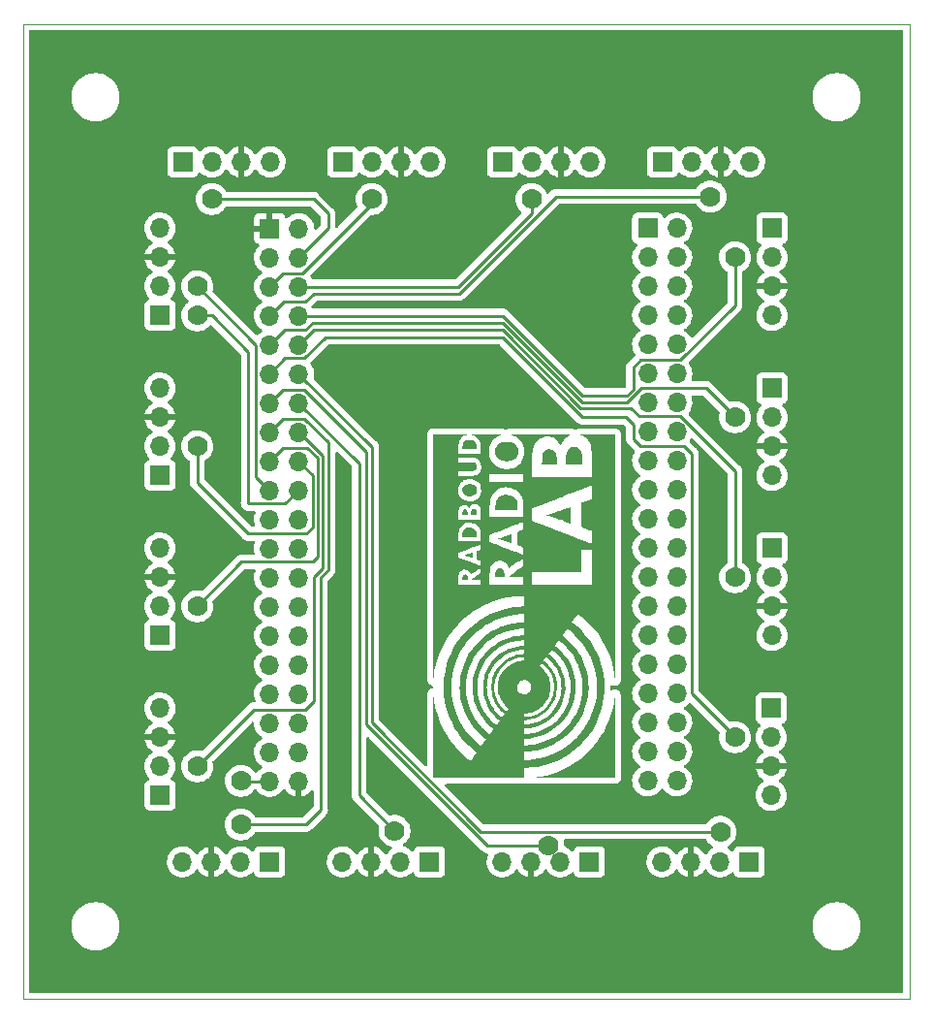
<source format=gbr>
%TF.GenerationSoftware,KiCad,Pcbnew,(6.0.7)*%
%TF.CreationDate,2022-09-14T11:12:12+02:00*%
%TF.ProjectId,pdb,7064622e-6b69-4636-9164-5f7063625858,rev?*%
%TF.SameCoordinates,Original*%
%TF.FileFunction,Copper,L1,Top*%
%TF.FilePolarity,Positive*%
%FSLAX46Y46*%
G04 Gerber Fmt 4.6, Leading zero omitted, Abs format (unit mm)*
G04 Created by KiCad (PCBNEW (6.0.7)) date 2022-09-14 11:12:12*
%MOMM*%
%LPD*%
G01*
G04 APERTURE LIST*
%TA.AperFunction,Profile*%
%ADD10C,0.100000*%
%TD*%
%TA.AperFunction,ComponentPad*%
%ADD11R,1.700000X1.700000*%
%TD*%
%TA.AperFunction,ComponentPad*%
%ADD12O,1.700000X1.700000*%
%TD*%
%TA.AperFunction,ViaPad*%
%ADD13C,1.778000*%
%TD*%
%TA.AperFunction,Conductor*%
%ADD14C,0.250000*%
%TD*%
G04 APERTURE END LIST*
D10*
X38100000Y-91440000D02*
X38100000Y-6350000D01*
X115570000Y-6350000D02*
X115570000Y-91440000D01*
X38100000Y-6350000D02*
X115570000Y-6350000D01*
X115570000Y-91440000D02*
X38100000Y-91440000D01*
%TO.C,G\u002A\u002A\u002A*%
G36*
X77240736Y-42610223D02*
G01*
X77316218Y-42614456D01*
X77373501Y-42623295D01*
X77423051Y-42638197D01*
X77462035Y-42654502D01*
X77573944Y-42719631D01*
X77659183Y-42803651D01*
X77720055Y-42910608D01*
X77758866Y-43044548D01*
X77777886Y-43208845D01*
X77788545Y-43402275D01*
X76505254Y-43402275D01*
X76519461Y-43212779D01*
X76538515Y-43050919D01*
X76570417Y-42921784D01*
X76617743Y-42820302D01*
X76683071Y-42741401D01*
X76768976Y-42680010D01*
X76797772Y-42664921D01*
X76850650Y-42640447D01*
X76897182Y-42624386D01*
X76947999Y-42614988D01*
X77013733Y-42610503D01*
X77105015Y-42609179D01*
X77136589Y-42609137D01*
X77240736Y-42610223D01*
G37*
G36*
X76814896Y-48698290D02*
G01*
X76878965Y-48726512D01*
X76924063Y-48778931D01*
X76953637Y-48859952D01*
X76971130Y-48973979D01*
X76973662Y-49003450D01*
X76985725Y-49159869D01*
X76509912Y-49159869D01*
X76509912Y-49012019D01*
X76519715Y-48884725D01*
X76549670Y-48790287D01*
X76600596Y-48727500D01*
X76673310Y-48695157D01*
X76728414Y-48689861D01*
X76814896Y-48698290D01*
G37*
G36*
X77618947Y-48630189D02*
G01*
X77634287Y-48635043D01*
X77695753Y-48665396D01*
X77738858Y-48712293D01*
X77766067Y-48781428D01*
X77779844Y-48878493D01*
X77782849Y-48978415D01*
X77782849Y-49159869D01*
X77273674Y-49159869D01*
X77273674Y-49043331D01*
X77283995Y-48894047D01*
X77314375Y-48775611D01*
X77363936Y-48689015D01*
X77431803Y-48635251D01*
X77517098Y-48615312D01*
X77618947Y-48630189D01*
G37*
G36*
X77300849Y-50302256D02*
G01*
X77436222Y-50334096D01*
X77547505Y-50389117D01*
X77626761Y-50455328D01*
X77688652Y-50534084D01*
X77732602Y-50627590D01*
X77761189Y-50743410D01*
X77776989Y-50889109D01*
X77777525Y-50897918D01*
X77788186Y-51079067D01*
X76509912Y-51079067D01*
X76510060Y-51025212D01*
X76512348Y-50980679D01*
X76518285Y-50910584D01*
X76526712Y-50828236D01*
X76529100Y-50807042D01*
X76558968Y-50649362D01*
X76610017Y-50522958D01*
X76684404Y-50426001D01*
X76784283Y-50356664D01*
X76911812Y-50313118D01*
X77069146Y-50293536D01*
X77136589Y-50291998D01*
X77300849Y-50302256D01*
G37*
G36*
X77400370Y-52465662D02*
G01*
X77406319Y-52492251D01*
X77409443Y-52542462D01*
X77410621Y-52622204D01*
X77410760Y-52690278D01*
X77410760Y-52934823D01*
X77043566Y-52815046D01*
X76676373Y-52695270D01*
X77009295Y-52584482D01*
X77118930Y-52547859D01*
X77217310Y-52514735D01*
X77297717Y-52487390D01*
X77353435Y-52468108D01*
X77376488Y-52459714D01*
X77390720Y-52456786D01*
X77400370Y-52465662D01*
G37*
G36*
X76832302Y-54357984D02*
G01*
X76915655Y-54400942D01*
X76974436Y-54465325D01*
X76997505Y-54505903D01*
X77011108Y-54550722D01*
X77017536Y-54611585D01*
X77019087Y-54695148D01*
X77019087Y-54858712D01*
X76509912Y-54858712D01*
X76509912Y-54712231D01*
X76518243Y-54581087D01*
X76543928Y-54482837D01*
X76588004Y-54414771D01*
X76636792Y-54380422D01*
X76737692Y-54350727D01*
X76832302Y-54357984D01*
G37*
G36*
X77279768Y-46479202D02*
G01*
X77439536Y-46513732D01*
X77574093Y-46573766D01*
X77680819Y-46657678D01*
X77757097Y-46763845D01*
X77765227Y-46780455D01*
X77795733Y-46884128D01*
X77803687Y-47004268D01*
X77789518Y-47125621D01*
X77753650Y-47232935D01*
X77752516Y-47235232D01*
X77685138Y-47336109D01*
X77591677Y-47416277D01*
X77466445Y-47480579D01*
X77462303Y-47482247D01*
X77371706Y-47506832D01*
X77256560Y-47521350D01*
X77130214Y-47525640D01*
X77006012Y-47519538D01*
X76897301Y-47502882D01*
X76850485Y-47489704D01*
X76722616Y-47426049D01*
X76619064Y-47335447D01*
X76543634Y-47223121D01*
X76500131Y-47094291D01*
X76490711Y-46995875D01*
X76508159Y-46858710D01*
X76558586Y-46739190D01*
X76639115Y-46639200D01*
X76746869Y-46560624D01*
X76878971Y-46505345D01*
X77032544Y-46475247D01*
X77204710Y-46472214D01*
X77279768Y-46479202D01*
G37*
G36*
X80597714Y-47446705D02*
G01*
X80766219Y-47486691D01*
X80920016Y-47548257D01*
X81052267Y-47631511D01*
X81052998Y-47632089D01*
X81143302Y-47724802D01*
X81222797Y-47848931D01*
X81286876Y-47997217D01*
X81289354Y-48004433D01*
X81308470Y-48069407D01*
X81322354Y-48140215D01*
X81332180Y-48226064D01*
X81339125Y-48336158D01*
X81342498Y-48420586D01*
X81352396Y-48709445D01*
X79402602Y-48709445D01*
X79414743Y-48440170D01*
X79429769Y-48236439D01*
X79455863Y-48065796D01*
X79494559Y-47923340D01*
X79547390Y-47804168D01*
X79615892Y-47703379D01*
X79660850Y-47653958D01*
X79773966Y-47566718D01*
X79913414Y-47500415D01*
X80072352Y-47455154D01*
X80243941Y-47431044D01*
X80421342Y-47428191D01*
X80597714Y-47446705D01*
G37*
G36*
X80788360Y-50862669D02*
G01*
X80792334Y-50914579D01*
X80795532Y-50993929D01*
X80797729Y-51094859D01*
X80798704Y-51211504D01*
X80798732Y-51235736D01*
X80797934Y-51354778D01*
X80795706Y-51459253D01*
X80792302Y-51543301D01*
X80787971Y-51601058D01*
X80782966Y-51626663D01*
X80781926Y-51627409D01*
X80759352Y-51621124D01*
X80705383Y-51603512D01*
X80625503Y-51576443D01*
X80525195Y-51541786D01*
X80409943Y-51501409D01*
X80349462Y-51480027D01*
X80218460Y-51434143D01*
X80089900Y-51390140D01*
X79971791Y-51350685D01*
X79872142Y-51318441D01*
X79798962Y-51296073D01*
X79783654Y-51291765D01*
X79712521Y-51271878D01*
X79657682Y-51255564D01*
X79628697Y-51245698D01*
X79626590Y-51244557D01*
X79640837Y-51236540D01*
X79684791Y-51220270D01*
X79750583Y-51198547D01*
X79791912Y-51185691D01*
X79863832Y-51162708D01*
X79963809Y-51129294D01*
X80083105Y-51088447D01*
X80212984Y-51043163D01*
X80344709Y-50996438D01*
X80366539Y-50988610D01*
X80484921Y-50946320D01*
X80590890Y-50908911D01*
X80678910Y-50878303D01*
X80743442Y-50856413D01*
X80778951Y-50845158D01*
X80783831Y-50844063D01*
X80788360Y-50862669D01*
G37*
G36*
X79912080Y-53835167D02*
G01*
X79984723Y-53859656D01*
X80057119Y-53906115D01*
X80111972Y-53968779D01*
X80151023Y-54052319D01*
X80176015Y-54161406D01*
X80188690Y-54300715D01*
X80191160Y-54413184D01*
X80191639Y-54623709D01*
X79382973Y-54623709D01*
X79393920Y-54372591D01*
X79405429Y-54215802D01*
X79426071Y-54092642D01*
X79457940Y-53998208D01*
X79503131Y-53927600D01*
X79563738Y-53875916D01*
X79618188Y-53847630D01*
X79705479Y-53825698D01*
X79809397Y-53821739D01*
X79912080Y-53835167D01*
G37*
G36*
X85968817Y-49899885D02*
G01*
X85748501Y-49821756D01*
X85467134Y-49722121D01*
X85219814Y-49634880D01*
X85003760Y-49559094D01*
X84816191Y-49493824D01*
X84654326Y-49438132D01*
X84515383Y-49391077D01*
X84396582Y-49351723D01*
X84295142Y-49319128D01*
X84208281Y-49292355D01*
X84133218Y-49270465D01*
X84067173Y-49252519D01*
X84047043Y-49247343D01*
X83963540Y-49225755D01*
X83895454Y-49207358D01*
X83850904Y-49194394D01*
X83837708Y-49189491D01*
X83851372Y-49181423D01*
X83893356Y-49166850D01*
X83945352Y-49151540D01*
X84173629Y-49084717D01*
X84430204Y-49002887D01*
X84708212Y-48908284D01*
X84881924Y-48846510D01*
X85006113Y-48801724D01*
X85127636Y-48758014D01*
X85237961Y-48718440D01*
X85328558Y-48686063D01*
X85390895Y-48663941D01*
X85391099Y-48663869D01*
X85467707Y-48636697D01*
X85566681Y-48601310D01*
X85673580Y-48562880D01*
X85748501Y-48535815D01*
X85968817Y-48456024D01*
X85968817Y-49899885D01*
G37*
G36*
X80611604Y-42808937D02*
G01*
X80804884Y-42852473D01*
X80974050Y-42922322D01*
X81117304Y-43016569D01*
X81232847Y-43133300D01*
X81318882Y-43270599D01*
X81373610Y-43426554D01*
X81395232Y-43599248D01*
X81381951Y-43786767D01*
X81373299Y-43834111D01*
X81321793Y-43994747D01*
X81238138Y-44134883D01*
X81124323Y-44253225D01*
X80982336Y-44348476D01*
X80814166Y-44419339D01*
X80621800Y-44464521D01*
X80407228Y-44482723D01*
X80377683Y-44483040D01*
X80154968Y-44469140D01*
X79957739Y-44426402D01*
X79786457Y-44355063D01*
X79641578Y-44255363D01*
X79523561Y-44127539D01*
X79445481Y-43998524D01*
X79417220Y-43939345D01*
X79398353Y-43891229D01*
X79386985Y-43843629D01*
X79381220Y-43785993D01*
X79379164Y-43707774D01*
X79378917Y-43627898D01*
X79379605Y-43525223D01*
X79382720Y-43451614D01*
X79389841Y-43396982D01*
X79402549Y-43351236D01*
X79422420Y-43304285D01*
X79432978Y-43282400D01*
X79524442Y-43134304D01*
X79640388Y-43015411D01*
X79779461Y-42924317D01*
X79938841Y-42856635D01*
X80114450Y-42814012D01*
X80313209Y-42794980D01*
X80396008Y-42793628D01*
X80611604Y-42808937D01*
G37*
G36*
X84217612Y-43452837D02*
G01*
X84289984Y-43458877D01*
X84347278Y-43471195D01*
X84401498Y-43491636D01*
X84411916Y-43496347D01*
X84530459Y-43566586D01*
X84618476Y-43655929D01*
X84661492Y-43725405D01*
X84692854Y-43791763D01*
X84717129Y-43858414D01*
X84735386Y-43932042D01*
X84748694Y-44019329D01*
X84758123Y-44126956D01*
X84764741Y-44261605D01*
X84768803Y-44396145D01*
X84778719Y-44792714D01*
X83480194Y-44792714D01*
X83482528Y-44422057D01*
X83487835Y-44211631D01*
X83501802Y-44035806D01*
X83525826Y-43890696D01*
X83561301Y-43772416D01*
X83609625Y-43677078D01*
X83672191Y-43600798D01*
X83750396Y-43539687D01*
X83811674Y-43505572D01*
X83868302Y-43479867D01*
X83919173Y-43463771D01*
X83976592Y-43455102D01*
X84052865Y-43451679D01*
X84118161Y-43451234D01*
X84217612Y-43452837D01*
G37*
G36*
X86324188Y-43254030D02*
G01*
X86484689Y-43271760D01*
X86620466Y-43317910D01*
X86733380Y-43394037D01*
X86825296Y-43501695D01*
X86898075Y-43642442D01*
X86940797Y-43769139D01*
X86952661Y-43823839D01*
X86962247Y-43897422D01*
X86969895Y-43994578D01*
X86975946Y-44119994D01*
X86980739Y-44278358D01*
X86982082Y-44337641D01*
X86991728Y-44793207D01*
X86279540Y-44788065D01*
X85567352Y-44782922D01*
X85561513Y-44518543D01*
X85562007Y-44270857D01*
X85574743Y-44050086D01*
X85599353Y-43858483D01*
X85635470Y-43698301D01*
X85682725Y-43571793D01*
X85728607Y-43495949D01*
X85815340Y-43408340D01*
X85924935Y-43333539D01*
X86041142Y-43282264D01*
X86061617Y-43276331D01*
X86130364Y-43264139D01*
X86220169Y-43256130D01*
X86313016Y-43253833D01*
X86324188Y-43254030D01*
G37*
G36*
X77545679Y-57553604D02*
G01*
X77104172Y-57863624D01*
X76774291Y-58126687D01*
X76365507Y-58496617D01*
X76173834Y-58696190D01*
X75985294Y-58892501D01*
X75634571Y-59312555D01*
X75314254Y-59754994D01*
X75025261Y-60218037D01*
X74768510Y-60699898D01*
X74544919Y-61198794D01*
X74355404Y-61712943D01*
X74200884Y-62240559D01*
X74082276Y-62779861D01*
X74000498Y-63329063D01*
X73977236Y-63563647D01*
X73976833Y-63548991D01*
X73976423Y-63496275D01*
X73976010Y-63406608D01*
X73975592Y-63281097D01*
X73975172Y-63120851D01*
X73974751Y-62926977D01*
X73974329Y-62700582D01*
X73973908Y-62442776D01*
X73973488Y-62154666D01*
X73973071Y-61837359D01*
X73972658Y-61491964D01*
X73972249Y-61119589D01*
X73971846Y-60721341D01*
X73971450Y-60298328D01*
X73971061Y-59851659D01*
X73970682Y-59382441D01*
X73970312Y-58891782D01*
X73969953Y-58380790D01*
X73969606Y-57850572D01*
X73969271Y-57302238D01*
X73968951Y-56736894D01*
X73968646Y-56155648D01*
X73968356Y-55559609D01*
X73968227Y-55269969D01*
X76173834Y-55269969D01*
X78135355Y-55269969D01*
X78895617Y-55269969D01*
X81856249Y-55269969D01*
X82620012Y-55269969D01*
X87848848Y-55269969D01*
X87848848Y-52195335D01*
X86947999Y-52195335D01*
X86947999Y-53175377D01*
X86947809Y-53405176D01*
X86947194Y-53598461D01*
X86946088Y-53757883D01*
X86944423Y-53886093D01*
X86942135Y-53985744D01*
X86939156Y-54059486D01*
X86935420Y-54109971D01*
X86930860Y-54139850D01*
X86925410Y-54151775D01*
X86923520Y-54152239D01*
X86901031Y-54151835D01*
X86841921Y-54151487D01*
X86748738Y-54151196D01*
X86624027Y-54150965D01*
X86470337Y-54150792D01*
X86290214Y-54150681D01*
X86086205Y-54150631D01*
X85860856Y-54150643D01*
X85616714Y-54150720D01*
X85356327Y-54150861D01*
X85082241Y-54151067D01*
X84797002Y-54151340D01*
X84759526Y-54151381D01*
X82620012Y-54153701D01*
X82620012Y-55269969D01*
X81856249Y-55269969D01*
X81856249Y-54623709D01*
X81249156Y-54623709D01*
X81099457Y-54623254D01*
X80963176Y-54621965D01*
X80845022Y-54619957D01*
X80749701Y-54617343D01*
X80681921Y-54614238D01*
X80646391Y-54610754D01*
X80642172Y-54609021D01*
X80657073Y-54537578D01*
X80695541Y-54458851D01*
X80749614Y-54388800D01*
X80754427Y-54383999D01*
X80797502Y-54347859D01*
X80871153Y-54293101D01*
X80972589Y-54221623D01*
X81099020Y-54135318D01*
X81247655Y-54036083D01*
X81415703Y-53925812D01*
X81600375Y-53806401D01*
X81678641Y-53756267D01*
X81856249Y-53642795D01*
X81856249Y-52937633D01*
X81840516Y-52948377D01*
X81773019Y-52994471D01*
X81729892Y-53023437D01*
X81660921Y-53069192D01*
X81573075Y-53127137D01*
X81473323Y-53192674D01*
X81376450Y-53256098D01*
X81220227Y-53358268D01*
X81093051Y-53441690D01*
X80991146Y-53508988D01*
X80910735Y-53562782D01*
X80848042Y-53605697D01*
X80799290Y-53640353D01*
X80760702Y-53669374D01*
X80728503Y-53695382D01*
X80698915Y-53721000D01*
X80672305Y-53745059D01*
X80620216Y-53791629D01*
X80580079Y-53825577D01*
X80559833Y-53840218D01*
X80559186Y-53840362D01*
X80548819Y-53823488D01*
X80532930Y-53780892D01*
X80525455Y-53757132D01*
X80456217Y-53587221D01*
X80358325Y-53443465D01*
X80232659Y-53326919D01*
X80097651Y-53246682D01*
X80034572Y-53218356D01*
X79981980Y-53200267D01*
X79927550Y-53190151D01*
X79858955Y-53185742D01*
X79763869Y-53184774D01*
X79760798Y-53184774D01*
X79654611Y-53186614D01*
X79574358Y-53193303D01*
X79506920Y-53206689D01*
X79439179Y-53228621D01*
X79432850Y-53230991D01*
X79288137Y-53305557D01*
X79164838Y-53412169D01*
X79062527Y-53551321D01*
X78980776Y-53723509D01*
X78961803Y-53776834D01*
X78948222Y-53818530D01*
X78937260Y-53856827D01*
X78928579Y-53896489D01*
X78921841Y-53942281D01*
X78916707Y-53998968D01*
X78912839Y-54071315D01*
X78909899Y-54164086D01*
X78907549Y-54282046D01*
X78905450Y-54429960D01*
X78903420Y-54599229D01*
X78899117Y-54969112D01*
X78895617Y-55269969D01*
X78135355Y-55269969D01*
X78135355Y-54858712D01*
X77733890Y-54858712D01*
X77598791Y-54858523D01*
X77497894Y-54857655D01*
X77426233Y-54855656D01*
X77378844Y-54852074D01*
X77350762Y-54846457D01*
X77337021Y-54838355D01*
X77332657Y-54827314D01*
X77332425Y-54822186D01*
X77334268Y-54797155D01*
X77341967Y-54773137D01*
X77358773Y-54747601D01*
X77387939Y-54718018D01*
X77432717Y-54681855D01*
X77496361Y-54636583D01*
X77582122Y-54579670D01*
X77693252Y-54508586D01*
X77833005Y-54420799D01*
X77910143Y-54372650D01*
X78125563Y-54238337D01*
X78131100Y-54019766D01*
X78132343Y-53915526D01*
X78129647Y-53846767D01*
X78122734Y-53809976D01*
X78113808Y-53801195D01*
X78110053Y-53802754D01*
X78088968Y-53811509D01*
X78037450Y-53839972D01*
X77965073Y-53882868D01*
X77877656Y-53936481D01*
X77781015Y-53997094D01*
X77680970Y-54060990D01*
X77583338Y-54124453D01*
X77493938Y-54183766D01*
X77418588Y-54235212D01*
X77363106Y-54275076D01*
X77333309Y-54299640D01*
X77333001Y-54299966D01*
X77298334Y-54333243D01*
X77274942Y-54349278D01*
X77273360Y-54349537D01*
X77260278Y-54332660D01*
X77242969Y-54290277D01*
X77236456Y-54269985D01*
X77184648Y-54162280D01*
X77102218Y-54070719D01*
X76995957Y-53999859D01*
X76872658Y-53954259D01*
X76742482Y-53938472D01*
X76601888Y-53950442D01*
X76485050Y-53988669D01*
X76384360Y-54055945D01*
X76359276Y-54079138D01*
X76309224Y-54130957D01*
X76269850Y-54180645D01*
X76239792Y-54233803D01*
X76217690Y-54296031D01*
X76202183Y-54372927D01*
X76191911Y-54470091D01*
X76185513Y-54593123D01*
X76181628Y-54747623D01*
X76180544Y-54814649D01*
X76173834Y-55269969D01*
X73968227Y-55269969D01*
X73968084Y-54949885D01*
X73967830Y-54327582D01*
X73967595Y-53693810D01*
X73967380Y-53049676D01*
X73967329Y-52885659D01*
X73967205Y-52479298D01*
X76176443Y-52479298D01*
X76186781Y-52889604D01*
X76921168Y-53159317D01*
X77156466Y-53245724D01*
X77357734Y-53319602D01*
X77527707Y-53381930D01*
X77669118Y-53433689D01*
X77784701Y-53475860D01*
X77877190Y-53509424D01*
X77949319Y-53535361D01*
X78003821Y-53554652D01*
X78043431Y-53568277D01*
X78070882Y-53577217D01*
X78088909Y-53582453D01*
X78100244Y-53584966D01*
X78107622Y-53585735D01*
X78110053Y-53585775D01*
X78122176Y-53575345D01*
X78130003Y-53540687D01*
X78134170Y-53476752D01*
X78135318Y-53385042D01*
X78135282Y-53184310D01*
X77948849Y-53118546D01*
X77762417Y-53052781D01*
X77767737Y-52689819D01*
X77773057Y-52326858D01*
X77949310Y-52264434D01*
X78125563Y-52202011D01*
X78131184Y-51999265D01*
X78132705Y-51912360D01*
X78132339Y-51839183D01*
X78130225Y-51789173D01*
X78127815Y-51773094D01*
X78107921Y-51771360D01*
X78054701Y-51784207D01*
X77967535Y-51811835D01*
X77845806Y-51854443D01*
X77688895Y-51912232D01*
X77632603Y-51933415D01*
X77464790Y-51996731D01*
X77274341Y-52068420D01*
X77075095Y-52143282D01*
X76880890Y-52216121D01*
X76705564Y-52281737D01*
X76661412Y-52298230D01*
X76176443Y-52479298D01*
X73967205Y-52479298D01*
X73966916Y-51535342D01*
X78908909Y-51535342D01*
X78977452Y-51559947D01*
X79006476Y-51570779D01*
X79069090Y-51594451D01*
X79162293Y-51629821D01*
X79283090Y-51675747D01*
X79428480Y-51731089D01*
X79595468Y-51794703D01*
X79781053Y-51865449D01*
X79982239Y-51942184D01*
X80196027Y-52023768D01*
X80419420Y-52109057D01*
X80435389Y-52115156D01*
X80657706Y-52199980D01*
X80869437Y-52280616D01*
X81067730Y-52355985D01*
X81249735Y-52425012D01*
X81412598Y-52486620D01*
X81553469Y-52539730D01*
X81669494Y-52583267D01*
X81757823Y-52616154D01*
X81815604Y-52637313D01*
X81839984Y-52645668D01*
X81840516Y-52645760D01*
X81845782Y-52627261D01*
X81850282Y-52576101D01*
X81853698Y-52498784D01*
X81855711Y-52401811D01*
X81856115Y-52327525D01*
X81855981Y-52009291D01*
X81581944Y-51914367D01*
X81307907Y-51819444D01*
X81307907Y-50654225D01*
X81577182Y-50556976D01*
X81846457Y-50459728D01*
X81851805Y-50113345D01*
X81852819Y-50001790D01*
X81852344Y-49905167D01*
X81850522Y-49829709D01*
X81847495Y-49781647D01*
X81843915Y-49766962D01*
X81824191Y-49773911D01*
X81771270Y-49793907D01*
X81688416Y-49825679D01*
X81578886Y-49867955D01*
X81445942Y-49919462D01*
X81292845Y-49978928D01*
X81122853Y-50045081D01*
X80939228Y-50116648D01*
X80745230Y-50192357D01*
X80544120Y-50270935D01*
X80339156Y-50351110D01*
X80133601Y-50431610D01*
X79930713Y-50511163D01*
X79733754Y-50588496D01*
X79545984Y-50662337D01*
X79370662Y-50731413D01*
X79212456Y-50793897D01*
X78908909Y-50913959D01*
X78908909Y-51535342D01*
X73966916Y-51535342D01*
X73966902Y-51490324D01*
X76176989Y-51490324D01*
X78140592Y-51490324D01*
X78129659Y-51083963D01*
X78123881Y-50914760D01*
X78116421Y-50780276D01*
X78106913Y-50676085D01*
X78094987Y-50597761D01*
X78086178Y-50560100D01*
X78016058Y-50372094D01*
X77917878Y-50210563D01*
X77793060Y-50076875D01*
X77643026Y-49972397D01*
X77469196Y-49898494D01*
X77371658Y-49872979D01*
X77193105Y-49850197D01*
X77009439Y-49854020D01*
X76832359Y-49883241D01*
X76673565Y-49936654D01*
X76650683Y-49947341D01*
X76555713Y-50007687D01*
X76458932Y-50092766D01*
X76372248Y-50190626D01*
X76307569Y-50289315D01*
X76304983Y-50294341D01*
X76263308Y-50384742D01*
X76231291Y-50475552D01*
X76207822Y-50573678D01*
X76191795Y-50686030D01*
X76182099Y-50819514D01*
X76177627Y-50981039D01*
X76176989Y-51091992D01*
X76176989Y-51490324D01*
X73966902Y-51490324D01*
X73966315Y-49571126D01*
X76173834Y-49571126D01*
X77141539Y-49571126D01*
X77332679Y-49570837D01*
X77511890Y-49570009D01*
X77675366Y-49568697D01*
X77743728Y-49567872D01*
X82614430Y-49567872D01*
X82614962Y-49627162D01*
X82615981Y-49649841D01*
X82616540Y-49658535D01*
X82617522Y-49666341D01*
X82621191Y-49674189D01*
X82629811Y-49683007D01*
X82645648Y-49693721D01*
X82670965Y-49707260D01*
X82708028Y-49724552D01*
X82759100Y-49746524D01*
X82826447Y-49774104D01*
X82912333Y-49808220D01*
X83019022Y-49849800D01*
X83148780Y-49899772D01*
X83303870Y-49959063D01*
X83486557Y-50028601D01*
X83699106Y-50109314D01*
X83943781Y-50202129D01*
X84216080Y-50305409D01*
X84517541Y-50419799D01*
X84783570Y-50520818D01*
X85015377Y-50608930D01*
X85214175Y-50684596D01*
X85381173Y-50748279D01*
X85517584Y-50800441D01*
X85624617Y-50841546D01*
X85703484Y-50872054D01*
X85755397Y-50892430D01*
X85781565Y-50903134D01*
X85782772Y-50903672D01*
X85814980Y-50916882D01*
X85875869Y-50940681D01*
X85957423Y-50971976D01*
X86051622Y-51007671D01*
X86076527Y-51017040D01*
X86200115Y-51063566D01*
X86339652Y-51116262D01*
X86476596Y-51168120D01*
X86575910Y-51205846D01*
X86687972Y-51248493D01*
X86806757Y-51293681D01*
X86917296Y-51335718D01*
X86996959Y-51365998D01*
X87124148Y-51414342D01*
X87223293Y-51452089D01*
X87302970Y-51482536D01*
X87371754Y-51508981D01*
X87438221Y-51534720D01*
X87510948Y-51563050D01*
X87597435Y-51596847D01*
X87685146Y-51630808D01*
X87759174Y-51658829D01*
X87812163Y-51678173D01*
X87836758Y-51686100D01*
X87837335Y-51686160D01*
X87840272Y-51667390D01*
X87842932Y-51614331D01*
X87845217Y-51531862D01*
X87847027Y-51424862D01*
X87848262Y-51298208D01*
X87848824Y-51156780D01*
X87848848Y-51120517D01*
X87848848Y-50554875D01*
X87804784Y-50544697D01*
X87770300Y-50534443D01*
X87707468Y-50513672D01*
X87624750Y-50485253D01*
X87530609Y-50452053D01*
X87515362Y-50446600D01*
X87400006Y-50405469D01*
X87275224Y-50361309D01*
X87157266Y-50319854D01*
X87074730Y-50291107D01*
X86879457Y-50223532D01*
X86869321Y-48140836D01*
X86913556Y-48122414D01*
X86947057Y-48109591D01*
X87009820Y-48086558D01*
X87094157Y-48056103D01*
X87192382Y-48021011D01*
X87241754Y-48003496D01*
X87357115Y-47962500D01*
X87475018Y-47920311D01*
X87583342Y-47881283D01*
X87669963Y-47849774D01*
X87687282Y-47843407D01*
X87848848Y-47783814D01*
X87848848Y-46572187D01*
X87804784Y-46584530D01*
X87750385Y-46602628D01*
X87721554Y-46614194D01*
X87684322Y-46629538D01*
X87623157Y-46653634D01*
X87550793Y-46681471D01*
X87545301Y-46683558D01*
X87460786Y-46715944D01*
X87346133Y-46760329D01*
X87207608Y-46814266D01*
X87051478Y-46875309D01*
X86884012Y-46941008D01*
X86711474Y-47008918D01*
X86644453Y-47035359D01*
X86534119Y-47078725D01*
X86413064Y-47125999D01*
X86299456Y-47170098D01*
X86242988Y-47191870D01*
X86144308Y-47230003D01*
X86010693Y-47282001D01*
X85843616Y-47347287D01*
X85644551Y-47425286D01*
X85414970Y-47515421D01*
X85185471Y-47605656D01*
X85115145Y-47633504D01*
X85054915Y-47657670D01*
X85019010Y-47672427D01*
X84985628Y-47685822D01*
X84924598Y-47709573D01*
X84844912Y-47740203D01*
X84764422Y-47770874D01*
X84673024Y-47805876D01*
X84589665Y-47838367D01*
X84524354Y-47864412D01*
X84490251Y-47878656D01*
X84455150Y-47893233D01*
X84389702Y-47919502D01*
X84300089Y-47955018D01*
X84192492Y-47997335D01*
X84073091Y-48044010D01*
X84020243Y-48064584D01*
X83884697Y-48117284D01*
X83746136Y-48171154D01*
X83614005Y-48222523D01*
X83497749Y-48267719D01*
X83406812Y-48303068D01*
X83393566Y-48308217D01*
X83291038Y-48348161D01*
X83167045Y-48396606D01*
X83036560Y-48447695D01*
X82914558Y-48495570D01*
X82903975Y-48499729D01*
X82629804Y-48607508D01*
X82620012Y-49104005D01*
X82617547Y-49242143D01*
X82615766Y-49369445D01*
X82614712Y-49479994D01*
X82614430Y-49567872D01*
X77743728Y-49567872D01*
X77819299Y-49566960D01*
X77939880Y-49564854D01*
X78033301Y-49562437D01*
X78095755Y-49559764D01*
X78123434Y-49556892D01*
X78124361Y-49556438D01*
X78128406Y-49533334D01*
X78131190Y-49476998D01*
X78132635Y-49393344D01*
X78132649Y-49336122D01*
X78899117Y-49336122D01*
X81859827Y-49336122D01*
X81856249Y-49059090D01*
X81851417Y-48684965D01*
X81848926Y-48505033D01*
X81846372Y-48359306D01*
X81843437Y-48242822D01*
X81839801Y-48150618D01*
X81835145Y-48077734D01*
X81829149Y-48019208D01*
X81821494Y-47970077D01*
X81811862Y-47925380D01*
X81799932Y-47880155D01*
X81799546Y-47878777D01*
X81713359Y-47629720D01*
X81603110Y-47411532D01*
X81468833Y-47224247D01*
X81310563Y-47067896D01*
X81128334Y-46942512D01*
X80922181Y-46848127D01*
X80692138Y-46784773D01*
X80603431Y-46769560D01*
X80472664Y-46757517D01*
X80323896Y-46755207D01*
X80171171Y-46761995D01*
X80028534Y-46777247D01*
X79910029Y-46800331D01*
X79907676Y-46800955D01*
X79698493Y-46876477D01*
X79509159Y-46984889D01*
X79342244Y-47123931D01*
X79200314Y-47291346D01*
X79085936Y-47484874D01*
X79056535Y-47549677D01*
X79015780Y-47652476D01*
X78982452Y-47753478D01*
X78955867Y-47858023D01*
X78935338Y-47971452D01*
X78920180Y-48099108D01*
X78909707Y-48246332D01*
X78903233Y-48418466D01*
X78900072Y-48620850D01*
X78899469Y-48773092D01*
X78899117Y-49336122D01*
X78132649Y-49336122D01*
X78132661Y-49288291D01*
X78131188Y-49167753D01*
X78130253Y-49120702D01*
X78126617Y-48975128D01*
X78122476Y-48861994D01*
X78117194Y-48774570D01*
X78110132Y-48706128D01*
X78100655Y-48649940D01*
X78088126Y-48599278D01*
X78077676Y-48564976D01*
X78025037Y-48447431D01*
X77951001Y-48346083D01*
X77862557Y-48268694D01*
X77770785Y-48224207D01*
X77629139Y-48198738D01*
X77494604Y-48206049D01*
X77372486Y-48243940D01*
X77268089Y-48310206D01*
X77232841Y-48350247D01*
X77186717Y-48402644D01*
X77145447Y-48483951D01*
X77110668Y-48575018D01*
X77086729Y-48518083D01*
X77041321Y-48446163D01*
X76972507Y-48376656D01*
X76894556Y-48322393D01*
X76845729Y-48301369D01*
X76745456Y-48282857D01*
X76634542Y-48280473D01*
X76529673Y-48293607D01*
X76459860Y-48315542D01*
X76378820Y-48368242D01*
X76301573Y-48445654D01*
X76240287Y-48534228D01*
X76216430Y-48586558D01*
X76205917Y-48635176D01*
X76197213Y-48717374D01*
X76190222Y-48834659D01*
X76184844Y-48988541D01*
X76182041Y-49115806D01*
X76173834Y-49571126D01*
X73966315Y-49571126D01*
X73965504Y-46922261D01*
X76141210Y-46922261D01*
X76142750Y-47079769D01*
X76172370Y-47273191D01*
X76235976Y-47447892D01*
X76332234Y-47602084D01*
X76459813Y-47733979D01*
X76617381Y-47841790D01*
X76759886Y-47907876D01*
X76852678Y-47933552D01*
X76971098Y-47951971D01*
X77102152Y-47962361D01*
X77232841Y-47963951D01*
X77350169Y-47955967D01*
X77408131Y-47946395D01*
X77579843Y-47890870D01*
X77739537Y-47804341D01*
X77880341Y-47691976D01*
X77995385Y-47558943D01*
X78055177Y-47459743D01*
X78094984Y-47375722D01*
X78122337Y-47301529D01*
X78139218Y-47226452D01*
X78147610Y-47139782D01*
X78149495Y-47030809D01*
X78148446Y-46955961D01*
X78145761Y-46854006D01*
X78141143Y-46780152D01*
X78132431Y-46723332D01*
X78117464Y-46672480D01*
X78094082Y-46616530D01*
X78073638Y-46572798D01*
X77978833Y-46416790D01*
X77856568Y-46285121D01*
X77851009Y-46281072D01*
X78899117Y-46281072D01*
X81856249Y-46281072D01*
X81856249Y-45634811D01*
X78899117Y-45634811D01*
X78899117Y-46281072D01*
X77851009Y-46281072D01*
X77711133Y-46179197D01*
X77546819Y-46100423D01*
X77367918Y-46050207D01*
X77178720Y-46029952D01*
X76983517Y-46041065D01*
X76786598Y-46084953D01*
X76689558Y-46119337D01*
X76610968Y-46156071D01*
X76539573Y-46202976D01*
X76463148Y-46268711D01*
X76421255Y-46309327D01*
X76302159Y-46446759D01*
X76217235Y-46590719D01*
X76176989Y-46709722D01*
X76164309Y-46747216D01*
X76141210Y-46922261D01*
X73965504Y-46922261D01*
X73965146Y-45752313D01*
X76176989Y-45752313D01*
X76828146Y-45751973D01*
X77049317Y-45751115D01*
X77235387Y-45748266D01*
X77390405Y-45742638D01*
X77518417Y-45733442D01*
X77623473Y-45719891D01*
X77709619Y-45701196D01*
X77780904Y-45676568D01*
X77841377Y-45645220D01*
X77895084Y-45606363D01*
X77946074Y-45559209D01*
X77975212Y-45528601D01*
X78047085Y-45437154D01*
X78098425Y-45337589D01*
X78131665Y-45222100D01*
X78149239Y-45082878D01*
X78153617Y-44956342D01*
X78150797Y-44830095D01*
X78139342Y-44728311D01*
X78117620Y-44636916D01*
X78115871Y-44631186D01*
X78053090Y-44492251D01*
X77958627Y-44374940D01*
X77835789Y-44283276D01*
X77824676Y-44277085D01*
X77769208Y-44249046D01*
X77712802Y-44226109D01*
X77650923Y-44207776D01*
X77579036Y-44193548D01*
X77492606Y-44182926D01*
X77387099Y-44175410D01*
X77257980Y-44170503D01*
X77100714Y-44167705D01*
X76910767Y-44166517D01*
X76818354Y-44166377D01*
X76176989Y-44166037D01*
X76176989Y-44557710D01*
X76828146Y-44557819D01*
X77007995Y-44558473D01*
X77169116Y-44560296D01*
X77307571Y-44563179D01*
X77419419Y-44567011D01*
X77500720Y-44571680D01*
X77547533Y-44577077D01*
X77552133Y-44578156D01*
X77641599Y-44618898D01*
X77719569Y-44683234D01*
X77772772Y-44759971D01*
X77775720Y-44766691D01*
X77798867Y-44861042D01*
X77801230Y-44970704D01*
X77783605Y-45078302D01*
X77758370Y-45145966D01*
X77716107Y-45211263D01*
X77658782Y-45258865D01*
X77616388Y-45282305D01*
X77589514Y-45295420D01*
X77563901Y-45305994D01*
X77535120Y-45314348D01*
X77498744Y-45320802D01*
X77450343Y-45325674D01*
X77385489Y-45329283D01*
X77299754Y-45331950D01*
X77188709Y-45333993D01*
X77047925Y-45335731D01*
X76872975Y-45337484D01*
X76847730Y-45337728D01*
X76176989Y-45344191D01*
X76176989Y-45752313D01*
X73965146Y-45752313D01*
X73964552Y-43813531D01*
X76176989Y-43813531D01*
X78140592Y-43813531D01*
X78130038Y-43407170D01*
X78124180Y-43233427D01*
X78116414Y-43095096D01*
X78106440Y-42988455D01*
X78093956Y-42909783D01*
X78087655Y-42883308D01*
X78018542Y-42694019D01*
X77921569Y-42530406D01*
X77798531Y-42394289D01*
X77651223Y-42287487D01*
X77481440Y-42211818D01*
X77403448Y-42189660D01*
X77319541Y-42176481D01*
X77211140Y-42169137D01*
X77092489Y-42167673D01*
X76977830Y-42172136D01*
X76881408Y-42182573D01*
X76853590Y-42187872D01*
X76685618Y-42244662D01*
X76537498Y-42333904D01*
X76411688Y-42452953D01*
X76310648Y-42599169D01*
X76236835Y-42769909D01*
X76206579Y-42883308D01*
X76193826Y-42966353D01*
X76184823Y-43078378D01*
X76179391Y-43222656D01*
X76177350Y-43402459D01*
X76177330Y-43416962D01*
X76176989Y-43813531D01*
X73964552Y-43813531D01*
X73964037Y-42129337D01*
X77014191Y-42130515D01*
X77418133Y-42130678D01*
X77784638Y-42130853D01*
X78115434Y-42131063D01*
X78412252Y-42131331D01*
X78676821Y-42131679D01*
X78910871Y-42132130D01*
X79116130Y-42132705D01*
X79294329Y-42133428D01*
X79447197Y-42134320D01*
X79576464Y-42135405D01*
X79683859Y-42136704D01*
X79771113Y-42138240D01*
X79839953Y-42140036D01*
X79892111Y-42142113D01*
X79929315Y-42144495D01*
X79953295Y-42147203D01*
X79965781Y-42150261D01*
X79968502Y-42153690D01*
X79963187Y-42157513D01*
X79951568Y-42161752D01*
X79935372Y-42166430D01*
X79928491Y-42168297D01*
X79787165Y-42216354D01*
X79636463Y-42284410D01*
X79492234Y-42364467D01*
X79370329Y-42448527D01*
X79365387Y-42452464D01*
X79236080Y-42576628D01*
X79117071Y-42729872D01*
X79014316Y-42902348D01*
X78933770Y-43084210D01*
X78885673Y-43245605D01*
X78868817Y-43350476D01*
X78857934Y-43480019D01*
X78853155Y-43621723D01*
X78854610Y-43763076D01*
X78862431Y-43891569D01*
X78876749Y-43994689D01*
X78877770Y-43999576D01*
X78946267Y-44230138D01*
X79047747Y-44441205D01*
X79179955Y-44630385D01*
X79340637Y-44795285D01*
X79527539Y-44933512D01*
X79738407Y-45042674D01*
X79920973Y-45106935D01*
X80055372Y-45135888D01*
X80211658Y-45154484D01*
X80376142Y-45162222D01*
X80535135Y-45158603D01*
X80674948Y-45143127D01*
X80712276Y-45135839D01*
X80944243Y-45070459D01*
X81147479Y-44982468D01*
X81326896Y-44869315D01*
X81477448Y-44738499D01*
X81633131Y-44557923D01*
X81753852Y-44361947D01*
X81840102Y-44149209D01*
X81892376Y-43918347D01*
X81911169Y-43668000D01*
X81908858Y-43549152D01*
X81896831Y-43384419D01*
X81875643Y-43245453D01*
X81842340Y-43119349D01*
X81793966Y-42993202D01*
X81769030Y-42938344D01*
X81654395Y-42740243D01*
X81509334Y-42565066D01*
X81336739Y-42415150D01*
X81139504Y-42292831D01*
X80920522Y-42200443D01*
X80816866Y-42169573D01*
X80671438Y-42131494D01*
X83393566Y-42131468D01*
X83774115Y-42131476D01*
X84117331Y-42131521D01*
X84425050Y-42131631D01*
X84699108Y-42131828D01*
X84941339Y-42132139D01*
X85153579Y-42132587D01*
X85337662Y-42133199D01*
X85495424Y-42133999D01*
X85628700Y-42135011D01*
X85739326Y-42136261D01*
X85829136Y-42137774D01*
X85899965Y-42139575D01*
X85953649Y-42141687D01*
X85992023Y-42144137D01*
X86016922Y-42146949D01*
X86030182Y-42150149D01*
X86033637Y-42153760D01*
X86029122Y-42157808D01*
X86018473Y-42162319D01*
X86004825Y-42166901D01*
X85804731Y-42250442D01*
X85627795Y-42365098D01*
X85475019Y-42509682D01*
X85347406Y-42683010D01*
X85245962Y-42883895D01*
X85171687Y-43111151D01*
X85158611Y-43166763D01*
X85135111Y-43273965D01*
X85092838Y-43145192D01*
X85011406Y-42952914D01*
X84901689Y-42780584D01*
X84767573Y-42631880D01*
X84612945Y-42510474D01*
X84441692Y-42420043D01*
X84269307Y-42366621D01*
X84179336Y-42353816D01*
X84064974Y-42346341D01*
X83937956Y-42344077D01*
X83810012Y-42346907D01*
X83692875Y-42354713D01*
X83598278Y-42367377D01*
X83569819Y-42373661D01*
X83383179Y-42439719D01*
X83215040Y-42537343D01*
X83059631Y-42669738D01*
X82928054Y-42826732D01*
X82819956Y-43011965D01*
X82734839Y-43226626D01*
X82672203Y-43471903D01*
X82640931Y-43666654D01*
X82635342Y-43711457D01*
X82630624Y-43752796D01*
X82626714Y-43794276D01*
X82623546Y-43839506D01*
X82621057Y-43892091D01*
X82619180Y-43955639D01*
X82617852Y-44033756D01*
X82617007Y-44130050D01*
X82616582Y-44248126D01*
X82616511Y-44391593D01*
X82616730Y-44564057D01*
X82617173Y-44769124D01*
X82617660Y-44964071D01*
X82620012Y-45889399D01*
X87851431Y-45889399D01*
X87843724Y-44768234D01*
X87842064Y-44560557D01*
X87840040Y-44363321D01*
X87837719Y-44180237D01*
X87835171Y-44015017D01*
X87832462Y-43871372D01*
X87829662Y-43753014D01*
X87826838Y-43663653D01*
X87824058Y-43607001D01*
X87822069Y-43588319D01*
X87811926Y-43541281D01*
X87797595Y-43469489D01*
X87781814Y-43386737D01*
X87778350Y-43368051D01*
X87716813Y-43116096D01*
X87630327Y-42888835D01*
X87520250Y-42688067D01*
X87387943Y-42515592D01*
X87234765Y-42373208D01*
X87062076Y-42262715D01*
X86889249Y-42191439D01*
X86820122Y-42169574D01*
X86763413Y-42151611D01*
X86732579Y-42141815D01*
X86747056Y-42140345D01*
X86797854Y-42138908D01*
X86882128Y-42137525D01*
X86997031Y-42136215D01*
X87139718Y-42134998D01*
X87307343Y-42133895D01*
X87497061Y-42132926D01*
X87706024Y-42132110D01*
X87931388Y-42131468D01*
X88170307Y-42131019D01*
X88284584Y-42130883D01*
X89865964Y-42129337D01*
X89862543Y-52905243D01*
X89862325Y-53552328D01*
X89862086Y-54189300D01*
X89861827Y-54815053D01*
X89861549Y-55428481D01*
X89861254Y-56028479D01*
X89860941Y-56613942D01*
X89860613Y-57183764D01*
X89860270Y-57736839D01*
X89859914Y-58272061D01*
X89859545Y-58788326D01*
X89859165Y-59284527D01*
X89858774Y-59759559D01*
X89858374Y-60212317D01*
X89857965Y-60641695D01*
X89857550Y-61046587D01*
X89857128Y-61425888D01*
X89856701Y-61778492D01*
X89856270Y-62103293D01*
X89855836Y-62399187D01*
X89855400Y-62665067D01*
X89854964Y-62899829D01*
X89854527Y-63102365D01*
X89854092Y-63271572D01*
X89853659Y-63406342D01*
X89853230Y-63505572D01*
X89852805Y-63568155D01*
X89852385Y-63592985D01*
X89852269Y-63593022D01*
X89841112Y-63475699D01*
X89824314Y-63331874D01*
X89803500Y-63173066D01*
X89780296Y-63010793D01*
X89756328Y-62856576D01*
X89733223Y-62721934D01*
X89718704Y-62646805D01*
X89584696Y-62092153D01*
X89415663Y-61554639D01*
X89211975Y-61034940D01*
X88974005Y-60533734D01*
X88702126Y-60051700D01*
X88396708Y-59589515D01*
X88058123Y-59147858D01*
X87848848Y-58910931D01*
X87686744Y-58727407D01*
X87423213Y-58461241D01*
X87342872Y-58385500D01*
X87250564Y-58301513D01*
X87150881Y-58213143D01*
X87048414Y-58124253D01*
X86947753Y-58038706D01*
X86853491Y-57960364D01*
X86770217Y-57893092D01*
X86702524Y-57840751D01*
X86655002Y-57807205D01*
X86632885Y-57796261D01*
X86617546Y-57811268D01*
X86583430Y-57852656D01*
X86534581Y-57914976D01*
X86475044Y-57992777D01*
X86408865Y-58080609D01*
X86340087Y-58173022D01*
X86272755Y-58264565D01*
X86210915Y-58349790D01*
X86158611Y-58423246D01*
X86119887Y-58479482D01*
X86098789Y-58513049D01*
X86096111Y-58519527D01*
X86110605Y-58538989D01*
X86148431Y-58573494D01*
X86196355Y-58611677D01*
X86538429Y-58890649D01*
X86870934Y-59203033D01*
X87188736Y-59543325D01*
X87486703Y-59906022D01*
X87759701Y-60285619D01*
X87764758Y-60293177D01*
X88038145Y-60736633D01*
X88275637Y-61193611D01*
X88477332Y-61662179D01*
X88643324Y-62140404D01*
X88773710Y-62626356D01*
X88868586Y-63118101D01*
X88928047Y-63613709D01*
X88952190Y-64111247D01*
X88941110Y-64608784D01*
X88894903Y-65104387D01*
X88813666Y-65596126D01*
X88697493Y-66082066D01*
X88546482Y-66560278D01*
X88360727Y-67028829D01*
X88140325Y-67485787D01*
X87885371Y-67929221D01*
X87595962Y-68357198D01*
X87348638Y-68676282D01*
X87009808Y-69058200D01*
X86642044Y-69415062D01*
X86247935Y-69745053D01*
X85830075Y-70046360D01*
X85391052Y-70317166D01*
X84933459Y-70555660D01*
X84459886Y-70760026D01*
X84273844Y-70829225D01*
X83968637Y-70931181D01*
X83670439Y-71016595D01*
X83371201Y-71087027D01*
X83062874Y-71144035D01*
X82737409Y-71189179D01*
X82386756Y-71224020D01*
X82145108Y-71241649D01*
X81954168Y-71253887D01*
X81954168Y-72151079D01*
X73964037Y-72151079D01*
X73966971Y-68444873D01*
X73967304Y-68067916D01*
X73967697Y-67702117D01*
X73968144Y-67349342D01*
X73968641Y-67011456D01*
X73969182Y-66690326D01*
X73969762Y-66387816D01*
X73970377Y-66105793D01*
X73971021Y-65846122D01*
X73971690Y-65610670D01*
X73972379Y-65401302D01*
X73973082Y-65219884D01*
X73973795Y-65068282D01*
X73974513Y-64948362D01*
X73975230Y-64861988D01*
X73975943Y-64811028D01*
X73976645Y-64797347D01*
X73976654Y-64797417D01*
X73981375Y-64840967D01*
X73988837Y-64912523D01*
X73997903Y-65001116D01*
X74005017Y-65071588D01*
X74055322Y-65452677D01*
X74130333Y-65850054D01*
X74227291Y-66252085D01*
X74343435Y-66647136D01*
X74455201Y-66968810D01*
X74671082Y-67490402D01*
X74919862Y-67990799D01*
X75201621Y-68470114D01*
X75516436Y-68928465D01*
X75864386Y-69365964D01*
X76245550Y-69782727D01*
X76633093Y-70154683D01*
X76725923Y-70236671D01*
X76822931Y-70319256D01*
X76919354Y-70398714D01*
X77010429Y-70471325D01*
X77091394Y-70533366D01*
X77157486Y-70581114D01*
X77203942Y-70610849D01*
X77226000Y-70618847D01*
X77226543Y-70618463D01*
X77240763Y-70600155D01*
X77274637Y-70554826D01*
X77324746Y-70487104D01*
X77387671Y-70401617D01*
X77459992Y-70302992D01*
X77499942Y-70248375D01*
X77762462Y-69889167D01*
X77709189Y-69850000D01*
X77696337Y-69840208D01*
X81937460Y-69840208D01*
X81938636Y-70205391D01*
X81939812Y-70570573D01*
X82226293Y-70558348D01*
X82706834Y-70518357D01*
X83183442Y-70440038D01*
X83653983Y-70324190D01*
X84116324Y-70171611D01*
X84568331Y-69983098D01*
X85007871Y-69759451D01*
X85432811Y-69501467D01*
X85841018Y-69209945D01*
X85851315Y-69201983D01*
X85967033Y-69107097D01*
X86100710Y-68988836D01*
X86245406Y-68854061D01*
X86394186Y-68709635D01*
X86540110Y-68562420D01*
X86676241Y-68419276D01*
X86795642Y-68287066D01*
X86889042Y-68175598D01*
X87182646Y-67774331D01*
X87443919Y-67352232D01*
X87671830Y-66911820D01*
X87865347Y-66455614D01*
X88023438Y-65986137D01*
X88145072Y-65505907D01*
X88229219Y-65017444D01*
X88248709Y-64853693D01*
X88260693Y-64704295D01*
X88268780Y-64526709D01*
X88272969Y-64331720D01*
X88273258Y-64130113D01*
X88269645Y-63932672D01*
X88262129Y-63750184D01*
X88250706Y-63593432D01*
X88248937Y-63575537D01*
X88178529Y-63077667D01*
X88070905Y-62590920D01*
X87926839Y-62116891D01*
X87747108Y-61657174D01*
X87532486Y-61213362D01*
X87283746Y-60787049D01*
X87001665Y-60379830D01*
X86687016Y-59993297D01*
X86340575Y-59629045D01*
X86321940Y-59610970D01*
X86232239Y-59526514D01*
X86136287Y-59439964D01*
X86038652Y-59355038D01*
X85943903Y-59275449D01*
X85856605Y-59204913D01*
X85781327Y-59147144D01*
X85722637Y-59105857D01*
X85685102Y-59084768D01*
X85673934Y-59083925D01*
X85650158Y-59113839D01*
X85610646Y-59166426D01*
X85559872Y-59235453D01*
X85502308Y-59314683D01*
X85442428Y-59397882D01*
X85384706Y-59478815D01*
X85333616Y-59551246D01*
X85293631Y-59608940D01*
X85269225Y-59645663D01*
X85263805Y-59655550D01*
X85278333Y-59672867D01*
X85317497Y-59708025D01*
X85374670Y-59755275D01*
X85419669Y-59790772D01*
X85579778Y-59923620D01*
X85752175Y-60082083D01*
X85929152Y-60258094D01*
X86103000Y-60443590D01*
X86266012Y-60630504D01*
X86410480Y-60810773D01*
X86465705Y-60885242D01*
X86690166Y-61220373D01*
X86888967Y-61569045D01*
X87068157Y-61942040D01*
X87100481Y-62016538D01*
X87265181Y-62451658D01*
X87392281Y-62896789D01*
X87481569Y-63350273D01*
X87532832Y-63810452D01*
X87545860Y-64275667D01*
X87520441Y-64744260D01*
X87485765Y-65032421D01*
X87405229Y-65456493D01*
X87288120Y-65880128D01*
X87136750Y-66298174D01*
X86953427Y-66705480D01*
X86740461Y-67096892D01*
X86500164Y-67467259D01*
X86245434Y-67798796D01*
X85928884Y-68147566D01*
X85587134Y-68467009D01*
X85221989Y-68755982D01*
X84835256Y-69013346D01*
X84428740Y-69237957D01*
X84004246Y-69428675D01*
X83563582Y-69584359D01*
X83306064Y-69656931D01*
X83094333Y-69706299D01*
X82871285Y-69749497D01*
X82651208Y-69784107D01*
X82448391Y-69807711D01*
X82385008Y-69812862D01*
X82298400Y-69819123D01*
X82218249Y-69825195D01*
X82159166Y-69829963D01*
X82150004Y-69830766D01*
X82079605Y-69835656D01*
X82009461Y-69838577D01*
X81937460Y-69840208D01*
X77696337Y-69840208D01*
X77670089Y-69820209D01*
X77610810Y-69773837D01*
X77541620Y-69718943D01*
X77511027Y-69694443D01*
X77120165Y-69355882D01*
X76757790Y-68991958D01*
X76424701Y-68604690D01*
X76121697Y-68196095D01*
X75849576Y-67768190D01*
X75609138Y-67322994D01*
X75401181Y-66862525D01*
X75226503Y-66388800D01*
X75085904Y-65903837D01*
X74980183Y-65409653D01*
X74910137Y-64908267D01*
X74876567Y-64401697D01*
X74878814Y-64092406D01*
X75559395Y-64092406D01*
X75559431Y-64390249D01*
X75568255Y-64658992D01*
X75586840Y-64907916D01*
X75616159Y-65146299D01*
X75657187Y-65383422D01*
X75710896Y-65628564D01*
X75727789Y-65697695D01*
X75869255Y-66187395D01*
X76044697Y-66657645D01*
X76254020Y-67108279D01*
X76497128Y-67539131D01*
X76773926Y-67950033D01*
X77084319Y-68340818D01*
X77428211Y-68711321D01*
X77482010Y-68764483D01*
X77568534Y-68847036D01*
X77663341Y-68934091D01*
X77761637Y-69021605D01*
X77858627Y-69105534D01*
X77949519Y-69181836D01*
X78029518Y-69246467D01*
X78093830Y-69295383D01*
X78137662Y-69324542D01*
X78153728Y-69331033D01*
X78169895Y-69315917D01*
X78189915Y-69291866D01*
X81934584Y-69291866D01*
X82076565Y-69291670D01*
X82204307Y-69286985D01*
X82359302Y-69274106D01*
X82530804Y-69254339D01*
X82708068Y-69228991D01*
X82880349Y-69199369D01*
X82952934Y-69185087D01*
X83376597Y-69078014D01*
X83790640Y-68933297D01*
X84193668Y-68751585D01*
X84584287Y-68533530D01*
X84961103Y-68279781D01*
X85067969Y-68199324D01*
X85170454Y-68114659D01*
X85290460Y-68006405D01*
X85421085Y-67881591D01*
X85555426Y-67747246D01*
X85686577Y-67610400D01*
X85807637Y-67478082D01*
X85911702Y-67357321D01*
X85981680Y-67268955D01*
X86234620Y-66897994D01*
X86453191Y-66508724D01*
X86636844Y-66102598D01*
X86785026Y-65681070D01*
X86897186Y-65245593D01*
X86972773Y-64797622D01*
X86993887Y-64601581D01*
X87000561Y-64486534D01*
X87003306Y-64343306D01*
X87002403Y-64182655D01*
X86998136Y-64015342D01*
X86990784Y-63852125D01*
X86980631Y-63703764D01*
X86967959Y-63581017D01*
X86966954Y-63573439D01*
X86886973Y-63120368D01*
X86771760Y-62684080D01*
X86621591Y-62265128D01*
X86436745Y-61864069D01*
X86217500Y-61481457D01*
X85964134Y-61117848D01*
X85676924Y-60773798D01*
X85447058Y-60536290D01*
X85368875Y-60462295D01*
X85283688Y-60385064D01*
X85196971Y-60309178D01*
X85114197Y-60239217D01*
X85040839Y-60179761D01*
X84982369Y-60135391D01*
X84944261Y-60110686D01*
X84934256Y-60107132D01*
X84919073Y-60121897D01*
X84886550Y-60161668D01*
X84841681Y-60219654D01*
X84789456Y-60289067D01*
X84734869Y-60363117D01*
X84682913Y-60435016D01*
X84638578Y-60497974D01*
X84606859Y-60545202D01*
X84592747Y-60569911D01*
X84592568Y-60571796D01*
X84608797Y-60586005D01*
X84648945Y-60618947D01*
X84706203Y-60665073D01*
X84748296Y-60698644D01*
X85041162Y-60955818D01*
X85311885Y-61242977D01*
X85558177Y-61556344D01*
X85777754Y-61892146D01*
X85968330Y-62246605D01*
X86127618Y-62615947D01*
X86253333Y-62996397D01*
X86328770Y-63309059D01*
X86351898Y-63425251D01*
X86369606Y-63520334D01*
X86382730Y-63602896D01*
X86392110Y-63681524D01*
X86398581Y-63764805D01*
X86402982Y-63861328D01*
X86406150Y-63979681D01*
X86408922Y-64128449D01*
X86408976Y-64131573D01*
X86406373Y-64450300D01*
X86386245Y-64743478D01*
X86347264Y-65021216D01*
X86288104Y-65293626D01*
X86229104Y-65502429D01*
X86085332Y-65904128D01*
X85909006Y-66284955D01*
X85701215Y-66643626D01*
X85463047Y-66978856D01*
X85195590Y-67289361D01*
X84899932Y-67573855D01*
X84577161Y-67831056D01*
X84228366Y-68059677D01*
X83922325Y-68225599D01*
X83607012Y-68367510D01*
X83282240Y-68486892D01*
X82954860Y-68581977D01*
X82631723Y-68651001D01*
X82319678Y-68692196D01*
X82080458Y-68703377D01*
X82066774Y-68704017D01*
X81934584Y-68704356D01*
X81934584Y-69291866D01*
X78189915Y-69291866D01*
X78204856Y-69273916D01*
X78254688Y-69210052D01*
X78315467Y-69129345D01*
X78379219Y-69042416D01*
X78588349Y-68753799D01*
X78543001Y-68718093D01*
X78274641Y-68495429D01*
X78018307Y-68260450D01*
X77780762Y-68019900D01*
X77568769Y-67780524D01*
X77438745Y-67616671D01*
X77168091Y-67225592D01*
X76932803Y-66819512D01*
X76733204Y-66400308D01*
X76569619Y-65969859D01*
X76442370Y-65530040D01*
X76351782Y-65082732D01*
X76298178Y-64629810D01*
X76281882Y-64173153D01*
X76286804Y-64067385D01*
X76827190Y-64067385D01*
X76832775Y-64468129D01*
X76867363Y-64867101D01*
X76912276Y-65159715D01*
X76994540Y-65516662D01*
X77110005Y-65880089D01*
X77255253Y-66242581D01*
X77426865Y-66596725D01*
X77621423Y-66935105D01*
X77835508Y-67250309D01*
X77937182Y-67382460D01*
X78011094Y-67470290D01*
X78100509Y-67569420D01*
X78201161Y-67675776D01*
X78308784Y-67785286D01*
X78419114Y-67893877D01*
X78527884Y-67997477D01*
X78630830Y-68092011D01*
X78723685Y-68173408D01*
X78802184Y-68237593D01*
X78862062Y-68280496D01*
X78895172Y-68297198D01*
X78911734Y-68284138D01*
X78921363Y-68273516D01*
X81934584Y-68273516D01*
X82080458Y-68273516D01*
X82286705Y-68263522D01*
X82516166Y-68234820D01*
X82758759Y-68189331D01*
X83004403Y-68128975D01*
X83243017Y-68055672D01*
X83266272Y-68047645D01*
X83628131Y-67901045D01*
X83972676Y-67720753D01*
X84297614Y-67508995D01*
X84600649Y-67267998D01*
X84879487Y-66999989D01*
X85131834Y-66707194D01*
X85355394Y-66391839D01*
X85547874Y-66056153D01*
X85706980Y-65702360D01*
X85721284Y-65665235D01*
X85788036Y-65477896D01*
X85843820Y-65294244D01*
X85891151Y-65103982D01*
X85932547Y-64896816D01*
X85970524Y-64662451D01*
X85976534Y-64621164D01*
X85978751Y-64584631D01*
X85980192Y-64515587D01*
X85980826Y-64420684D01*
X85980620Y-64306572D01*
X85979541Y-64179901D01*
X85978919Y-64131573D01*
X85975636Y-63964356D01*
X85970596Y-63828041D01*
X85963198Y-63714384D01*
X85952842Y-63615136D01*
X85938928Y-63522051D01*
X85931590Y-63481275D01*
X85838576Y-63089984D01*
X85709871Y-62712437D01*
X85546751Y-62350972D01*
X85350491Y-62007928D01*
X85122368Y-61685641D01*
X84863658Y-61386450D01*
X84699699Y-61224053D01*
X84617568Y-61148375D01*
X84538177Y-61077280D01*
X84469348Y-61017632D01*
X84418898Y-60976300D01*
X84409377Y-60969124D01*
X84328503Y-60910140D01*
X84186082Y-61099619D01*
X84043661Y-61289097D01*
X84139662Y-61368241D01*
X84430919Y-61632246D01*
X84688690Y-61916113D01*
X84912529Y-62219004D01*
X85101994Y-62540080D01*
X85256639Y-62878501D01*
X85376019Y-63233431D01*
X85459690Y-63604029D01*
X85503263Y-63940537D01*
X85514007Y-64286586D01*
X85487723Y-64636192D01*
X85425741Y-64984997D01*
X85329393Y-65328645D01*
X85200009Y-65662777D01*
X85038922Y-65983035D01*
X84847461Y-66285063D01*
X84745308Y-66422095D01*
X84652503Y-66532306D01*
X84539106Y-66654590D01*
X84414148Y-66780133D01*
X84286662Y-66900124D01*
X84165680Y-67005750D01*
X84069202Y-67081703D01*
X83751279Y-67292491D01*
X83424646Y-67465600D01*
X83086569Y-67602059D01*
X82734315Y-67702898D01*
X82365150Y-67769146D01*
X82194067Y-67787833D01*
X81980341Y-67806806D01*
X81934584Y-67810868D01*
X81934584Y-68273516D01*
X78921363Y-68273516D01*
X78946178Y-68246140D01*
X78993285Y-68189895D01*
X79047835Y-68122094D01*
X79104609Y-68049430D01*
X79158388Y-67978593D01*
X79203954Y-67916276D01*
X79236087Y-67869169D01*
X79249568Y-67843964D01*
X79249681Y-67842675D01*
X79234847Y-67827504D01*
X79195124Y-67793683D01*
X79136727Y-67746365D01*
X79072445Y-67695798D01*
X78812425Y-67471834D01*
X78564335Y-67214393D01*
X78332023Y-66928320D01*
X78119336Y-66618462D01*
X77930120Y-66289664D01*
X77883247Y-66197649D01*
X77745830Y-65897583D01*
X77634745Y-65602273D01*
X77546591Y-65300542D01*
X77477967Y-64981210D01*
X77439374Y-64738666D01*
X77426617Y-64611012D01*
X77418916Y-64455000D01*
X77416119Y-64283739D01*
X77841315Y-64283739D01*
X77849047Y-64520818D01*
X77869455Y-64733529D01*
X77871000Y-64744612D01*
X77946919Y-65143902D01*
X78058758Y-65528294D01*
X78205920Y-65896555D01*
X78387807Y-66247454D01*
X78603819Y-66579758D01*
X78853359Y-66892235D01*
X78981113Y-67030922D01*
X79054501Y-67104720D01*
X79136507Y-67183246D01*
X79221742Y-67261785D01*
X79304818Y-67335622D01*
X79380348Y-67400040D01*
X79442944Y-67450325D01*
X79487217Y-67481761D01*
X79505859Y-67490170D01*
X79521949Y-67475396D01*
X79554716Y-67436222D01*
X79598423Y-67380369D01*
X79615258Y-67358062D01*
X81917499Y-67358062D01*
X81919766Y-67414291D01*
X81926929Y-67446278D01*
X81939962Y-67461430D01*
X81944531Y-67463564D01*
X81980341Y-67467147D01*
X82046880Y-67464807D01*
X82136309Y-67457438D01*
X82240788Y-67445937D01*
X82352477Y-67431196D01*
X82463536Y-67414112D01*
X82566126Y-67395580D01*
X82598630Y-67388906D01*
X82937191Y-67297226D01*
X83259578Y-67171235D01*
X83563847Y-67013112D01*
X83848053Y-66825037D01*
X84110250Y-66609190D01*
X84348494Y-66367752D01*
X84560839Y-66102902D01*
X84745341Y-65816820D01*
X84900054Y-65511686D01*
X85023032Y-65189681D01*
X85112332Y-64852983D01*
X85165132Y-64512479D01*
X85171719Y-64411345D01*
X85174517Y-64284453D01*
X85173719Y-64145009D01*
X85169524Y-64006218D01*
X85162125Y-63881285D01*
X85154631Y-63804934D01*
X85093244Y-63466550D01*
X84994678Y-63133971D01*
X84860886Y-62811268D01*
X84693817Y-62502512D01*
X84495424Y-62211773D01*
X84267656Y-61943123D01*
X84256822Y-61931696D01*
X84208645Y-61883715D01*
X84146574Y-61825534D01*
X84077115Y-61762807D01*
X84006778Y-61701191D01*
X83942070Y-61646339D01*
X83889500Y-61603908D01*
X83855575Y-61579552D01*
X83847362Y-61575906D01*
X83832060Y-61590681D01*
X83799532Y-61630382D01*
X83755324Y-61688070D01*
X83726930Y-61726475D01*
X83616971Y-61877044D01*
X83681521Y-61925166D01*
X83749574Y-61981995D01*
X83834710Y-62062225D01*
X83929942Y-62158357D01*
X84028285Y-62262894D01*
X84122752Y-62368338D01*
X84206356Y-62467190D01*
X84272112Y-62551952D01*
X84291754Y-62580086D01*
X84461967Y-62867923D01*
X84595705Y-63164069D01*
X84693904Y-63466042D01*
X84757500Y-63771364D01*
X84787427Y-64077553D01*
X84784622Y-64382129D01*
X84750020Y-64682613D01*
X84684556Y-64976523D01*
X84589166Y-65261380D01*
X84464785Y-65534704D01*
X84312349Y-65794013D01*
X84132794Y-66036828D01*
X83927055Y-66260669D01*
X83696067Y-66463055D01*
X83440766Y-66641506D01*
X83162087Y-66793542D01*
X82860967Y-66916683D01*
X82629804Y-66986314D01*
X82454028Y-67025272D01*
X82260876Y-67057321D01*
X82071977Y-67079084D01*
X82003127Y-67084115D01*
X81940631Y-67087777D01*
X81924792Y-67088705D01*
X81919157Y-67270185D01*
X81917499Y-67358062D01*
X79615258Y-67358062D01*
X79647335Y-67315560D01*
X79695717Y-67249514D01*
X79737834Y-67189955D01*
X79767949Y-67144604D01*
X79780328Y-67121182D01*
X79780382Y-67120582D01*
X79766178Y-67101006D01*
X79728244Y-67063855D01*
X79673602Y-67015814D01*
X79648192Y-66994680D01*
X79370035Y-66742488D01*
X79122660Y-66467832D01*
X78906834Y-66173209D01*
X78723325Y-65861115D01*
X78572899Y-65534045D01*
X78456323Y-65194496D01*
X78374366Y-64844963D01*
X78327795Y-64487942D01*
X78317375Y-64125929D01*
X78317677Y-64121781D01*
X78654378Y-64121781D01*
X78663734Y-64466272D01*
X78710981Y-64809106D01*
X78794896Y-65146533D01*
X78914260Y-65474799D01*
X79067851Y-65790153D01*
X79254449Y-66088842D01*
X79326651Y-66187857D01*
X79389497Y-66265611D01*
X79466059Y-66352324D01*
X79551530Y-66443382D01*
X79641106Y-66534173D01*
X79729982Y-66620083D01*
X79813353Y-66696499D01*
X79886413Y-66758809D01*
X79944357Y-66802399D01*
X79982381Y-66822657D01*
X79988787Y-66823521D01*
X80006797Y-66808513D01*
X80040297Y-66770182D01*
X80082500Y-66717415D01*
X80126613Y-66659100D01*
X80165847Y-66604125D01*
X80187051Y-66571242D01*
X81914252Y-66571242D01*
X81917787Y-66635443D01*
X81927816Y-66716521D01*
X81940631Y-66810019D01*
X82128548Y-66797836D01*
X82428038Y-66759209D01*
X82718876Y-66684121D01*
X82998135Y-66574855D01*
X83262885Y-66433699D01*
X83510195Y-66262935D01*
X83737138Y-66064851D01*
X83940782Y-65841731D01*
X84118200Y-65595861D01*
X84266461Y-65329525D01*
X84382636Y-65045009D01*
X84385189Y-65037431D01*
X84434261Y-64880878D01*
X84469792Y-64740170D01*
X84493437Y-64603762D01*
X84506850Y-64460105D01*
X84511684Y-64297654D01*
X84510754Y-64160948D01*
X84508098Y-64045577D01*
X84504492Y-63940934D01*
X84500289Y-63854536D01*
X84495840Y-63793900D01*
X84492413Y-63769275D01*
X84478639Y-63709048D01*
X84470737Y-63669591D01*
X84419836Y-63464810D01*
X84342339Y-63248254D01*
X84243478Y-63030973D01*
X84128486Y-62824018D01*
X84002594Y-62638439D01*
X83952591Y-62575347D01*
X83903383Y-62515909D01*
X83860666Y-62463841D01*
X83834198Y-62431053D01*
X83806789Y-62401760D01*
X83759894Y-62356873D01*
X83700525Y-62302549D01*
X83635692Y-62244947D01*
X83572407Y-62190224D01*
X83517679Y-62144537D01*
X83478519Y-62114043D01*
X83462586Y-62104665D01*
X83445193Y-62119562D01*
X83412490Y-62158907D01*
X83371073Y-62214677D01*
X83364601Y-62223844D01*
X83281002Y-62343023D01*
X83356868Y-62403234D01*
X83540012Y-62569470D01*
X83711453Y-62766106D01*
X83864478Y-62984695D01*
X83974509Y-63180359D01*
X84074703Y-63403969D01*
X84145541Y-63620883D01*
X84189744Y-63842776D01*
X84210030Y-64081322D01*
X84212080Y-64200116D01*
X84205277Y-64414129D01*
X84183466Y-64606260D01*
X84143909Y-64787945D01*
X84083864Y-64970624D01*
X84000594Y-65165735D01*
X83961146Y-65247841D01*
X83817185Y-65495995D01*
X83640679Y-65724033D01*
X83434254Y-65929075D01*
X83200535Y-66108245D01*
X83141417Y-66146609D01*
X82957464Y-66249525D01*
X82757880Y-66339073D01*
X82553826Y-66411198D01*
X82356461Y-66461844D01*
X82213173Y-66483946D01*
X82141552Y-66491440D01*
X82083153Y-66498198D01*
X82052086Y-66502528D01*
X82010612Y-66507222D01*
X81968855Y-66509489D01*
X81938481Y-66514845D01*
X81920715Y-66533236D01*
X81915000Y-66566843D01*
X81914252Y-66571242D01*
X80187051Y-66571242D01*
X80193411Y-66561379D01*
X80201688Y-66544844D01*
X80191870Y-66521074D01*
X80157698Y-66484303D01*
X80119099Y-66452236D01*
X79982494Y-66336724D01*
X79839778Y-66193322D01*
X79698424Y-66030875D01*
X79565907Y-65858230D01*
X79449700Y-65684230D01*
X79402769Y-65604368D01*
X79259095Y-65308098D01*
X79151253Y-64999234D01*
X79079364Y-64681275D01*
X79043551Y-64357718D01*
X79043770Y-64171228D01*
X79314817Y-64171228D01*
X79315622Y-64322358D01*
X79320852Y-64465507D01*
X79330494Y-64589313D01*
X79340202Y-64660332D01*
X79385515Y-64852781D01*
X79454687Y-65061277D01*
X79543179Y-65274890D01*
X79646451Y-65482694D01*
X79759964Y-65673759D01*
X79763192Y-65678682D01*
X79816084Y-65751017D01*
X79888472Y-65838952D01*
X79973456Y-65935160D01*
X80064137Y-66032315D01*
X80153616Y-66123087D01*
X80234994Y-66200151D01*
X80301370Y-66256178D01*
X80318932Y-66268888D01*
X80377683Y-66308801D01*
X80467532Y-66189442D01*
X80557380Y-66070083D01*
X80408781Y-65942272D01*
X80206606Y-65743137D01*
X80028988Y-65516262D01*
X79878624Y-65266408D01*
X79758215Y-64998336D01*
X79670459Y-64716808D01*
X79643243Y-64591789D01*
X79612207Y-64327014D01*
X79614042Y-64200116D01*
X81307907Y-64200116D01*
X81318516Y-64338690D01*
X81353324Y-64454490D01*
X81416803Y-64558575D01*
X81482709Y-64632407D01*
X81585208Y-64719279D01*
X81691463Y-64774262D01*
X81812538Y-64801827D01*
X81915000Y-64807209D01*
X82053570Y-64796599D01*
X82169392Y-64761779D01*
X82273559Y-64698264D01*
X82347505Y-64632309D01*
X82427947Y-64540280D01*
X82480382Y-64448155D01*
X82509532Y-64344129D01*
X82520120Y-64216395D01*
X82520356Y-64200116D01*
X82517778Y-64107526D01*
X82505704Y-64035340D01*
X82480641Y-63965258D01*
X82471754Y-63945528D01*
X82399553Y-63822273D01*
X82307522Y-63727730D01*
X82186964Y-63653089D01*
X82179380Y-63649408D01*
X82037629Y-63602094D01*
X81890830Y-63590500D01*
X81746021Y-63613199D01*
X81610241Y-63668768D01*
X81490531Y-63755781D01*
X81450569Y-63796964D01*
X81372190Y-63908519D01*
X81325697Y-64032122D01*
X81308207Y-64175914D01*
X81307907Y-64200116D01*
X79614042Y-64200116D01*
X79616165Y-64053291D01*
X79653849Y-63776473D01*
X79723992Y-63502415D01*
X79825324Y-63236968D01*
X79956577Y-62985989D01*
X80009154Y-62902941D01*
X80155276Y-62712752D01*
X80332556Y-62531281D01*
X80533071Y-62364662D01*
X80748898Y-62219026D01*
X80972113Y-62100509D01*
X81127382Y-62037365D01*
X81262563Y-61995324D01*
X81414935Y-61957228D01*
X81572169Y-61925466D01*
X81721937Y-61902430D01*
X81851911Y-61890510D01*
X81890521Y-61889405D01*
X81904160Y-61875447D01*
X81912089Y-61831115D01*
X81914964Y-61752392D01*
X81915000Y-61739423D01*
X81915000Y-61589602D01*
X81724060Y-61602649D01*
X81414152Y-61643031D01*
X81114368Y-61720005D01*
X80827528Y-61831680D01*
X80556452Y-61976167D01*
X80303961Y-62151578D01*
X80072874Y-62356021D01*
X79866012Y-62587609D01*
X79686195Y-62844452D01*
X79576269Y-63041544D01*
X79502222Y-63208549D01*
X79434588Y-63398556D01*
X79378528Y-63595417D01*
X79339202Y-63782987D01*
X79339101Y-63783600D01*
X79326543Y-63890486D01*
X79318453Y-64023483D01*
X79314817Y-64171228D01*
X79043770Y-64171228D01*
X79043934Y-64032059D01*
X79080636Y-63707796D01*
X79153779Y-63388426D01*
X79263484Y-63077446D01*
X79311021Y-62970207D01*
X79465847Y-62684784D01*
X79651671Y-62421020D01*
X79865656Y-62180839D01*
X80104969Y-61966165D01*
X80366774Y-61778922D01*
X80648236Y-61621034D01*
X80946519Y-61494426D01*
X81258789Y-61401023D01*
X81582210Y-61342748D01*
X81729756Y-61328559D01*
X81916348Y-61315443D01*
X81910778Y-61129266D01*
X81907275Y-61041583D01*
X81902079Y-60985800D01*
X81893642Y-60954648D01*
X81880413Y-60940859D01*
X81870012Y-60937964D01*
X81836304Y-60937551D01*
X81773804Y-60940560D01*
X81692682Y-60946408D01*
X81635008Y-60951434D01*
X81282377Y-61003114D01*
X80942665Y-61090249D01*
X80618014Y-61211038D01*
X80310565Y-61363680D01*
X80022459Y-61546374D01*
X79755839Y-61757317D01*
X79512844Y-61994710D01*
X79295618Y-62256750D01*
X79106301Y-62541637D01*
X78947035Y-62847569D01*
X78819961Y-63172745D01*
X78762283Y-63367810D01*
X78718396Y-63549041D01*
X78687799Y-63712325D01*
X78668068Y-63874620D01*
X78656775Y-64052882D01*
X78654378Y-64121781D01*
X78317677Y-64121781D01*
X78343876Y-63761420D01*
X78408064Y-63396912D01*
X78470054Y-63162182D01*
X78594003Y-62814974D01*
X78751059Y-62486609D01*
X78939116Y-62178774D01*
X79156071Y-61893155D01*
X79399819Y-61631441D01*
X79668257Y-61395317D01*
X79959280Y-61186472D01*
X80270784Y-61006591D01*
X80600665Y-60857363D01*
X80946818Y-60740473D01*
X81307140Y-60657609D01*
X81649789Y-60612839D01*
X81915000Y-60590552D01*
X81915000Y-60126716D01*
X81763227Y-60127098D01*
X81574282Y-60136005D01*
X81361971Y-60160547D01*
X81137924Y-60198767D01*
X80913767Y-60248708D01*
X80718768Y-60302913D01*
X80348243Y-60437192D01*
X79995598Y-60604840D01*
X79662731Y-60803801D01*
X79351540Y-61032018D01*
X79063920Y-61287435D01*
X78801769Y-61567996D01*
X78566984Y-61871643D01*
X78361462Y-62196321D01*
X78187100Y-62539974D01*
X78045794Y-62900543D01*
X77939443Y-63275975D01*
X77927659Y-63328643D01*
X77889430Y-63544744D01*
X77861981Y-63783857D01*
X77845784Y-64034137D01*
X77841315Y-64283739D01*
X77416119Y-64283739D01*
X77416062Y-64280274D01*
X77417846Y-64096473D01*
X77424061Y-63913240D01*
X77434498Y-63740216D01*
X77448948Y-63587043D01*
X77466926Y-63464818D01*
X77521428Y-63200837D01*
X77581425Y-62963817D01*
X77650923Y-62741581D01*
X77733926Y-62521950D01*
X77834439Y-62292746D01*
X77892396Y-62170990D01*
X78039029Y-61901574D01*
X78216400Y-61629432D01*
X78417766Y-61363208D01*
X78636384Y-61111545D01*
X78865511Y-60883086D01*
X78968562Y-60791593D01*
X79265655Y-60559696D01*
X79585587Y-60350246D01*
X79922361Y-60166099D01*
X80269980Y-60010113D01*
X80622446Y-59885141D01*
X80973762Y-59794040D01*
X81121862Y-59766177D01*
X81253803Y-59744864D01*
X81359930Y-59729416D01*
X81452903Y-59718351D01*
X81545380Y-59710188D01*
X81650022Y-59703445D01*
X81665309Y-59702589D01*
X81895417Y-59689856D01*
X81895417Y-59103996D01*
X81635933Y-59117437D01*
X81205974Y-59159142D01*
X80780754Y-59238754D01*
X80362993Y-59355065D01*
X79955413Y-59506868D01*
X79560734Y-59692955D01*
X79181676Y-59912117D01*
X78820961Y-60163148D01*
X78481309Y-60444837D01*
X78333834Y-60583455D01*
X78034282Y-60903494D01*
X77765105Y-61247964D01*
X77526860Y-61615899D01*
X77320102Y-62006335D01*
X77145390Y-62418308D01*
X77003277Y-62850852D01*
X76982181Y-62927178D01*
X76902120Y-63289643D01*
X76850381Y-63672134D01*
X76827190Y-64067385D01*
X76286804Y-64067385D01*
X76303218Y-63714639D01*
X76362509Y-63256145D01*
X76460080Y-62799550D01*
X76552733Y-62477664D01*
X76711813Y-62042898D01*
X76905002Y-61625861D01*
X77130701Y-61228180D01*
X77387314Y-60851485D01*
X77673244Y-60497404D01*
X77986893Y-60167564D01*
X78326665Y-59863595D01*
X78690962Y-59587125D01*
X79078187Y-59339782D01*
X79486743Y-59123195D01*
X79915033Y-58938992D01*
X80083929Y-58877372D01*
X80505585Y-58749888D01*
X80941620Y-58655614D01*
X81395319Y-58593930D01*
X81719164Y-58570108D01*
X81788801Y-58566555D01*
X81844147Y-58563553D01*
X81870937Y-58561907D01*
X81880015Y-58551602D01*
X81886727Y-58519634D01*
X81891338Y-58462031D01*
X81894113Y-58374824D01*
X81895316Y-58254042D01*
X81895417Y-58194856D01*
X81895417Y-57829689D01*
X81626141Y-57842196D01*
X81134612Y-57884094D01*
X80653070Y-57962836D01*
X80183143Y-58077107D01*
X79726456Y-58225590D01*
X79284637Y-58406970D01*
X78859311Y-58619931D01*
X78452106Y-58863157D01*
X78064648Y-59135332D01*
X77698563Y-59435140D01*
X77355479Y-59761266D01*
X77037021Y-60112393D01*
X76744816Y-60487205D01*
X76480491Y-60884387D01*
X76245672Y-61302623D01*
X76041986Y-61740597D01*
X75871059Y-62196993D01*
X75754265Y-62592571D01*
X75694909Y-62833739D01*
X75648303Y-63055486D01*
X75613065Y-63268441D01*
X75587815Y-63483231D01*
X75571172Y-63710483D01*
X75561755Y-63960826D01*
X75559395Y-64092406D01*
X74878814Y-64092406D01*
X74880270Y-63891959D01*
X74922045Y-63381073D01*
X74944530Y-63211141D01*
X75037735Y-62700674D01*
X75167137Y-62200578D01*
X75331566Y-61713033D01*
X75529855Y-61240217D01*
X75760836Y-60784306D01*
X76023340Y-60347480D01*
X76316198Y-59931916D01*
X76638242Y-59539792D01*
X76988304Y-59173287D01*
X77230617Y-58949563D01*
X77641217Y-58613980D01*
X78071004Y-58310932D01*
X78517982Y-58041523D01*
X78980158Y-57806855D01*
X79455536Y-57608033D01*
X79942121Y-57446160D01*
X79954613Y-57442538D01*
X80281685Y-57356782D01*
X80616813Y-57285314D01*
X80949118Y-57230006D01*
X81267720Y-57192730D01*
X81493952Y-57177615D01*
X81595163Y-57172826D01*
X81690402Y-57167331D01*
X81768086Y-57161856D01*
X81812186Y-57157695D01*
X81895417Y-57147600D01*
X81895417Y-56243226D01*
X81557599Y-56254790D01*
X81035806Y-56291976D01*
X80514168Y-56367134D01*
X79995507Y-56479158D01*
X79482647Y-56626943D01*
X78978411Y-56809386D01*
X78895617Y-56845675D01*
X78485621Y-57025380D01*
X78140592Y-57204515D01*
X78007103Y-57273821D01*
X77545679Y-57553604D01*
G37*
G36*
X89847746Y-64951456D02*
G01*
X89849494Y-65024999D01*
X89851175Y-65133536D01*
X89852783Y-65275678D01*
X89854310Y-65450032D01*
X89855748Y-65655210D01*
X89857090Y-65889819D01*
X89858327Y-66152469D01*
X89859454Y-66441769D01*
X89860461Y-66756328D01*
X89861342Y-67094756D01*
X89862089Y-67455662D01*
X89862694Y-67837655D01*
X89863150Y-68239343D01*
X89863317Y-68444873D01*
X89865964Y-72151079D01*
X86159757Y-72147945D01*
X85782960Y-72147592D01*
X85417412Y-72147180D01*
X85064971Y-72146714D01*
X84727498Y-72146201D01*
X84406850Y-72145644D01*
X84104888Y-72145049D01*
X83823471Y-72144421D01*
X83564458Y-72143764D01*
X83329707Y-72143085D01*
X83121078Y-72142387D01*
X82940431Y-72141677D01*
X82789623Y-72140958D01*
X82670515Y-72140237D01*
X82584966Y-72139517D01*
X82534835Y-72138805D01*
X82521981Y-72138105D01*
X82522094Y-72138093D01*
X82840748Y-72103299D01*
X83129936Y-72063832D01*
X83399236Y-72018100D01*
X83658228Y-71964511D01*
X83863574Y-71915132D01*
X84397071Y-71759374D01*
X84915492Y-71568207D01*
X85417250Y-71342860D01*
X85900757Y-71084560D01*
X86364428Y-70794536D01*
X86806675Y-70474013D01*
X87225912Y-70124222D01*
X87620551Y-69746388D01*
X87989007Y-69341740D01*
X88329692Y-68911505D01*
X88641020Y-68456912D01*
X88900050Y-68018408D01*
X89138697Y-67543532D01*
X89346471Y-67047354D01*
X89522021Y-66534309D01*
X89664000Y-66008831D01*
X89771058Y-65475356D01*
X89841846Y-64938317D01*
X89844084Y-64914919D01*
X89845940Y-64914299D01*
X89847746Y-64951456D01*
G37*
%TD*%
D11*
%TO.P,J9,1,Pin_1*%
%TO.N,/CLK*%
X101590000Y-79445000D03*
D12*
%TO.P,J9,2,Pin_2*%
%TO.N,/D9*%
X99050000Y-79445000D03*
%TO.P,J9,3,Pin_3*%
%TO.N,/GND*%
X96510000Y-79445000D03*
%TO.P,J9,4,Pin_4*%
%TO.N,/3V3*%
X93970000Y-79445000D03*
%TD*%
D11*
%TO.P,J3,1,Pin_1*%
%TO.N,/CLK*%
X80020000Y-18345000D03*
D12*
%TO.P,J3,2,Pin_2*%
%TO.N,/D3*%
X82560000Y-18345000D03*
%TO.P,J3,3,Pin_3*%
%TO.N,/GND*%
X85100000Y-18345000D03*
%TO.P,J3,4,Pin_4*%
%TO.N,/3V3*%
X87640000Y-18345000D03*
%TD*%
D11*
%TO.P,J6,1,Pin_1*%
%TO.N,/CLK*%
X103575000Y-38110000D03*
D12*
%TO.P,J6,2,Pin_2*%
%TO.N,/D6*%
X103575000Y-40650000D03*
%TO.P,J6,3,Pin_3*%
%TO.N,/GND*%
X103575000Y-43190000D03*
%TO.P,J6,4,Pin_4*%
%TO.N,/3V3*%
X103575000Y-45730000D03*
%TD*%
D11*
%TO.P,J15,1,Pin_1*%
%TO.N,/CLK*%
X50095000Y-45710000D03*
D12*
%TO.P,J15,2,Pin_2*%
%TO.N,/D15*%
X50095000Y-43170000D03*
%TO.P,J15,3,Pin_3*%
%TO.N,/GND*%
X50095000Y-40630000D03*
%TO.P,J15,4,Pin_4*%
%TO.N,/3V3*%
X50095000Y-38090000D03*
%TD*%
D11*
%TO.P,J7,1,Pin_1*%
%TO.N,/CLK*%
X103575000Y-52080000D03*
D12*
%TO.P,J7,2,Pin_2*%
%TO.N,/D7*%
X103575000Y-54620000D03*
%TO.P,J7,3,Pin_3*%
%TO.N,/GND*%
X103575000Y-57160000D03*
%TO.P,J7,4,Pin_4*%
%TO.N,/3V3*%
X103575000Y-59700000D03*
%TD*%
D11*
%TO.P,J16,1,Pin_1*%
%TO.N,/CLK*%
X50095000Y-31740000D03*
D12*
%TO.P,J16,2,Pin_2*%
%TO.N,/D16*%
X50095000Y-29200000D03*
%TO.P,J16,3,Pin_3*%
%TO.N,/GND*%
X50095000Y-26660000D03*
%TO.P,J16,4,Pin_4*%
%TO.N,/3V3*%
X50095000Y-24120000D03*
%TD*%
D11*
%TO.P,J13,1,Pin_1*%
%TO.N,/CLK*%
X50095000Y-73650000D03*
D12*
%TO.P,J13,2,Pin_2*%
%TO.N,/D13*%
X50095000Y-71110000D03*
%TO.P,J13,3,Pin_3*%
%TO.N,/GND*%
X50095000Y-68570000D03*
%TO.P,J13,4,Pin_4*%
%TO.N,/3V3*%
X50095000Y-66030000D03*
%TD*%
D11*
%TO.P,J2,1,Pin_1*%
%TO.N,/CLK*%
X66050000Y-18345000D03*
D12*
%TO.P,J2,2,Pin_2*%
%TO.N,/D2*%
X68590000Y-18345000D03*
%TO.P,J2,3,Pin_3*%
%TO.N,/GND*%
X71130000Y-18345000D03*
%TO.P,J2,4,Pin_4*%
%TO.N,/3V3*%
X73670000Y-18345000D03*
%TD*%
D11*
%TO.P,J14,1,Pin_1*%
%TO.N,/CLK*%
X50095000Y-59680000D03*
D12*
%TO.P,J14,2,Pin_2*%
%TO.N,/D14*%
X50095000Y-57140000D03*
%TO.P,J14,3,Pin_3*%
%TO.N,/GND*%
X50095000Y-54600000D03*
%TO.P,J14,4,Pin_4*%
%TO.N,/3V3*%
X50095000Y-52060000D03*
%TD*%
D11*
%TO.P,J8,1,Pin_1*%
%TO.N,/CLK*%
X103505000Y-66040000D03*
D12*
%TO.P,J8,2,Pin_2*%
%TO.N,/D8*%
X103505000Y-68580000D03*
%TO.P,J8,3,Pin_3*%
%TO.N,/GND*%
X103505000Y-71120000D03*
%TO.P,J8,4,Pin_4*%
%TO.N,/3V3*%
X103505000Y-73660000D03*
%TD*%
D11*
%TO.P,J5,1,Pin_1*%
%TO.N,/CLK*%
X103575000Y-24140000D03*
D12*
%TO.P,J5,2,Pin_2*%
%TO.N,/D5*%
X103575000Y-26680000D03*
%TO.P,J5,3,Pin_3*%
%TO.N,/GND*%
X103575000Y-29220000D03*
%TO.P,J5,4,Pin_4*%
%TO.N,/3V3*%
X103575000Y-31760000D03*
%TD*%
D11*
%TO.P,J4,1,Pin_1*%
%TO.N,/CLK*%
X93990000Y-18345000D03*
D12*
%TO.P,J4,2,Pin_2*%
%TO.N,/D4*%
X96530000Y-18345000D03*
%TO.P,J4,3,Pin_3*%
%TO.N,/GND*%
X99070000Y-18345000D03*
%TO.P,J4,4,Pin_4*%
%TO.N,/3V3*%
X101610000Y-18345000D03*
%TD*%
D11*
%TO.P,J1,1,Pin_1*%
%TO.N,/CLK*%
X52080000Y-18345000D03*
D12*
%TO.P,J1,2,Pin_2*%
%TO.N,/D1*%
X54620000Y-18345000D03*
%TO.P,J1,3,Pin_3*%
%TO.N,/GND*%
X57160000Y-18345000D03*
%TO.P,J1,4,Pin_4*%
%TO.N,/3V3*%
X59700000Y-18345000D03*
%TD*%
D11*
%TO.P,J10,1,Pin_1*%
%TO.N,/CLK*%
X87620000Y-79445000D03*
D12*
%TO.P,J10,2,Pin_2*%
%TO.N,/D10*%
X85080000Y-79445000D03*
%TO.P,J10,3,Pin_3*%
%TO.N,/GND*%
X82540000Y-79445000D03*
%TO.P,J10,4,Pin_4*%
%TO.N,/3V3*%
X80000000Y-79445000D03*
%TD*%
D11*
%TO.P,J11,1,Pin_1*%
%TO.N,/CLK*%
X73650000Y-79445000D03*
D12*
%TO.P,J11,2,Pin_2*%
%TO.N,/D11*%
X71110000Y-79445000D03*
%TO.P,J11,3,Pin_3*%
%TO.N,/GND*%
X68570000Y-79445000D03*
%TO.P,J11,4,Pin_4*%
%TO.N,/3V3*%
X66030000Y-79445000D03*
%TD*%
D11*
%TO.P,J12,1,Pin_1*%
%TO.N,/CLK*%
X59680000Y-79445000D03*
D12*
%TO.P,J12,2,Pin_2*%
%TO.N,/D12*%
X57140000Y-79445000D03*
%TO.P,J12,3,Pin_3*%
%TO.N,/GND*%
X54600000Y-79445000D03*
%TO.P,J12,4,Pin_4*%
%TO.N,/3V3*%
X52060000Y-79445000D03*
%TD*%
D11*
%TO.P,J18,1,Pin_1*%
%TO.N,/GND*%
X59670000Y-24160000D03*
D12*
%TO.P,J18,2,Pin_2*%
%TO.N,unconnected-(J18-Pad2)*%
X62210000Y-24160000D03*
%TO.P,J18,3,Pin_3*%
%TO.N,unconnected-(J18-Pad3)*%
X59670000Y-26700000D03*
%TO.P,J18,4,Pin_4*%
%TO.N,/D1*%
X62210000Y-26700000D03*
%TO.P,J18,5,Pin_5*%
%TO.N,/D2*%
X59670000Y-29240000D03*
%TO.P,J18,6,Pin_6*%
%TO.N,/D3*%
X62210000Y-29240000D03*
%TO.P,J18,7,Pin_7*%
%TO.N,/D4*%
X59670000Y-31780000D03*
%TO.P,J18,8,Pin_8*%
%TO.N,/D5*%
X62210000Y-31780000D03*
%TO.P,J18,9,Pin_9*%
%TO.N,/D6*%
X59670000Y-34320000D03*
%TO.P,J18,10,Pin_10*%
%TO.N,/D7*%
X62210000Y-34320000D03*
%TO.P,J18,11,Pin_11*%
%TO.N,/D8*%
X59670000Y-36860000D03*
%TO.P,J18,12,Pin_12*%
%TO.N,/D9*%
X62210000Y-36860000D03*
%TO.P,J18,13,Pin_13*%
%TO.N,/D10*%
X59670000Y-39400000D03*
%TO.P,J18,14,Pin_14*%
%TO.N,/D11*%
X62210000Y-39400000D03*
%TO.P,J18,15,Pin_15*%
%TO.N,/D12*%
X59670000Y-41940000D03*
%TO.P,J18,16,Pin_16*%
%TO.N,/D13*%
X62210000Y-41940000D03*
%TO.P,J18,17,Pin_17*%
%TO.N,/D14*%
X59670000Y-44480000D03*
%TO.P,J18,18,Pin_18*%
%TO.N,/D15*%
X62210000Y-44480000D03*
%TO.P,J18,19,Pin_19*%
%TO.N,/D16*%
X59670000Y-47020000D03*
%TO.P,J18,20,Pin_20*%
%TO.N,/CLK*%
X62210000Y-47020000D03*
%TO.P,J18,21,Pin_21*%
%TO.N,unconnected-(J18-Pad21)*%
X59670000Y-49560000D03*
%TO.P,J18,22,Pin_22*%
%TO.N,unconnected-(J18-Pad22)*%
X62210000Y-49560000D03*
%TO.P,J18,23,Pin_23*%
%TO.N,unconnected-(J18-Pad23)*%
X59670000Y-52100000D03*
%TO.P,J18,24,Pin_24*%
%TO.N,unconnected-(J18-Pad24)*%
X62210000Y-52100000D03*
%TO.P,J18,25,Pin_25*%
%TO.N,unconnected-(J18-Pad25)*%
X59670000Y-54640000D03*
%TO.P,J18,26,Pin_26*%
%TO.N,unconnected-(J18-Pad26)*%
X62210000Y-54640000D03*
%TO.P,J18,27,Pin_27*%
%TO.N,unconnected-(J18-Pad27)*%
X59670000Y-57180000D03*
%TO.P,J18,28,Pin_28*%
%TO.N,unconnected-(J18-Pad28)*%
X62210000Y-57180000D03*
%TO.P,J18,29,Pin_29*%
%TO.N,unconnected-(J18-Pad29)*%
X59670000Y-59720000D03*
%TO.P,J18,30,Pin_30*%
%TO.N,unconnected-(J18-Pad30)*%
X62210000Y-59720000D03*
%TO.P,J18,31,Pin_31*%
%TO.N,unconnected-(J18-Pad31)*%
X59670000Y-62260000D03*
%TO.P,J18,32,Pin_32*%
%TO.N,unconnected-(J18-Pad32)*%
X62210000Y-62260000D03*
%TO.P,J18,33,Pin_33*%
%TO.N,unconnected-(J18-Pad33)*%
X59670000Y-64800000D03*
%TO.P,J18,34,Pin_34*%
%TO.N,unconnected-(J18-Pad34)*%
X62210000Y-64800000D03*
%TO.P,J18,35,Pin_35*%
%TO.N,unconnected-(J18-Pad35)*%
X59670000Y-67340000D03*
%TO.P,J18,36,Pin_36*%
%TO.N,unconnected-(J18-Pad36)*%
X62210000Y-67340000D03*
%TO.P,J18,37,Pin_37*%
%TO.N,unconnected-(J18-Pad37)*%
X59670000Y-69880000D03*
%TO.P,J18,38,Pin_38*%
%TO.N,unconnected-(J18-Pad38)*%
X62210000Y-69880000D03*
%TO.P,J18,39,Pin_39*%
%TO.N,/3V3*%
X59670000Y-72420000D03*
%TO.P,J18,40,Pin_40*%
%TO.N,/GND*%
X62210000Y-72420000D03*
%TD*%
D11*
%TO.P,J17,1,Pin_1*%
%TO.N,unconnected-(J17-Pad1)*%
X92710000Y-24130000D03*
D12*
%TO.P,J17,2,Pin_2*%
%TO.N,unconnected-(J17-Pad2)*%
X95250000Y-24130000D03*
%TO.P,J17,3,Pin_3*%
%TO.N,unconnected-(J17-Pad3)*%
X92710000Y-26670000D03*
%TO.P,J17,4,Pin_4*%
%TO.N,unconnected-(J17-Pad4)*%
X95250000Y-26670000D03*
%TO.P,J17,5,Pin_5*%
%TO.N,unconnected-(J17-Pad5)*%
X92710000Y-29210000D03*
%TO.P,J17,6,Pin_6*%
%TO.N,unconnected-(J17-Pad6)*%
X95250000Y-29210000D03*
%TO.P,J17,7,Pin_7*%
%TO.N,unconnected-(J17-Pad7)*%
X92710000Y-31750000D03*
%TO.P,J17,8,Pin_8*%
%TO.N,unconnected-(J17-Pad8)*%
X95250000Y-31750000D03*
%TO.P,J17,9,Pin_9*%
%TO.N,unconnected-(J17-Pad9)*%
X92710000Y-34290000D03*
%TO.P,J17,10,Pin_10*%
%TO.N,unconnected-(J17-Pad10)*%
X95250000Y-34290000D03*
%TO.P,J17,11,Pin_11*%
%TO.N,unconnected-(J17-Pad11)*%
X92710000Y-36830000D03*
%TO.P,J17,12,Pin_12*%
%TO.N,unconnected-(J17-Pad12)*%
X95250000Y-36830000D03*
%TO.P,J17,13,Pin_13*%
%TO.N,unconnected-(J17-Pad13)*%
X92710000Y-39370000D03*
%TO.P,J17,14,Pin_14*%
%TO.N,unconnected-(J17-Pad14)*%
X95250000Y-39370000D03*
%TO.P,J17,15,Pin_15*%
%TO.N,unconnected-(J17-Pad15)*%
X92710000Y-41910000D03*
%TO.P,J17,16,Pin_16*%
%TO.N,unconnected-(J17-Pad16)*%
X95250000Y-41910000D03*
%TO.P,J17,17,Pin_17*%
%TO.N,unconnected-(J17-Pad17)*%
X92710000Y-44450000D03*
%TO.P,J17,18,Pin_18*%
%TO.N,unconnected-(J17-Pad18)*%
X95250000Y-44450000D03*
%TO.P,J17,19,Pin_19*%
%TO.N,unconnected-(J17-Pad19)*%
X92710000Y-46990000D03*
%TO.P,J17,20,Pin_20*%
%TO.N,unconnected-(J17-Pad20)*%
X95250000Y-46990000D03*
%TO.P,J17,21,Pin_21*%
%TO.N,unconnected-(J17-Pad21)*%
X92710000Y-49530000D03*
%TO.P,J17,22,Pin_22*%
%TO.N,unconnected-(J17-Pad22)*%
X95250000Y-49530000D03*
%TO.P,J17,23,Pin_23*%
%TO.N,unconnected-(J17-Pad23)*%
X92710000Y-52070000D03*
%TO.P,J17,24,Pin_24*%
%TO.N,unconnected-(J17-Pad24)*%
X95250000Y-52070000D03*
%TO.P,J17,25,Pin_25*%
%TO.N,unconnected-(J17-Pad25)*%
X92710000Y-54610000D03*
%TO.P,J17,26,Pin_26*%
%TO.N,unconnected-(J17-Pad26)*%
X95250000Y-54610000D03*
%TO.P,J17,27,Pin_27*%
%TO.N,unconnected-(J17-Pad27)*%
X92710000Y-57150000D03*
%TO.P,J17,28,Pin_28*%
%TO.N,unconnected-(J17-Pad28)*%
X95250000Y-57150000D03*
%TO.P,J17,29,Pin_29*%
%TO.N,unconnected-(J17-Pad29)*%
X92710000Y-59690000D03*
%TO.P,J17,30,Pin_30*%
%TO.N,unconnected-(J17-Pad30)*%
X95250000Y-59690000D03*
%TO.P,J17,31,Pin_31*%
%TO.N,unconnected-(J17-Pad31)*%
X92710000Y-62230000D03*
%TO.P,J17,32,Pin_32*%
%TO.N,unconnected-(J17-Pad32)*%
X95250000Y-62230000D03*
%TO.P,J17,33,Pin_33*%
%TO.N,unconnected-(J17-Pad33)*%
X92710000Y-64770000D03*
%TO.P,J17,34,Pin_34*%
%TO.N,unconnected-(J17-Pad34)*%
X95250000Y-64770000D03*
%TO.P,J17,35,Pin_35*%
%TO.N,unconnected-(J17-Pad35)*%
X92710000Y-67310000D03*
%TO.P,J17,36,Pin_36*%
%TO.N,unconnected-(J17-Pad36)*%
X95250000Y-67310000D03*
%TO.P,J17,37,Pin_37*%
%TO.N,unconnected-(J17-Pad37)*%
X92710000Y-69850000D03*
%TO.P,J17,38,Pin_38*%
%TO.N,unconnected-(J17-Pad38)*%
X95250000Y-69850000D03*
%TO.P,J17,39,Pin_39*%
%TO.N,unconnected-(J17-Pad39)*%
X92710000Y-72390000D03*
%TO.P,J17,40,Pin_40*%
%TO.N,unconnected-(J17-Pad40)*%
X95250000Y-72390000D03*
%TD*%
D13*
%TO.N,/CLK*%
X53340000Y-31750000D03*
%TO.N,/D1*%
X54610000Y-21590000D03*
%TO.N,/GND*%
X57150000Y-24130000D03*
%TO.N,/3V3*%
X57150000Y-72390000D03*
%TO.N,/D2*%
X68580000Y-21590000D03*
%TO.N,/D3*%
X82550000Y-21590000D03*
%TO.N,/D4*%
X98201753Y-21366753D03*
%TO.N,/D5*%
X100330000Y-26670000D03*
%TO.N,/D6*%
X100330000Y-40640000D03*
%TO.N,/D7*%
X100330000Y-54610000D03*
%TO.N,/D8*%
X100330000Y-68580000D03*
%TO.N,/D9*%
X99060000Y-76835000D03*
%TO.N,/D10*%
X84028807Y-78048500D03*
%TO.N,/D11*%
X70579425Y-76740575D03*
%TO.N,/D12*%
X57150000Y-76200000D03*
%TO.N,/D13*%
X53340000Y-71120000D03*
%TO.N,/D14*%
X53340000Y-57150000D03*
%TO.N,/D15*%
X53340000Y-43180000D03*
%TO.N,/D16*%
X53340000Y-29210000D03*
%TD*%
D14*
%TO.N,/D10*%
X68130499Y-67496189D02*
X78682810Y-78048500D01*
X59670000Y-39400000D02*
X60845000Y-38225000D01*
%TO.N,/D9*%
X68580000Y-67310000D02*
X78105000Y-76835000D01*
%TO.N,/D10*%
X68130499Y-43658798D02*
X68130499Y-67496189D01*
X60845000Y-38225000D02*
X62696701Y-38225000D01*
%TO.N,/D9*%
X68580000Y-43230000D02*
X68580000Y-67310000D01*
%TO.N,/D10*%
X62696701Y-38225000D02*
X68130499Y-43658798D01*
X78682810Y-78048500D02*
X84028807Y-78048500D01*
%TO.N,/D9*%
X62210000Y-36860000D02*
X68580000Y-43230000D01*
X78105000Y-76835000D02*
X99060000Y-76835000D01*
%TO.N,/CLK*%
X57785000Y-34925000D02*
X57785000Y-48130000D01*
X57785000Y-48130000D02*
X57850000Y-48195000D01*
X57850000Y-48195000D02*
X61035000Y-48195000D01*
X53340000Y-31750000D02*
X54610000Y-31750000D01*
X54610000Y-31750000D02*
X57785000Y-34925000D01*
X61035000Y-48195000D02*
X62210000Y-47020000D01*
%TO.N,/D1*%
X63500000Y-21590000D02*
X64770000Y-22860000D01*
X64770000Y-22860000D02*
X64770000Y-24140000D01*
X54610000Y-21590000D02*
X63500000Y-21590000D01*
X64770000Y-24140000D02*
X62210000Y-26700000D01*
%TO.N,/GND*%
X57150000Y-24130000D02*
X57180000Y-24160000D01*
X57180000Y-24160000D02*
X59670000Y-24160000D01*
%TO.N,/3V3*%
X59670000Y-72420000D02*
X57180000Y-72420000D01*
X57180000Y-72420000D02*
X57150000Y-72390000D01*
%TO.N,/D2*%
X60845000Y-28065000D02*
X59670000Y-29240000D01*
X68580000Y-21991701D02*
X62506701Y-28065000D01*
X62506701Y-28065000D02*
X60845000Y-28065000D01*
X68580000Y-21590000D02*
X68580000Y-21991701D01*
%TO.N,/D3*%
X82550000Y-21590000D02*
X82550000Y-22860000D01*
X82550000Y-22860000D02*
X76170000Y-29240000D01*
X76170000Y-29240000D02*
X62210000Y-29240000D01*
%TO.N,/D4*%
X62789310Y-30565000D02*
X63509310Y-29845000D01*
X63509310Y-29845000D02*
X76200690Y-29845000D01*
X84678937Y-21366753D02*
X98201753Y-21366753D01*
X76200690Y-29845000D02*
X84678937Y-21366753D01*
X60885000Y-30565000D02*
X62789310Y-30565000D01*
X59670000Y-31780000D02*
X60885000Y-30565000D01*
%TO.N,/D5*%
X90926650Y-38735000D02*
X86997070Y-38735000D01*
X100330000Y-30871701D02*
X95546701Y-35655000D01*
X91440000Y-36316650D02*
X91440000Y-38221650D01*
X100330000Y-26670000D02*
X100330000Y-30871701D01*
X86997070Y-38735000D02*
X80042070Y-31780000D01*
X95546701Y-35655000D02*
X92101650Y-35655000D01*
X80042070Y-31780000D02*
X62210000Y-31780000D01*
X92101650Y-35655000D02*
X91440000Y-36316650D01*
X91440000Y-38221650D02*
X90926650Y-38735000D01*
%TO.N,/D6*%
X90927340Y-39370000D02*
X86996380Y-39370000D01*
X62814310Y-33020000D02*
X60970000Y-33020000D01*
X86996380Y-39370000D02*
X80011380Y-32385000D01*
X60970000Y-33020000D02*
X59670000Y-34320000D01*
X80011380Y-32385000D02*
X63449310Y-32385000D01*
X97790000Y-38100000D02*
X92197340Y-38100000D01*
X92197340Y-38100000D02*
X90927340Y-39370000D01*
X63449310Y-32385000D02*
X62814310Y-33020000D01*
X100330000Y-40640000D02*
X97790000Y-38100000D01*
%TO.N,/D7*%
X63510000Y-33020000D02*
X62210000Y-34320000D01*
X86810191Y-39819501D02*
X80010690Y-33020000D01*
X100330000Y-54610000D02*
X100330000Y-45328299D01*
X91254501Y-39819501D02*
X86810191Y-39819501D01*
X95546701Y-40545000D02*
X91980000Y-40545000D01*
X91980000Y-40545000D02*
X91254501Y-39819501D01*
X100330000Y-45328299D02*
X95546701Y-40545000D01*
X80010690Y-33020000D02*
X63510000Y-33020000D01*
%TO.N,/D8*%
X100330000Y-68580000D02*
X96520000Y-64770000D01*
X96520000Y-43815000D02*
X95885000Y-43180000D01*
X61035000Y-35495000D02*
X59670000Y-36860000D01*
X92075000Y-43180000D02*
X91440000Y-42545000D01*
X90805000Y-40640000D02*
X86995000Y-40640000D01*
X95885000Y-43180000D02*
X92075000Y-43180000D01*
X62696701Y-35495000D02*
X61035000Y-35495000D01*
X86995000Y-40640000D02*
X80010000Y-33655000D01*
X96520000Y-64770000D02*
X96520000Y-43815000D01*
X91440000Y-41275000D02*
X90805000Y-40640000D01*
X80010000Y-33655000D02*
X64536701Y-33655000D01*
X91440000Y-42545000D02*
X91440000Y-41275000D01*
X64536701Y-33655000D02*
X62696701Y-35495000D01*
%TO.N,/D11*%
X67495499Y-44685499D02*
X67495499Y-73656649D01*
X67495499Y-73656649D02*
X70579425Y-76740575D01*
X62210000Y-39400000D02*
X67495499Y-44685499D01*
%TO.N,/D12*%
X64770000Y-53975000D02*
X64135000Y-54610000D01*
X60845000Y-40765000D02*
X62696701Y-40765000D01*
X59670000Y-41940000D02*
X60845000Y-40765000D01*
X64135000Y-54610000D02*
X64135000Y-74930000D01*
X64770000Y-42838299D02*
X64770000Y-53975000D01*
X62696701Y-40765000D02*
X64770000Y-42838299D01*
X62865000Y-76200000D02*
X57150000Y-76200000D01*
X64135000Y-74930000D02*
X62865000Y-76200000D01*
%TO.N,/D13*%
X62260690Y-41940000D02*
X64320499Y-43999809D01*
X62740000Y-66165000D02*
X58295000Y-66165000D01*
X64320499Y-53788811D02*
X63685499Y-54423811D01*
X63685499Y-54424501D02*
X63500000Y-54610000D01*
X62210000Y-41940000D02*
X62260690Y-41940000D01*
X64320499Y-43999809D02*
X64320499Y-53788811D01*
X63685499Y-54423811D02*
X63685499Y-54424501D01*
X63500000Y-54610000D02*
X63500000Y-65405000D01*
X63500000Y-65405000D02*
X62740000Y-66165000D01*
X58295000Y-66165000D02*
X53340000Y-71120000D01*
%TO.N,/D14*%
X63435000Y-53275000D02*
X63870998Y-52839002D01*
X63870998Y-52839002D02*
X63870998Y-44185998D01*
X60845000Y-43305000D02*
X59670000Y-44480000D01*
X62990000Y-43305000D02*
X60845000Y-43305000D01*
X63870998Y-44185998D02*
X62990000Y-43305000D01*
X53340000Y-57150000D02*
X57215000Y-53275000D01*
X57215000Y-53275000D02*
X63435000Y-53275000D01*
%TO.N,/D15*%
X62210000Y-44480000D02*
X63421497Y-45691497D01*
X63421497Y-45691497D02*
X63421497Y-50243503D01*
X53340000Y-46355000D02*
X53340000Y-43180000D01*
X57785000Y-50800000D02*
X53340000Y-46355000D01*
X62865000Y-50800000D02*
X57785000Y-50800000D01*
X63421497Y-50243503D02*
X62865000Y-50800000D01*
%TO.N,/D16*%
X58495000Y-45845000D02*
X59670000Y-47020000D01*
X53340000Y-29210000D02*
X58495000Y-34365000D01*
X58495000Y-34365000D02*
X58495000Y-45845000D01*
%TD*%
%TA.AperFunction,Conductor*%
%TO.N,/GND*%
G36*
X115003621Y-6878502D02*
G01*
X115050114Y-6932158D01*
X115061500Y-6984500D01*
X115061500Y-90805500D01*
X115041498Y-90873621D01*
X114987842Y-90920114D01*
X114935500Y-90931500D01*
X38734500Y-90931500D01*
X38666379Y-90911498D01*
X38619886Y-90857842D01*
X38608500Y-90805500D01*
X38608500Y-85222703D01*
X42340743Y-85222703D01*
X42378268Y-85507734D01*
X42454129Y-85785036D01*
X42566923Y-86049476D01*
X42714561Y-86296161D01*
X42894313Y-86520528D01*
X43102851Y-86718423D01*
X43336317Y-86886186D01*
X43340112Y-86888195D01*
X43340113Y-86888196D01*
X43361869Y-86899715D01*
X43590392Y-87020712D01*
X43860373Y-87119511D01*
X44141264Y-87180755D01*
X44169841Y-87183004D01*
X44364282Y-87198307D01*
X44364291Y-87198307D01*
X44366739Y-87198500D01*
X44522271Y-87198500D01*
X44524407Y-87198354D01*
X44524418Y-87198354D01*
X44732548Y-87184165D01*
X44732554Y-87184164D01*
X44736825Y-87183873D01*
X44741020Y-87183004D01*
X44741022Y-87183004D01*
X44877584Y-87154723D01*
X45018342Y-87125574D01*
X45289343Y-87029607D01*
X45544812Y-86897750D01*
X45548313Y-86895289D01*
X45548317Y-86895287D01*
X45662417Y-86815096D01*
X45780023Y-86732441D01*
X45990622Y-86536740D01*
X46172713Y-86314268D01*
X46322927Y-86069142D01*
X46438483Y-85805898D01*
X46517244Y-85529406D01*
X46557751Y-85244784D01*
X46557845Y-85226951D01*
X46557867Y-85222703D01*
X107110743Y-85222703D01*
X107148268Y-85507734D01*
X107224129Y-85785036D01*
X107336923Y-86049476D01*
X107484561Y-86296161D01*
X107664313Y-86520528D01*
X107872851Y-86718423D01*
X108106317Y-86886186D01*
X108110112Y-86888195D01*
X108110113Y-86888196D01*
X108131869Y-86899715D01*
X108360392Y-87020712D01*
X108630373Y-87119511D01*
X108911264Y-87180755D01*
X108939841Y-87183004D01*
X109134282Y-87198307D01*
X109134291Y-87198307D01*
X109136739Y-87198500D01*
X109292271Y-87198500D01*
X109294407Y-87198354D01*
X109294418Y-87198354D01*
X109502548Y-87184165D01*
X109502554Y-87184164D01*
X109506825Y-87183873D01*
X109511020Y-87183004D01*
X109511022Y-87183004D01*
X109647584Y-87154723D01*
X109788342Y-87125574D01*
X110059343Y-87029607D01*
X110314812Y-86897750D01*
X110318313Y-86895289D01*
X110318317Y-86895287D01*
X110432417Y-86815096D01*
X110550023Y-86732441D01*
X110760622Y-86536740D01*
X110942713Y-86314268D01*
X111092927Y-86069142D01*
X111208483Y-85805898D01*
X111287244Y-85529406D01*
X111327751Y-85244784D01*
X111327845Y-85226951D01*
X111329235Y-84961583D01*
X111329235Y-84961576D01*
X111329257Y-84957297D01*
X111291732Y-84672266D01*
X111215871Y-84394964D01*
X111103077Y-84130524D01*
X110955439Y-83883839D01*
X110775687Y-83659472D01*
X110567149Y-83461577D01*
X110333683Y-83293814D01*
X110311843Y-83282250D01*
X110288654Y-83269972D01*
X110079608Y-83159288D01*
X109809627Y-83060489D01*
X109528736Y-82999245D01*
X109497685Y-82996801D01*
X109305718Y-82981693D01*
X109305709Y-82981693D01*
X109303261Y-82981500D01*
X109147729Y-82981500D01*
X109145593Y-82981646D01*
X109145582Y-82981646D01*
X108937452Y-82995835D01*
X108937446Y-82995836D01*
X108933175Y-82996127D01*
X108928980Y-82996996D01*
X108928978Y-82996996D01*
X108792417Y-83025276D01*
X108651658Y-83054426D01*
X108380657Y-83150393D01*
X108125188Y-83282250D01*
X108121687Y-83284711D01*
X108121683Y-83284713D01*
X108111594Y-83291804D01*
X107889977Y-83447559D01*
X107679378Y-83643260D01*
X107497287Y-83865732D01*
X107347073Y-84110858D01*
X107231517Y-84374102D01*
X107152756Y-84650594D01*
X107112249Y-84935216D01*
X107112227Y-84939505D01*
X107112226Y-84939512D01*
X107110765Y-85218417D01*
X107110743Y-85222703D01*
X46557867Y-85222703D01*
X46559235Y-84961583D01*
X46559235Y-84961576D01*
X46559257Y-84957297D01*
X46521732Y-84672266D01*
X46445871Y-84394964D01*
X46333077Y-84130524D01*
X46185439Y-83883839D01*
X46005687Y-83659472D01*
X45797149Y-83461577D01*
X45563683Y-83293814D01*
X45541843Y-83282250D01*
X45518654Y-83269972D01*
X45309608Y-83159288D01*
X45039627Y-83060489D01*
X44758736Y-82999245D01*
X44727685Y-82996801D01*
X44535718Y-82981693D01*
X44535709Y-82981693D01*
X44533261Y-82981500D01*
X44377729Y-82981500D01*
X44375593Y-82981646D01*
X44375582Y-82981646D01*
X44167452Y-82995835D01*
X44167446Y-82995836D01*
X44163175Y-82996127D01*
X44158980Y-82996996D01*
X44158978Y-82996996D01*
X44022417Y-83025276D01*
X43881658Y-83054426D01*
X43610657Y-83150393D01*
X43355188Y-83282250D01*
X43351687Y-83284711D01*
X43351683Y-83284713D01*
X43341594Y-83291804D01*
X43119977Y-83447559D01*
X42909378Y-83643260D01*
X42727287Y-83865732D01*
X42577073Y-84110858D01*
X42461517Y-84374102D01*
X42382756Y-84650594D01*
X42342249Y-84935216D01*
X42342227Y-84939505D01*
X42342226Y-84939512D01*
X42340765Y-85218417D01*
X42340743Y-85222703D01*
X38608500Y-85222703D01*
X38608500Y-79411695D01*
X50697251Y-79411695D01*
X50710110Y-79634715D01*
X50711247Y-79639761D01*
X50711248Y-79639767D01*
X50732275Y-79733069D01*
X50759222Y-79852639D01*
X50843266Y-80059616D01*
X50845965Y-80064020D01*
X50957291Y-80245688D01*
X50959987Y-80250088D01*
X51106250Y-80418938D01*
X51278126Y-80561632D01*
X51471000Y-80674338D01*
X51679692Y-80754030D01*
X51684760Y-80755061D01*
X51684763Y-80755062D01*
X51779862Y-80774410D01*
X51898597Y-80798567D01*
X51903772Y-80798757D01*
X51903774Y-80798757D01*
X52116673Y-80806564D01*
X52116677Y-80806564D01*
X52121837Y-80806753D01*
X52126957Y-80806097D01*
X52126959Y-80806097D01*
X52338288Y-80779025D01*
X52338289Y-80779025D01*
X52343416Y-80778368D01*
X52348366Y-80776883D01*
X52552429Y-80715661D01*
X52552434Y-80715659D01*
X52557384Y-80714174D01*
X52757994Y-80615896D01*
X52939860Y-80486173D01*
X53098096Y-80328489D01*
X53157594Y-80245689D01*
X53228453Y-80147077D01*
X53229640Y-80147930D01*
X53276960Y-80104362D01*
X53346897Y-80092145D01*
X53412338Y-80119678D01*
X53440166Y-80151511D01*
X53497694Y-80245388D01*
X53503777Y-80253699D01*
X53643213Y-80414667D01*
X53650580Y-80421883D01*
X53814434Y-80557916D01*
X53822881Y-80563831D01*
X54006756Y-80671279D01*
X54016042Y-80675729D01*
X54215001Y-80751703D01*
X54224899Y-80754579D01*
X54328250Y-80775606D01*
X54342299Y-80774410D01*
X54346000Y-80764065D01*
X54346000Y-80763517D01*
X54854000Y-80763517D01*
X54858064Y-80777359D01*
X54871478Y-80779393D01*
X54878184Y-80778534D01*
X54888262Y-80776392D01*
X55092255Y-80715191D01*
X55101842Y-80711433D01*
X55293095Y-80617739D01*
X55301945Y-80612464D01*
X55475328Y-80488792D01*
X55483200Y-80482139D01*
X55634052Y-80331812D01*
X55640730Y-80323965D01*
X55768022Y-80146819D01*
X55769279Y-80147722D01*
X55816373Y-80104362D01*
X55886311Y-80092145D01*
X55951751Y-80119678D01*
X55979579Y-80151511D01*
X56039987Y-80250088D01*
X56186250Y-80418938D01*
X56358126Y-80561632D01*
X56551000Y-80674338D01*
X56759692Y-80754030D01*
X56764760Y-80755061D01*
X56764763Y-80755062D01*
X56859862Y-80774410D01*
X56978597Y-80798567D01*
X56983772Y-80798757D01*
X56983774Y-80798757D01*
X57196673Y-80806564D01*
X57196677Y-80806564D01*
X57201837Y-80806753D01*
X57206957Y-80806097D01*
X57206959Y-80806097D01*
X57418288Y-80779025D01*
X57418289Y-80779025D01*
X57423416Y-80778368D01*
X57428366Y-80776883D01*
X57632429Y-80715661D01*
X57632434Y-80715659D01*
X57637384Y-80714174D01*
X57837994Y-80615896D01*
X58019860Y-80486173D01*
X58128091Y-80378319D01*
X58190462Y-80344404D01*
X58261268Y-80349592D01*
X58318030Y-80392238D01*
X58335012Y-80423341D01*
X58379385Y-80541705D01*
X58466739Y-80658261D01*
X58583295Y-80745615D01*
X58719684Y-80796745D01*
X58781866Y-80803500D01*
X60578134Y-80803500D01*
X60640316Y-80796745D01*
X60776705Y-80745615D01*
X60893261Y-80658261D01*
X60980615Y-80541705D01*
X61031745Y-80405316D01*
X61038500Y-80343134D01*
X61038500Y-79411695D01*
X64667251Y-79411695D01*
X64680110Y-79634715D01*
X64681247Y-79639761D01*
X64681248Y-79639767D01*
X64702275Y-79733069D01*
X64729222Y-79852639D01*
X64813266Y-80059616D01*
X64815965Y-80064020D01*
X64927291Y-80245688D01*
X64929987Y-80250088D01*
X65076250Y-80418938D01*
X65248126Y-80561632D01*
X65441000Y-80674338D01*
X65649692Y-80754030D01*
X65654760Y-80755061D01*
X65654763Y-80755062D01*
X65749862Y-80774410D01*
X65868597Y-80798567D01*
X65873772Y-80798757D01*
X65873774Y-80798757D01*
X66086673Y-80806564D01*
X66086677Y-80806564D01*
X66091837Y-80806753D01*
X66096957Y-80806097D01*
X66096959Y-80806097D01*
X66308288Y-80779025D01*
X66308289Y-80779025D01*
X66313416Y-80778368D01*
X66318366Y-80776883D01*
X66522429Y-80715661D01*
X66522434Y-80715659D01*
X66527384Y-80714174D01*
X66727994Y-80615896D01*
X66909860Y-80486173D01*
X67068096Y-80328489D01*
X67127594Y-80245689D01*
X67198453Y-80147077D01*
X67199640Y-80147930D01*
X67246960Y-80104362D01*
X67316897Y-80092145D01*
X67382338Y-80119678D01*
X67410166Y-80151511D01*
X67467694Y-80245388D01*
X67473777Y-80253699D01*
X67613213Y-80414667D01*
X67620580Y-80421883D01*
X67784434Y-80557916D01*
X67792881Y-80563831D01*
X67976756Y-80671279D01*
X67986042Y-80675729D01*
X68185001Y-80751703D01*
X68194899Y-80754579D01*
X68298250Y-80775606D01*
X68312299Y-80774410D01*
X68316000Y-80764065D01*
X68316000Y-78128102D01*
X68312082Y-78114758D01*
X68297806Y-78112771D01*
X68259324Y-78118660D01*
X68249288Y-78121051D01*
X68046868Y-78187212D01*
X68037359Y-78191209D01*
X67848463Y-78289542D01*
X67839738Y-78295036D01*
X67669433Y-78422905D01*
X67661726Y-78429748D01*
X67514590Y-78583717D01*
X67508109Y-78591722D01*
X67403498Y-78745074D01*
X67348587Y-78790076D01*
X67278062Y-78798247D01*
X67214315Y-78766993D01*
X67193618Y-78742509D01*
X67112822Y-78617617D01*
X67112820Y-78617614D01*
X67110014Y-78613277D01*
X66959670Y-78448051D01*
X66955619Y-78444852D01*
X66955615Y-78444848D01*
X66788414Y-78312800D01*
X66788410Y-78312798D01*
X66784359Y-78309598D01*
X66748028Y-78289542D01*
X66713676Y-78270579D01*
X66588789Y-78201638D01*
X66583920Y-78199914D01*
X66583916Y-78199912D01*
X66383087Y-78128795D01*
X66383083Y-78128794D01*
X66378212Y-78127069D01*
X66373119Y-78126162D01*
X66373116Y-78126161D01*
X66163373Y-78088800D01*
X66163367Y-78088799D01*
X66158284Y-78087894D01*
X66084452Y-78086992D01*
X65940081Y-78085228D01*
X65940079Y-78085228D01*
X65934911Y-78085165D01*
X65714091Y-78118955D01*
X65501756Y-78188357D01*
X65429039Y-78226211D01*
X65332159Y-78276644D01*
X65303607Y-78291507D01*
X65299474Y-78294610D01*
X65299471Y-78294612D01*
X65129100Y-78422530D01*
X65124965Y-78425635D01*
X65099541Y-78452240D01*
X64977811Y-78579623D01*
X64970629Y-78587138D01*
X64967715Y-78591410D01*
X64967714Y-78591411D01*
X64903545Y-78685479D01*
X64844743Y-78771680D01*
X64750688Y-78974305D01*
X64690989Y-79189570D01*
X64667251Y-79411695D01*
X61038500Y-79411695D01*
X61038500Y-78546866D01*
X61031745Y-78484684D01*
X60980615Y-78348295D01*
X60893261Y-78231739D01*
X60776705Y-78144385D01*
X60640316Y-78093255D01*
X60578134Y-78086500D01*
X58781866Y-78086500D01*
X58719684Y-78093255D01*
X58583295Y-78144385D01*
X58466739Y-78231739D01*
X58379385Y-78348295D01*
X58376233Y-78356703D01*
X58334919Y-78466907D01*
X58292277Y-78523671D01*
X58225716Y-78548371D01*
X58156367Y-78533163D01*
X58123743Y-78507476D01*
X58073151Y-78451875D01*
X58073142Y-78451866D01*
X58069670Y-78448051D01*
X58065619Y-78444852D01*
X58065615Y-78444848D01*
X57898414Y-78312800D01*
X57898410Y-78312798D01*
X57894359Y-78309598D01*
X57858028Y-78289542D01*
X57823676Y-78270579D01*
X57698789Y-78201638D01*
X57693920Y-78199914D01*
X57693916Y-78199912D01*
X57493087Y-78128795D01*
X57493083Y-78128794D01*
X57488212Y-78127069D01*
X57483119Y-78126162D01*
X57483116Y-78126161D01*
X57273373Y-78088800D01*
X57273367Y-78088799D01*
X57268284Y-78087894D01*
X57194452Y-78086992D01*
X57050081Y-78085228D01*
X57050079Y-78085228D01*
X57044911Y-78085165D01*
X56824091Y-78118955D01*
X56611756Y-78188357D01*
X56539039Y-78226211D01*
X56442159Y-78276644D01*
X56413607Y-78291507D01*
X56409474Y-78294610D01*
X56409471Y-78294612D01*
X56239100Y-78422530D01*
X56234965Y-78425635D01*
X56209541Y-78452240D01*
X56087811Y-78579623D01*
X56080629Y-78587138D01*
X56077715Y-78591410D01*
X56077714Y-78591411D01*
X56073142Y-78598113D01*
X55998312Y-78707811D01*
X55972898Y-78745066D01*
X55917987Y-78790069D01*
X55847462Y-78798240D01*
X55783715Y-78766986D01*
X55763018Y-78742502D01*
X55682426Y-78617926D01*
X55676136Y-78609757D01*
X55532806Y-78452240D01*
X55525273Y-78445215D01*
X55358139Y-78313222D01*
X55349552Y-78307517D01*
X55163117Y-78204599D01*
X55153705Y-78200369D01*
X54952959Y-78129280D01*
X54942988Y-78126646D01*
X54871837Y-78113972D01*
X54858540Y-78115432D01*
X54854000Y-78129989D01*
X54854000Y-80763517D01*
X54346000Y-80763517D01*
X54346000Y-78128102D01*
X54342082Y-78114758D01*
X54327806Y-78112771D01*
X54289324Y-78118660D01*
X54279288Y-78121051D01*
X54076868Y-78187212D01*
X54067359Y-78191209D01*
X53878463Y-78289542D01*
X53869738Y-78295036D01*
X53699433Y-78422905D01*
X53691726Y-78429748D01*
X53544590Y-78583717D01*
X53538109Y-78591722D01*
X53433498Y-78745074D01*
X53378587Y-78790076D01*
X53308062Y-78798247D01*
X53244315Y-78766993D01*
X53223618Y-78742509D01*
X53142822Y-78617617D01*
X53142820Y-78617614D01*
X53140014Y-78613277D01*
X52989670Y-78448051D01*
X52985619Y-78444852D01*
X52985615Y-78444848D01*
X52818414Y-78312800D01*
X52818410Y-78312798D01*
X52814359Y-78309598D01*
X52778028Y-78289542D01*
X52743676Y-78270579D01*
X52618789Y-78201638D01*
X52613920Y-78199914D01*
X52613916Y-78199912D01*
X52413087Y-78128795D01*
X52413083Y-78128794D01*
X52408212Y-78127069D01*
X52403119Y-78126162D01*
X52403116Y-78126161D01*
X52193373Y-78088800D01*
X52193367Y-78088799D01*
X52188284Y-78087894D01*
X52114452Y-78086992D01*
X51970081Y-78085228D01*
X51970079Y-78085228D01*
X51964911Y-78085165D01*
X51744091Y-78118955D01*
X51531756Y-78188357D01*
X51459039Y-78226211D01*
X51362159Y-78276644D01*
X51333607Y-78291507D01*
X51329474Y-78294610D01*
X51329471Y-78294612D01*
X51159100Y-78422530D01*
X51154965Y-78425635D01*
X51129541Y-78452240D01*
X51007811Y-78579623D01*
X51000629Y-78587138D01*
X50997715Y-78591410D01*
X50997714Y-78591411D01*
X50933545Y-78685479D01*
X50874743Y-78771680D01*
X50780688Y-78974305D01*
X50720989Y-79189570D01*
X50697251Y-79411695D01*
X38608500Y-79411695D01*
X38608500Y-71076695D01*
X48732251Y-71076695D01*
X48732548Y-71081848D01*
X48732548Y-71081851D01*
X48743082Y-71264546D01*
X48745110Y-71299715D01*
X48746247Y-71304761D01*
X48746248Y-71304767D01*
X48765423Y-71389848D01*
X48794222Y-71517639D01*
X48831873Y-71610363D01*
X48875044Y-71716680D01*
X48878266Y-71724616D01*
X48929019Y-71807438D01*
X48986603Y-71901406D01*
X48994987Y-71915088D01*
X49141250Y-72083938D01*
X49145230Y-72087242D01*
X49149981Y-72091187D01*
X49189616Y-72150090D01*
X49191113Y-72221071D01*
X49153997Y-72281593D01*
X49113725Y-72306112D01*
X49039454Y-72333955D01*
X48998295Y-72349385D01*
X48881739Y-72436739D01*
X48794385Y-72553295D01*
X48743255Y-72689684D01*
X48736500Y-72751866D01*
X48736500Y-74548134D01*
X48743255Y-74610316D01*
X48794385Y-74746705D01*
X48881739Y-74863261D01*
X48998295Y-74950615D01*
X49134684Y-75001745D01*
X49196866Y-75008500D01*
X50993134Y-75008500D01*
X51055316Y-75001745D01*
X51191705Y-74950615D01*
X51308261Y-74863261D01*
X51395615Y-74746705D01*
X51446745Y-74610316D01*
X51453500Y-74548134D01*
X51453500Y-72751866D01*
X51446745Y-72689684D01*
X51395615Y-72553295D01*
X51308261Y-72436739D01*
X51191705Y-72349385D01*
X51150546Y-72333955D01*
X51073203Y-72304960D01*
X51016439Y-72262318D01*
X50991739Y-72195756D01*
X51006947Y-72126408D01*
X51028493Y-72097727D01*
X51129435Y-71997137D01*
X51133096Y-71993489D01*
X51163842Y-71950702D01*
X51260435Y-71816277D01*
X51263453Y-71812077D01*
X51281363Y-71775840D01*
X51360136Y-71616453D01*
X51360137Y-71616451D01*
X51362430Y-71611811D01*
X51422861Y-71412910D01*
X51425865Y-71403023D01*
X51425865Y-71403021D01*
X51427370Y-71398069D01*
X51456529Y-71176590D01*
X51456905Y-71161195D01*
X51458074Y-71113365D01*
X51458074Y-71113361D01*
X51458156Y-71110000D01*
X51456161Y-71085739D01*
X51938129Y-71085739D01*
X51938426Y-71090892D01*
X51938426Y-71090895D01*
X51941938Y-71151797D01*
X51951357Y-71315161D01*
X51952492Y-71320198D01*
X51952493Y-71320204D01*
X52000285Y-71532275D01*
X52001878Y-71539342D01*
X52088336Y-71752261D01*
X52091033Y-71756662D01*
X52091034Y-71756664D01*
X52124991Y-71812077D01*
X52208408Y-71948200D01*
X52358869Y-72121898D01*
X52362844Y-72125198D01*
X52362847Y-72125201D01*
X52402790Y-72158362D01*
X52535679Y-72268689D01*
X52734090Y-72384631D01*
X52738910Y-72386471D01*
X52738915Y-72386474D01*
X52845296Y-72427096D01*
X52948774Y-72466610D01*
X52953842Y-72467641D01*
X52953845Y-72467642D01*
X53022387Y-72481587D01*
X53173963Y-72512426D01*
X53179136Y-72512616D01*
X53179139Y-72512616D01*
X53398448Y-72520657D01*
X53398452Y-72520657D01*
X53403612Y-72520846D01*
X53408732Y-72520190D01*
X53408734Y-72520190D01*
X53626425Y-72492304D01*
X53626428Y-72492303D01*
X53631552Y-72491647D01*
X53665084Y-72481587D01*
X53846710Y-72427096D01*
X53851663Y-72425610D01*
X54058033Y-72324511D01*
X54083828Y-72306112D01*
X54240916Y-72194062D01*
X54245119Y-72191064D01*
X54272487Y-72163792D01*
X54356837Y-72079735D01*
X54407898Y-72028852D01*
X54430688Y-71997137D01*
X54538979Y-71846433D01*
X54541997Y-71842233D01*
X54554378Y-71817183D01*
X54602371Y-71720074D01*
X54643816Y-71636217D01*
X54660729Y-71580549D01*
X54709117Y-71421291D01*
X54709118Y-71421285D01*
X54710621Y-71416339D01*
X54732243Y-71252104D01*
X54740179Y-71191823D01*
X54740179Y-71191819D01*
X54740616Y-71188502D01*
X54740698Y-71185150D01*
X54742208Y-71123365D01*
X54742208Y-71123361D01*
X54742290Y-71120000D01*
X54731920Y-70993870D01*
X54723884Y-70896121D01*
X54723883Y-70896115D01*
X54723460Y-70890970D01*
X54691440Y-70763489D01*
X54688962Y-70753623D01*
X54691767Y-70682681D01*
X54722071Y-70633833D01*
X58094474Y-67261430D01*
X58156786Y-67227404D01*
X58227601Y-67232469D01*
X58284437Y-67275016D01*
X58309360Y-67343272D01*
X58320110Y-67529715D01*
X58321247Y-67534761D01*
X58321248Y-67534767D01*
X58334358Y-67592939D01*
X58369222Y-67747639D01*
X58407461Y-67841811D01*
X58447571Y-67940590D01*
X58453266Y-67954616D01*
X58491052Y-68016277D01*
X58567291Y-68140688D01*
X58569987Y-68145088D01*
X58716250Y-68313938D01*
X58888126Y-68456632D01*
X58958595Y-68497811D01*
X58961445Y-68499476D01*
X59010169Y-68551114D01*
X59023240Y-68620897D01*
X58996509Y-68686669D01*
X58956055Y-68720027D01*
X58943607Y-68726507D01*
X58939474Y-68729610D01*
X58939471Y-68729612D01*
X58769100Y-68857530D01*
X58764965Y-68860635D01*
X58761393Y-68864373D01*
X58614319Y-69018277D01*
X58610629Y-69022138D01*
X58484743Y-69206680D01*
X58442542Y-69297594D01*
X58393244Y-69403799D01*
X58390688Y-69409305D01*
X58330989Y-69624570D01*
X58307251Y-69846695D01*
X58307548Y-69851848D01*
X58307548Y-69851851D01*
X58319812Y-70064547D01*
X58320110Y-70069715D01*
X58321247Y-70074761D01*
X58321248Y-70074767D01*
X58325667Y-70094373D01*
X58369222Y-70287639D01*
X58401723Y-70367680D01*
X58447662Y-70480814D01*
X58453266Y-70494616D01*
X58491052Y-70556277D01*
X58567291Y-70680688D01*
X58569987Y-70685088D01*
X58716250Y-70853938D01*
X58761100Y-70891173D01*
X58875879Y-70986464D01*
X58888126Y-70996632D01*
X58940935Y-71027491D01*
X58961445Y-71039476D01*
X59010169Y-71091114D01*
X59023240Y-71160897D01*
X58996509Y-71226669D01*
X58956055Y-71260027D01*
X58943607Y-71266507D01*
X58939474Y-71269610D01*
X58939471Y-71269612D01*
X58769100Y-71397530D01*
X58764965Y-71400635D01*
X58761393Y-71404373D01*
X58614319Y-71558277D01*
X58610629Y-71562138D01*
X58547269Y-71655020D01*
X58492362Y-71700020D01*
X58421837Y-71708191D01*
X58358090Y-71676937D01*
X58337392Y-71652453D01*
X58263830Y-71538743D01*
X58263828Y-71538740D01*
X58261020Y-71534400D01*
X58255562Y-71528401D01*
X58109837Y-71368252D01*
X58109835Y-71368251D01*
X58106359Y-71364430D01*
X58102308Y-71361231D01*
X58102304Y-71361227D01*
X57967287Y-71254598D01*
X57926015Y-71222003D01*
X57724831Y-71110943D01*
X57607611Y-71069433D01*
X57513084Y-71035959D01*
X57513080Y-71035958D01*
X57508209Y-71034233D01*
X57503116Y-71033326D01*
X57503113Y-71033325D01*
X57287056Y-70994839D01*
X57287050Y-70994838D01*
X57281967Y-70993933D01*
X57208784Y-70993039D01*
X57057351Y-70991189D01*
X57057349Y-70991189D01*
X57052181Y-70991126D01*
X56900610Y-71014319D01*
X56830131Y-71025104D01*
X56830128Y-71025105D01*
X56825022Y-71025886D01*
X56820110Y-71027491D01*
X56820112Y-71027491D01*
X56611504Y-71095675D01*
X56611502Y-71095676D01*
X56606591Y-71097281D01*
X56520838Y-71141921D01*
X56431357Y-71188502D01*
X56402753Y-71203392D01*
X56398620Y-71206495D01*
X56398617Y-71206497D01*
X56223118Y-71338265D01*
X56218983Y-71341370D01*
X56060216Y-71507510D01*
X56057302Y-71511782D01*
X56057301Y-71511783D01*
X55975797Y-71631263D01*
X55930716Y-71697350D01*
X55833961Y-71905792D01*
X55772548Y-72127237D01*
X55771999Y-72132371D01*
X55771999Y-72132373D01*
X55768406Y-72166000D01*
X55748129Y-72355739D01*
X55748426Y-72360892D01*
X55748426Y-72360895D01*
X55751056Y-72406501D01*
X55761357Y-72585161D01*
X55762492Y-72590198D01*
X55762493Y-72590204D01*
X55810319Y-72802425D01*
X55811878Y-72809342D01*
X55898336Y-73022261D01*
X55901033Y-73026662D01*
X55901034Y-73026664D01*
X56001549Y-73190689D01*
X56018408Y-73218200D01*
X56168869Y-73391898D01*
X56172844Y-73395198D01*
X56172847Y-73395201D01*
X56216147Y-73431149D01*
X56345679Y-73538689D01*
X56544090Y-73654631D01*
X56548910Y-73656471D01*
X56548915Y-73656474D01*
X56690177Y-73710416D01*
X56758774Y-73736610D01*
X56763842Y-73737641D01*
X56763845Y-73737642D01*
X56874534Y-73760162D01*
X56983963Y-73782426D01*
X56989136Y-73782616D01*
X56989139Y-73782616D01*
X57208448Y-73790657D01*
X57208452Y-73790657D01*
X57213612Y-73790846D01*
X57218732Y-73790190D01*
X57218734Y-73790190D01*
X57436425Y-73762304D01*
X57436428Y-73762303D01*
X57441552Y-73761647D01*
X57472511Y-73752359D01*
X57656710Y-73697096D01*
X57661663Y-73695610D01*
X57868033Y-73594511D01*
X57949177Y-73536632D01*
X58050916Y-73464062D01*
X58055119Y-73461064D01*
X58083942Y-73432342D01*
X58214237Y-73302500D01*
X58217898Y-73298852D01*
X58321659Y-73154453D01*
X58377654Y-73110805D01*
X58448357Y-73104359D01*
X58511322Y-73137162D01*
X58531415Y-73162144D01*
X58564390Y-73215954D01*
X58569987Y-73225088D01*
X58716250Y-73393938D01*
X58888126Y-73536632D01*
X59081000Y-73649338D01*
X59085825Y-73651180D01*
X59085826Y-73651181D01*
X59100790Y-73656895D01*
X59289692Y-73729030D01*
X59294760Y-73730061D01*
X59294763Y-73730062D01*
X59361143Y-73743567D01*
X59508597Y-73773567D01*
X59513772Y-73773757D01*
X59513774Y-73773757D01*
X59726673Y-73781564D01*
X59726677Y-73781564D01*
X59731837Y-73781753D01*
X59736957Y-73781097D01*
X59736959Y-73781097D01*
X59948288Y-73754025D01*
X59948289Y-73754025D01*
X59953416Y-73753368D01*
X59959429Y-73751564D01*
X60162429Y-73690661D01*
X60162434Y-73690659D01*
X60167384Y-73689174D01*
X60367994Y-73590896D01*
X60549860Y-73461173D01*
X60573756Y-73437361D01*
X60704435Y-73307137D01*
X60708096Y-73303489D01*
X60766578Y-73222103D01*
X60838453Y-73122077D01*
X60839640Y-73122930D01*
X60886960Y-73079362D01*
X60956897Y-73067145D01*
X61022338Y-73094678D01*
X61050166Y-73126511D01*
X61107694Y-73220388D01*
X61113777Y-73228699D01*
X61253213Y-73389667D01*
X61260580Y-73396883D01*
X61424434Y-73532916D01*
X61432881Y-73538831D01*
X61616756Y-73646279D01*
X61626042Y-73650729D01*
X61825001Y-73726703D01*
X61834899Y-73729579D01*
X61938250Y-73750606D01*
X61952299Y-73749410D01*
X61956000Y-73739065D01*
X61956000Y-72292000D01*
X61976002Y-72223879D01*
X62029658Y-72177386D01*
X62082000Y-72166000D01*
X62338000Y-72166000D01*
X62406121Y-72186002D01*
X62452614Y-72239658D01*
X62464000Y-72292000D01*
X62464000Y-73738517D01*
X62468064Y-73752359D01*
X62481478Y-73754393D01*
X62488184Y-73753534D01*
X62498262Y-73751392D01*
X62702255Y-73690191D01*
X62711842Y-73686433D01*
X62903095Y-73592739D01*
X62911945Y-73587464D01*
X63085328Y-73463792D01*
X63093200Y-73457139D01*
X63244052Y-73306812D01*
X63250725Y-73298970D01*
X63273178Y-73267724D01*
X63329173Y-73224077D01*
X63399876Y-73217631D01*
X63462840Y-73250434D01*
X63498075Y-73312071D01*
X63501500Y-73341251D01*
X63501500Y-74615405D01*
X63481498Y-74683526D01*
X63464595Y-74704500D01*
X62639500Y-75529595D01*
X62577188Y-75563621D01*
X62550405Y-75566500D01*
X58473258Y-75566500D01*
X58405137Y-75546498D01*
X58367466Y-75508940D01*
X58263830Y-75348743D01*
X58263828Y-75348740D01*
X58261020Y-75344400D01*
X58230721Y-75311101D01*
X58109837Y-75178252D01*
X58109835Y-75178251D01*
X58106359Y-75174430D01*
X58102308Y-75171231D01*
X58102304Y-75171227D01*
X57930073Y-75035208D01*
X57926015Y-75032003D01*
X57724831Y-74920943D01*
X57577138Y-74868642D01*
X57513084Y-74845959D01*
X57513080Y-74845958D01*
X57508209Y-74844233D01*
X57503116Y-74843326D01*
X57503113Y-74843325D01*
X57287056Y-74804839D01*
X57287050Y-74804838D01*
X57281967Y-74803933D01*
X57208784Y-74803039D01*
X57057351Y-74801189D01*
X57057349Y-74801189D01*
X57052181Y-74801126D01*
X56900610Y-74824319D01*
X56830131Y-74835104D01*
X56830128Y-74835105D01*
X56825022Y-74835886D01*
X56820110Y-74837491D01*
X56820112Y-74837491D01*
X56611504Y-74905675D01*
X56611502Y-74905676D01*
X56606591Y-74907281D01*
X56575538Y-74923446D01*
X56430456Y-74998971D01*
X56402753Y-75013392D01*
X56398620Y-75016495D01*
X56398617Y-75016497D01*
X56276553Y-75108145D01*
X56218983Y-75151370D01*
X56215411Y-75155108D01*
X56066341Y-75311101D01*
X56060216Y-75317510D01*
X56057302Y-75321782D01*
X56057301Y-75321783D01*
X56010862Y-75389860D01*
X55930716Y-75507350D01*
X55916792Y-75537347D01*
X55863806Y-75651497D01*
X55833961Y-75715792D01*
X55772548Y-75937237D01*
X55748129Y-76165739D01*
X55748426Y-76170892D01*
X55748426Y-76170895D01*
X55749360Y-76187090D01*
X55761357Y-76395161D01*
X55762492Y-76400198D01*
X55762493Y-76400204D01*
X55810025Y-76611121D01*
X55811878Y-76619342D01*
X55898336Y-76832261D01*
X55901033Y-76836662D01*
X55901034Y-76836664D01*
X55941993Y-76903502D01*
X56018408Y-77028200D01*
X56168869Y-77201898D01*
X56345679Y-77348689D01*
X56544090Y-77464631D01*
X56548910Y-77466471D01*
X56548915Y-77466474D01*
X56655296Y-77507096D01*
X56758774Y-77546610D01*
X56763842Y-77547641D01*
X56763845Y-77547642D01*
X56831630Y-77561433D01*
X56983963Y-77592426D01*
X56989136Y-77592616D01*
X56989139Y-77592616D01*
X57208448Y-77600657D01*
X57208452Y-77600657D01*
X57213612Y-77600846D01*
X57218732Y-77600190D01*
X57218734Y-77600190D01*
X57436425Y-77572304D01*
X57436428Y-77572303D01*
X57441552Y-77571647D01*
X57499526Y-77554254D01*
X57656710Y-77507096D01*
X57661663Y-77505610D01*
X57868033Y-77404511D01*
X58055119Y-77271064D01*
X58217898Y-77108852D01*
X58351997Y-76922233D01*
X58361169Y-76903675D01*
X58409282Y-76851467D01*
X58474127Y-76833500D01*
X62786233Y-76833500D01*
X62797416Y-76834027D01*
X62804909Y-76835702D01*
X62812835Y-76835453D01*
X62812836Y-76835453D01*
X62872986Y-76833562D01*
X62876945Y-76833500D01*
X62904856Y-76833500D01*
X62908791Y-76833003D01*
X62908856Y-76832995D01*
X62920693Y-76832062D01*
X62952951Y-76831048D01*
X62956970Y-76830922D01*
X62964889Y-76830673D01*
X62984343Y-76825021D01*
X63003700Y-76821013D01*
X63015930Y-76819468D01*
X63015931Y-76819468D01*
X63023797Y-76818474D01*
X63031168Y-76815555D01*
X63031170Y-76815555D01*
X63064912Y-76802196D01*
X63076142Y-76798351D01*
X63110983Y-76788229D01*
X63110984Y-76788229D01*
X63118593Y-76786018D01*
X63125412Y-76781985D01*
X63125417Y-76781983D01*
X63136028Y-76775707D01*
X63153776Y-76767012D01*
X63172617Y-76759552D01*
X63194106Y-76743940D01*
X63208387Y-76733564D01*
X63218307Y-76727048D01*
X63249535Y-76708580D01*
X63249538Y-76708578D01*
X63256362Y-76704542D01*
X63270683Y-76690221D01*
X63285717Y-76677380D01*
X63295694Y-76670131D01*
X63302107Y-76665472D01*
X63330298Y-76631395D01*
X63338288Y-76622616D01*
X64527247Y-75433657D01*
X64535537Y-75426113D01*
X64542018Y-75422000D01*
X64588659Y-75372332D01*
X64591413Y-75369491D01*
X64611134Y-75349770D01*
X64613612Y-75346575D01*
X64621318Y-75337553D01*
X64646158Y-75311101D01*
X64651586Y-75305321D01*
X64661346Y-75287568D01*
X64672199Y-75271045D01*
X64679753Y-75261306D01*
X64684613Y-75255041D01*
X64702176Y-75214457D01*
X64707383Y-75203827D01*
X64728695Y-75165060D01*
X64730666Y-75157383D01*
X64730668Y-75157378D01*
X64733732Y-75145442D01*
X64740138Y-75126730D01*
X64745033Y-75115419D01*
X64748181Y-75108145D01*
X64749421Y-75100317D01*
X64749423Y-75100310D01*
X64755099Y-75064476D01*
X64757505Y-75052856D01*
X64766528Y-75017711D01*
X64766528Y-75017710D01*
X64768500Y-75010030D01*
X64768500Y-74989776D01*
X64770051Y-74970065D01*
X64770052Y-74970062D01*
X64773220Y-74950057D01*
X64769059Y-74906038D01*
X64768500Y-74894181D01*
X64768500Y-54924594D01*
X64788502Y-54856473D01*
X64805405Y-54835499D01*
X65162247Y-54478657D01*
X65170537Y-54471113D01*
X65177018Y-54467000D01*
X65223659Y-54417332D01*
X65226413Y-54414491D01*
X65246135Y-54394769D01*
X65248612Y-54391576D01*
X65256317Y-54382555D01*
X65268382Y-54369707D01*
X65286586Y-54350321D01*
X65290827Y-54342607D01*
X65296346Y-54332568D01*
X65307202Y-54316041D01*
X65314757Y-54306302D01*
X65314758Y-54306300D01*
X65319614Y-54300040D01*
X65337174Y-54259460D01*
X65342391Y-54248812D01*
X65359875Y-54217009D01*
X65359876Y-54217007D01*
X65363695Y-54210060D01*
X65368733Y-54190437D01*
X65375137Y-54171734D01*
X65380033Y-54160420D01*
X65380033Y-54160419D01*
X65383181Y-54153145D01*
X65384420Y-54145322D01*
X65384423Y-54145312D01*
X65390099Y-54109476D01*
X65392505Y-54097856D01*
X65401528Y-54062711D01*
X65401528Y-54062710D01*
X65403500Y-54055030D01*
X65403500Y-54034776D01*
X65405051Y-54015065D01*
X65406980Y-54002886D01*
X65408220Y-53995057D01*
X65404059Y-53951038D01*
X65403500Y-53939181D01*
X65403500Y-43793594D01*
X65423502Y-43725473D01*
X65477158Y-43678980D01*
X65547432Y-43668876D01*
X65612012Y-43698370D01*
X65618595Y-43704499D01*
X66825094Y-44910998D01*
X66859120Y-44973310D01*
X66861999Y-45000093D01*
X66861999Y-73577882D01*
X66861472Y-73589065D01*
X66859797Y-73596558D01*
X66860046Y-73604484D01*
X66860046Y-73604485D01*
X66861937Y-73664635D01*
X66861999Y-73668594D01*
X66861999Y-73696505D01*
X66862496Y-73700439D01*
X66862496Y-73700440D01*
X66862504Y-73700505D01*
X66863437Y-73712342D01*
X66864826Y-73756538D01*
X66870477Y-73775988D01*
X66874486Y-73795349D01*
X66877025Y-73815446D01*
X66879944Y-73822817D01*
X66879944Y-73822819D01*
X66893303Y-73856561D01*
X66897148Y-73867791D01*
X66909481Y-73910242D01*
X66913514Y-73917061D01*
X66913516Y-73917066D01*
X66919792Y-73927677D01*
X66928487Y-73945425D01*
X66935947Y-73964266D01*
X66940609Y-73970682D01*
X66940609Y-73970683D01*
X66961935Y-74000036D01*
X66968451Y-74009956D01*
X66990957Y-74048011D01*
X67005278Y-74062332D01*
X67018118Y-74077365D01*
X67030027Y-74093756D01*
X67036133Y-74098807D01*
X67064104Y-74121947D01*
X67072883Y-74129937D01*
X69197516Y-76254570D01*
X69231542Y-76316882D01*
X69229838Y-76377336D01*
X69201973Y-76477812D01*
X69201425Y-76482942D01*
X69201424Y-76482946D01*
X69191300Y-76577686D01*
X69177554Y-76706314D01*
X69177851Y-76711467D01*
X69177851Y-76711470D01*
X69180792Y-76762469D01*
X69190782Y-76935736D01*
X69191917Y-76940773D01*
X69191918Y-76940779D01*
X69212427Y-77031785D01*
X69241303Y-77159917D01*
X69327761Y-77372836D01*
X69330458Y-77377237D01*
X69330459Y-77377239D01*
X69409125Y-77505610D01*
X69447833Y-77568775D01*
X69598294Y-77742473D01*
X69775104Y-77889264D01*
X69973515Y-78005206D01*
X69978335Y-78007046D01*
X69978340Y-78007049D01*
X70119602Y-78060991D01*
X70188199Y-78087185D01*
X70193267Y-78088216D01*
X70193270Y-78088217D01*
X70281325Y-78106132D01*
X70344090Y-78139313D01*
X70378952Y-78201161D01*
X70374843Y-78272039D01*
X70331857Y-78330362D01*
X70204965Y-78425635D01*
X70179541Y-78452240D01*
X70057811Y-78579623D01*
X70050629Y-78587138D01*
X70047715Y-78591410D01*
X70047714Y-78591411D01*
X70043142Y-78598113D01*
X69968312Y-78707811D01*
X69942898Y-78745066D01*
X69887987Y-78790069D01*
X69817462Y-78798240D01*
X69753715Y-78766986D01*
X69733018Y-78742502D01*
X69652426Y-78617926D01*
X69646136Y-78609757D01*
X69502806Y-78452240D01*
X69495273Y-78445215D01*
X69328139Y-78313222D01*
X69319552Y-78307517D01*
X69133117Y-78204599D01*
X69123705Y-78200369D01*
X68922959Y-78129280D01*
X68912988Y-78126646D01*
X68841837Y-78113972D01*
X68828540Y-78115432D01*
X68824000Y-78129989D01*
X68824000Y-80763517D01*
X68828064Y-80777359D01*
X68841478Y-80779393D01*
X68848184Y-80778534D01*
X68858262Y-80776392D01*
X69062255Y-80715191D01*
X69071842Y-80711433D01*
X69263095Y-80617739D01*
X69271945Y-80612464D01*
X69445328Y-80488792D01*
X69453200Y-80482139D01*
X69604052Y-80331812D01*
X69610730Y-80323965D01*
X69738022Y-80146819D01*
X69739279Y-80147722D01*
X69786373Y-80104362D01*
X69856311Y-80092145D01*
X69921751Y-80119678D01*
X69949579Y-80151511D01*
X70009987Y-80250088D01*
X70156250Y-80418938D01*
X70328126Y-80561632D01*
X70521000Y-80674338D01*
X70729692Y-80754030D01*
X70734760Y-80755061D01*
X70734763Y-80755062D01*
X70829862Y-80774410D01*
X70948597Y-80798567D01*
X70953772Y-80798757D01*
X70953774Y-80798757D01*
X71166673Y-80806564D01*
X71166677Y-80806564D01*
X71171837Y-80806753D01*
X71176957Y-80806097D01*
X71176959Y-80806097D01*
X71388288Y-80779025D01*
X71388289Y-80779025D01*
X71393416Y-80778368D01*
X71398366Y-80776883D01*
X71602429Y-80715661D01*
X71602434Y-80715659D01*
X71607384Y-80714174D01*
X71807994Y-80615896D01*
X71989860Y-80486173D01*
X72098091Y-80378319D01*
X72160462Y-80344404D01*
X72231268Y-80349592D01*
X72288030Y-80392238D01*
X72305012Y-80423341D01*
X72349385Y-80541705D01*
X72436739Y-80658261D01*
X72553295Y-80745615D01*
X72689684Y-80796745D01*
X72751866Y-80803500D01*
X74548134Y-80803500D01*
X74610316Y-80796745D01*
X74746705Y-80745615D01*
X74863261Y-80658261D01*
X74950615Y-80541705D01*
X75001745Y-80405316D01*
X75008500Y-80343134D01*
X75008500Y-78546866D01*
X75001745Y-78484684D01*
X74950615Y-78348295D01*
X74863261Y-78231739D01*
X74746705Y-78144385D01*
X74610316Y-78093255D01*
X74548134Y-78086500D01*
X72751866Y-78086500D01*
X72689684Y-78093255D01*
X72553295Y-78144385D01*
X72436739Y-78231739D01*
X72349385Y-78348295D01*
X72346233Y-78356703D01*
X72304919Y-78466907D01*
X72262277Y-78523671D01*
X72195716Y-78548371D01*
X72126367Y-78533163D01*
X72093743Y-78507476D01*
X72043151Y-78451875D01*
X72043142Y-78451866D01*
X72039670Y-78448051D01*
X72035619Y-78444852D01*
X72035615Y-78444848D01*
X71868414Y-78312800D01*
X71868410Y-78312798D01*
X71864359Y-78309598D01*
X71828028Y-78289542D01*
X71793676Y-78270579D01*
X71668789Y-78201638D01*
X71663920Y-78199914D01*
X71663916Y-78199912D01*
X71463087Y-78128795D01*
X71463083Y-78128794D01*
X71458212Y-78127069D01*
X71420526Y-78120356D01*
X71356972Y-78088720D01*
X71320609Y-78027743D01*
X71322984Y-77956786D01*
X71363345Y-77898378D01*
X71369456Y-77893732D01*
X71480333Y-77814644D01*
X71480343Y-77814635D01*
X71484544Y-77811639D01*
X71647323Y-77649427D01*
X71664736Y-77625195D01*
X71778404Y-77467008D01*
X71781422Y-77462808D01*
X71883241Y-77256792D01*
X71901106Y-77197991D01*
X71948542Y-77041866D01*
X71948543Y-77041860D01*
X71950046Y-77036914D01*
X71976989Y-76832261D01*
X71979604Y-76812398D01*
X71979604Y-76812394D01*
X71980041Y-76809077D01*
X71980303Y-76798351D01*
X71981633Y-76743940D01*
X71981633Y-76743936D01*
X71981715Y-76740575D01*
X71970648Y-76605970D01*
X71963309Y-76516696D01*
X71963308Y-76516690D01*
X71962885Y-76511545D01*
X71906902Y-76288665D01*
X71815268Y-76077922D01*
X71754341Y-75983743D01*
X71693255Y-75889318D01*
X71693253Y-75889315D01*
X71690445Y-75884975D01*
X71621705Y-75809430D01*
X71539262Y-75718827D01*
X71539260Y-75718826D01*
X71535784Y-75715005D01*
X71531733Y-75711806D01*
X71531729Y-75711802D01*
X71359498Y-75575783D01*
X71355440Y-75572578D01*
X71154256Y-75461518D01*
X71013699Y-75411744D01*
X70942509Y-75386534D01*
X70942505Y-75386533D01*
X70937634Y-75384808D01*
X70932541Y-75383901D01*
X70932538Y-75383900D01*
X70716481Y-75345414D01*
X70716475Y-75345413D01*
X70711392Y-75344508D01*
X70638209Y-75343614D01*
X70486776Y-75341764D01*
X70486774Y-75341764D01*
X70481606Y-75341701D01*
X70254447Y-75376461D01*
X70220034Y-75387709D01*
X70149071Y-75389860D01*
X70091794Y-75357039D01*
X68165904Y-73431149D01*
X68131878Y-73368837D01*
X68128999Y-73342054D01*
X68128999Y-68694783D01*
X68149001Y-68626662D01*
X68202657Y-68580169D01*
X68272931Y-68570065D01*
X68337511Y-68599559D01*
X68344094Y-68605688D01*
X78179153Y-78440747D01*
X78186697Y-78449037D01*
X78190810Y-78455518D01*
X78196587Y-78460943D01*
X78240477Y-78502158D01*
X78243319Y-78504913D01*
X78263040Y-78524634D01*
X78266235Y-78527112D01*
X78275257Y-78534818D01*
X78307489Y-78565086D01*
X78314438Y-78568906D01*
X78325242Y-78574846D01*
X78341766Y-78585699D01*
X78357769Y-78598113D01*
X78398353Y-78615676D01*
X78408983Y-78620883D01*
X78447750Y-78642195D01*
X78455427Y-78644166D01*
X78455432Y-78644168D01*
X78467368Y-78647232D01*
X78486076Y-78653637D01*
X78504665Y-78661681D01*
X78512490Y-78662920D01*
X78512492Y-78662921D01*
X78548329Y-78668597D01*
X78559950Y-78671004D01*
X78595099Y-78680028D01*
X78602780Y-78682000D01*
X78623041Y-78682000D01*
X78642750Y-78683551D01*
X78662753Y-78686719D01*
X78664051Y-78686596D01*
X78728711Y-78707811D01*
X78773495Y-78762901D01*
X78781385Y-78833458D01*
X78771580Y-78864667D01*
X78722869Y-78969604D01*
X78722867Y-78969610D01*
X78720688Y-78974305D01*
X78660989Y-79189570D01*
X78637251Y-79411695D01*
X78650110Y-79634715D01*
X78651247Y-79639761D01*
X78651248Y-79639767D01*
X78672275Y-79733069D01*
X78699222Y-79852639D01*
X78783266Y-80059616D01*
X78785965Y-80064020D01*
X78897291Y-80245688D01*
X78899987Y-80250088D01*
X79046250Y-80418938D01*
X79218126Y-80561632D01*
X79411000Y-80674338D01*
X79619692Y-80754030D01*
X79624760Y-80755061D01*
X79624763Y-80755062D01*
X79719862Y-80774410D01*
X79838597Y-80798567D01*
X79843772Y-80798757D01*
X79843774Y-80798757D01*
X80056673Y-80806564D01*
X80056677Y-80806564D01*
X80061837Y-80806753D01*
X80066957Y-80806097D01*
X80066959Y-80806097D01*
X80278288Y-80779025D01*
X80278289Y-80779025D01*
X80283416Y-80778368D01*
X80288366Y-80776883D01*
X80492429Y-80715661D01*
X80492434Y-80715659D01*
X80497384Y-80714174D01*
X80697994Y-80615896D01*
X80879860Y-80486173D01*
X81038096Y-80328489D01*
X81097594Y-80245689D01*
X81168453Y-80147077D01*
X81169640Y-80147930D01*
X81216960Y-80104362D01*
X81286897Y-80092145D01*
X81352338Y-80119678D01*
X81380166Y-80151511D01*
X81437694Y-80245388D01*
X81443777Y-80253699D01*
X81583213Y-80414667D01*
X81590580Y-80421883D01*
X81754434Y-80557916D01*
X81762881Y-80563831D01*
X81946756Y-80671279D01*
X81956042Y-80675729D01*
X82155001Y-80751703D01*
X82164899Y-80754579D01*
X82268250Y-80775606D01*
X82282299Y-80774410D01*
X82286000Y-80764065D01*
X82286000Y-79317000D01*
X82306002Y-79248879D01*
X82359658Y-79202386D01*
X82412000Y-79191000D01*
X82668000Y-79191000D01*
X82736121Y-79211002D01*
X82782614Y-79264658D01*
X82794000Y-79317000D01*
X82794000Y-80763517D01*
X82798064Y-80777359D01*
X82811478Y-80779393D01*
X82818184Y-80778534D01*
X82828262Y-80776392D01*
X83032255Y-80715191D01*
X83041842Y-80711433D01*
X83233095Y-80617739D01*
X83241945Y-80612464D01*
X83415328Y-80488792D01*
X83423200Y-80482139D01*
X83574052Y-80331812D01*
X83580730Y-80323965D01*
X83708022Y-80146819D01*
X83709279Y-80147722D01*
X83756373Y-80104362D01*
X83826311Y-80092145D01*
X83891751Y-80119678D01*
X83919579Y-80151511D01*
X83979987Y-80250088D01*
X84126250Y-80418938D01*
X84298126Y-80561632D01*
X84491000Y-80674338D01*
X84699692Y-80754030D01*
X84704760Y-80755061D01*
X84704763Y-80755062D01*
X84799862Y-80774410D01*
X84918597Y-80798567D01*
X84923772Y-80798757D01*
X84923774Y-80798757D01*
X85136673Y-80806564D01*
X85136677Y-80806564D01*
X85141837Y-80806753D01*
X85146957Y-80806097D01*
X85146959Y-80806097D01*
X85358288Y-80779025D01*
X85358289Y-80779025D01*
X85363416Y-80778368D01*
X85368366Y-80776883D01*
X85572429Y-80715661D01*
X85572434Y-80715659D01*
X85577384Y-80714174D01*
X85777994Y-80615896D01*
X85959860Y-80486173D01*
X86068091Y-80378319D01*
X86130462Y-80344404D01*
X86201268Y-80349592D01*
X86258030Y-80392238D01*
X86275012Y-80423341D01*
X86319385Y-80541705D01*
X86406739Y-80658261D01*
X86523295Y-80745615D01*
X86659684Y-80796745D01*
X86721866Y-80803500D01*
X88518134Y-80803500D01*
X88580316Y-80796745D01*
X88716705Y-80745615D01*
X88833261Y-80658261D01*
X88920615Y-80541705D01*
X88971745Y-80405316D01*
X88978500Y-80343134D01*
X88978500Y-79411695D01*
X92607251Y-79411695D01*
X92620110Y-79634715D01*
X92621247Y-79639761D01*
X92621248Y-79639767D01*
X92642275Y-79733069D01*
X92669222Y-79852639D01*
X92753266Y-80059616D01*
X92755965Y-80064020D01*
X92867291Y-80245688D01*
X92869987Y-80250088D01*
X93016250Y-80418938D01*
X93188126Y-80561632D01*
X93381000Y-80674338D01*
X93589692Y-80754030D01*
X93594760Y-80755061D01*
X93594763Y-80755062D01*
X93689862Y-80774410D01*
X93808597Y-80798567D01*
X93813772Y-80798757D01*
X93813774Y-80798757D01*
X94026673Y-80806564D01*
X94026677Y-80806564D01*
X94031837Y-80806753D01*
X94036957Y-80806097D01*
X94036959Y-80806097D01*
X94248288Y-80779025D01*
X94248289Y-80779025D01*
X94253416Y-80778368D01*
X94258366Y-80776883D01*
X94462429Y-80715661D01*
X94462434Y-80715659D01*
X94467384Y-80714174D01*
X94667994Y-80615896D01*
X94849860Y-80486173D01*
X95008096Y-80328489D01*
X95067594Y-80245689D01*
X95138453Y-80147077D01*
X95139640Y-80147930D01*
X95186960Y-80104362D01*
X95256897Y-80092145D01*
X95322338Y-80119678D01*
X95350166Y-80151511D01*
X95407694Y-80245388D01*
X95413777Y-80253699D01*
X95553213Y-80414667D01*
X95560580Y-80421883D01*
X95724434Y-80557916D01*
X95732881Y-80563831D01*
X95916756Y-80671279D01*
X95926042Y-80675729D01*
X96125001Y-80751703D01*
X96134899Y-80754579D01*
X96238250Y-80775606D01*
X96252299Y-80774410D01*
X96256000Y-80764065D01*
X96256000Y-78128102D01*
X96252082Y-78114758D01*
X96237806Y-78112771D01*
X96199324Y-78118660D01*
X96189288Y-78121051D01*
X95986868Y-78187212D01*
X95977359Y-78191209D01*
X95788463Y-78289542D01*
X95779738Y-78295036D01*
X95609433Y-78422905D01*
X95601726Y-78429748D01*
X95454590Y-78583717D01*
X95448109Y-78591722D01*
X95343498Y-78745074D01*
X95288587Y-78790076D01*
X95218062Y-78798247D01*
X95154315Y-78766993D01*
X95133618Y-78742509D01*
X95052822Y-78617617D01*
X95052820Y-78617614D01*
X95050014Y-78613277D01*
X94899670Y-78448051D01*
X94895619Y-78444852D01*
X94895615Y-78444848D01*
X94728414Y-78312800D01*
X94728410Y-78312798D01*
X94724359Y-78309598D01*
X94688028Y-78289542D01*
X94653676Y-78270579D01*
X94528789Y-78201638D01*
X94523920Y-78199914D01*
X94523916Y-78199912D01*
X94323087Y-78128795D01*
X94323083Y-78128794D01*
X94318212Y-78127069D01*
X94313119Y-78126162D01*
X94313116Y-78126161D01*
X94103373Y-78088800D01*
X94103367Y-78088799D01*
X94098284Y-78087894D01*
X94024452Y-78086992D01*
X93880081Y-78085228D01*
X93880079Y-78085228D01*
X93874911Y-78085165D01*
X93654091Y-78118955D01*
X93441756Y-78188357D01*
X93369039Y-78226211D01*
X93272159Y-78276644D01*
X93243607Y-78291507D01*
X93239474Y-78294610D01*
X93239471Y-78294612D01*
X93069100Y-78422530D01*
X93064965Y-78425635D01*
X93039541Y-78452240D01*
X92917811Y-78579623D01*
X92910629Y-78587138D01*
X92907715Y-78591410D01*
X92907714Y-78591411D01*
X92843545Y-78685479D01*
X92784743Y-78771680D01*
X92690688Y-78974305D01*
X92630989Y-79189570D01*
X92607251Y-79411695D01*
X88978500Y-79411695D01*
X88978500Y-78546866D01*
X88971745Y-78484684D01*
X88920615Y-78348295D01*
X88833261Y-78231739D01*
X88716705Y-78144385D01*
X88580316Y-78093255D01*
X88518134Y-78086500D01*
X86721866Y-78086500D01*
X86659684Y-78093255D01*
X86523295Y-78144385D01*
X86406739Y-78231739D01*
X86319385Y-78348295D01*
X86316233Y-78356703D01*
X86274919Y-78466907D01*
X86232277Y-78523671D01*
X86165716Y-78548371D01*
X86096367Y-78533163D01*
X86063743Y-78507476D01*
X86013151Y-78451875D01*
X86013142Y-78451866D01*
X86009670Y-78448051D01*
X86005619Y-78444852D01*
X86005615Y-78444848D01*
X85838414Y-78312800D01*
X85838410Y-78312798D01*
X85834359Y-78309598D01*
X85798028Y-78289542D01*
X85763676Y-78270579D01*
X85638789Y-78201638D01*
X85633920Y-78199914D01*
X85633916Y-78199912D01*
X85514634Y-78157672D01*
X85457097Y-78116078D01*
X85431182Y-78049980D01*
X85431096Y-78048521D01*
X85431097Y-78048500D01*
X85425983Y-77986296D01*
X85412691Y-77824621D01*
X85412690Y-77824615D01*
X85412267Y-77819470D01*
X85363469Y-77625195D01*
X85366273Y-77554254D01*
X85406986Y-77496091D01*
X85472682Y-77469172D01*
X85485673Y-77468500D01*
X97738532Y-77468500D01*
X97806653Y-77488502D01*
X97845964Y-77528665D01*
X97872936Y-77572678D01*
X97928408Y-77663200D01*
X98078869Y-77836898D01*
X98255679Y-77983689D01*
X98369203Y-78050027D01*
X98417926Y-78101666D01*
X98430997Y-78171449D01*
X98404265Y-78237221D01*
X98363814Y-78270577D01*
X98323607Y-78291507D01*
X98319474Y-78294610D01*
X98319471Y-78294612D01*
X98149100Y-78422530D01*
X98144965Y-78425635D01*
X98119541Y-78452240D01*
X97997811Y-78579623D01*
X97990629Y-78587138D01*
X97987715Y-78591410D01*
X97987714Y-78591411D01*
X97983142Y-78598113D01*
X97908312Y-78707811D01*
X97882898Y-78745066D01*
X97827987Y-78790069D01*
X97757462Y-78798240D01*
X97693715Y-78766986D01*
X97673018Y-78742502D01*
X97592426Y-78617926D01*
X97586136Y-78609757D01*
X97442806Y-78452240D01*
X97435273Y-78445215D01*
X97268139Y-78313222D01*
X97259552Y-78307517D01*
X97073117Y-78204599D01*
X97063705Y-78200369D01*
X96862959Y-78129280D01*
X96852988Y-78126646D01*
X96781837Y-78113972D01*
X96768540Y-78115432D01*
X96764000Y-78129989D01*
X96764000Y-80763517D01*
X96768064Y-80777359D01*
X96781478Y-80779393D01*
X96788184Y-80778534D01*
X96798262Y-80776392D01*
X97002255Y-80715191D01*
X97011842Y-80711433D01*
X97203095Y-80617739D01*
X97211945Y-80612464D01*
X97385328Y-80488792D01*
X97393200Y-80482139D01*
X97544052Y-80331812D01*
X97550730Y-80323965D01*
X97678022Y-80146819D01*
X97679279Y-80147722D01*
X97726373Y-80104362D01*
X97796311Y-80092145D01*
X97861751Y-80119678D01*
X97889579Y-80151511D01*
X97949987Y-80250088D01*
X98096250Y-80418938D01*
X98268126Y-80561632D01*
X98461000Y-80674338D01*
X98669692Y-80754030D01*
X98674760Y-80755061D01*
X98674763Y-80755062D01*
X98769862Y-80774410D01*
X98888597Y-80798567D01*
X98893772Y-80798757D01*
X98893774Y-80798757D01*
X99106673Y-80806564D01*
X99106677Y-80806564D01*
X99111837Y-80806753D01*
X99116957Y-80806097D01*
X99116959Y-80806097D01*
X99328288Y-80779025D01*
X99328289Y-80779025D01*
X99333416Y-80778368D01*
X99338366Y-80776883D01*
X99542429Y-80715661D01*
X99542434Y-80715659D01*
X99547384Y-80714174D01*
X99747994Y-80615896D01*
X99929860Y-80486173D01*
X100038091Y-80378319D01*
X100100462Y-80344404D01*
X100171268Y-80349592D01*
X100228030Y-80392238D01*
X100245012Y-80423341D01*
X100289385Y-80541705D01*
X100376739Y-80658261D01*
X100493295Y-80745615D01*
X100629684Y-80796745D01*
X100691866Y-80803500D01*
X102488134Y-80803500D01*
X102550316Y-80796745D01*
X102686705Y-80745615D01*
X102803261Y-80658261D01*
X102890615Y-80541705D01*
X102941745Y-80405316D01*
X102948500Y-80343134D01*
X102948500Y-78546866D01*
X102941745Y-78484684D01*
X102890615Y-78348295D01*
X102803261Y-78231739D01*
X102686705Y-78144385D01*
X102550316Y-78093255D01*
X102488134Y-78086500D01*
X100691866Y-78086500D01*
X100629684Y-78093255D01*
X100493295Y-78144385D01*
X100376739Y-78231739D01*
X100289385Y-78348295D01*
X100286233Y-78356703D01*
X100244919Y-78466907D01*
X100202277Y-78523671D01*
X100135716Y-78548371D01*
X100066367Y-78533163D01*
X100033743Y-78507476D01*
X99983151Y-78451875D01*
X99983142Y-78451866D01*
X99979670Y-78448051D01*
X99975619Y-78444852D01*
X99975615Y-78444848D01*
X99808414Y-78312800D01*
X99808410Y-78312798D01*
X99804359Y-78309598D01*
X99744661Y-78276643D01*
X99694692Y-78226211D01*
X99679920Y-78156768D01*
X99705036Y-78090363D01*
X99750125Y-78053183D01*
X99773387Y-78041787D01*
X99778033Y-78039511D01*
X99965119Y-77906064D01*
X100127898Y-77743852D01*
X100131697Y-77738566D01*
X100258979Y-77561433D01*
X100261997Y-77557233D01*
X100288636Y-77503334D01*
X100336353Y-77406785D01*
X100363816Y-77351217D01*
X100388169Y-77271064D01*
X100429117Y-77136291D01*
X100429118Y-77136285D01*
X100430621Y-77131339D01*
X100446544Y-77010389D01*
X100460179Y-76906823D01*
X100460179Y-76906819D01*
X100460616Y-76903502D01*
X100462290Y-76835000D01*
X100447850Y-76659366D01*
X100443884Y-76611121D01*
X100443883Y-76611115D01*
X100443460Y-76605970D01*
X100387477Y-76383090D01*
X100295843Y-76172347D01*
X100290828Y-76164595D01*
X100173830Y-75983743D01*
X100173828Y-75983740D01*
X100171020Y-75979400D01*
X100128122Y-75932255D01*
X100019837Y-75813252D01*
X100019835Y-75813251D01*
X100016359Y-75809430D01*
X100012308Y-75806231D01*
X100012304Y-75806227D01*
X99840073Y-75670208D01*
X99836015Y-75667003D01*
X99634831Y-75555943D01*
X99497609Y-75507350D01*
X99423084Y-75480959D01*
X99423080Y-75480958D01*
X99418209Y-75479233D01*
X99413116Y-75478326D01*
X99413113Y-75478325D01*
X99197056Y-75439839D01*
X99197050Y-75439838D01*
X99191967Y-75438933D01*
X99118784Y-75438039D01*
X98967351Y-75436189D01*
X98967349Y-75436189D01*
X98962181Y-75436126D01*
X98810610Y-75459319D01*
X98740131Y-75470104D01*
X98740128Y-75470105D01*
X98735022Y-75470886D01*
X98730110Y-75472491D01*
X98730112Y-75472491D01*
X98521504Y-75540675D01*
X98521502Y-75540676D01*
X98516591Y-75542281D01*
X98312753Y-75648392D01*
X98308620Y-75651495D01*
X98308617Y-75651497D01*
X98133118Y-75783265D01*
X98128983Y-75786370D01*
X97970216Y-75952510D01*
X97840716Y-76142350D01*
X97839742Y-76141686D01*
X97792781Y-76187090D01*
X97734268Y-76201500D01*
X78419595Y-76201500D01*
X78351474Y-76181498D01*
X78330500Y-76164595D01*
X75040579Y-72874674D01*
X75006553Y-72812362D01*
X75011618Y-72741547D01*
X75054165Y-72684711D01*
X75120685Y-72659900D01*
X75129674Y-72659579D01*
X78145105Y-72659579D01*
X78145875Y-72659581D01*
X78219513Y-72660031D01*
X78219514Y-72660031D01*
X78223449Y-72660055D01*
X78224793Y-72659671D01*
X78226138Y-72659579D01*
X78886549Y-72659579D01*
X78887319Y-72659581D01*
X78960957Y-72660031D01*
X78960958Y-72660031D01*
X78964893Y-72660055D01*
X78966237Y-72659671D01*
X78967582Y-72659579D01*
X79497236Y-72659579D01*
X79498006Y-72659581D01*
X79571644Y-72660031D01*
X79571645Y-72660031D01*
X79575580Y-72660055D01*
X79576924Y-72659671D01*
X79578269Y-72659579D01*
X79980164Y-72659579D01*
X79980934Y-72659581D01*
X80054572Y-72660031D01*
X80054573Y-72660031D01*
X80058508Y-72660055D01*
X80059852Y-72659671D01*
X80061197Y-72659579D01*
X80369060Y-72659579D01*
X80369830Y-72659581D01*
X80443468Y-72660031D01*
X80443469Y-72660031D01*
X80447404Y-72660055D01*
X80448748Y-72659671D01*
X80450093Y-72659579D01*
X81925961Y-72659579D01*
X81926731Y-72659581D01*
X82004066Y-72660054D01*
X82004072Y-72660054D01*
X82004305Y-72660055D01*
X82004380Y-72660034D01*
X82004512Y-72660025D01*
X82007071Y-72660040D01*
X82009533Y-72660055D01*
X82009731Y-72659998D01*
X82010151Y-72659971D01*
X82011976Y-72659982D01*
X82023889Y-72660055D01*
X82046967Y-72653459D01*
X82052321Y-72651929D01*
X82069083Y-72648351D01*
X82069481Y-72648294D01*
X82098355Y-72644159D01*
X82108451Y-72639569D01*
X82121730Y-72633531D01*
X82139255Y-72627083D01*
X82139773Y-72626935D01*
X82163939Y-72620028D01*
X82171778Y-72615082D01*
X82181841Y-72608733D01*
X82250126Y-72589299D01*
X82289929Y-72596101D01*
X82307763Y-72602214D01*
X82326574Y-72610429D01*
X82345289Y-72620492D01*
X82375685Y-72626935D01*
X82375047Y-72629946D01*
X82390819Y-72630845D01*
X82409420Y-72637281D01*
X82424501Y-72642500D01*
X82425439Y-72642546D01*
X82426108Y-72642775D01*
X82471554Y-72644853D01*
X82478338Y-72645584D01*
X82478352Y-72645429D01*
X82483206Y-72645874D01*
X82488004Y-72646691D01*
X82501096Y-72646877D01*
X82514834Y-72647072D01*
X82519896Y-72647245D01*
X82539179Y-72648295D01*
X82539181Y-72648295D01*
X82543643Y-72648538D01*
X82548093Y-72648146D01*
X82551644Y-72648087D01*
X82558522Y-72647813D01*
X82579088Y-72647986D01*
X82579751Y-72647994D01*
X82614254Y-72648484D01*
X82615466Y-72648328D01*
X82616575Y-72648301D01*
X82626908Y-72648388D01*
X82627326Y-72648408D01*
X82627824Y-72648488D01*
X82629259Y-72648497D01*
X82629266Y-72648497D01*
X82666742Y-72648724D01*
X82667037Y-72648726D01*
X82701316Y-72649014D01*
X82701317Y-72649014D01*
X82702747Y-72649026D01*
X82703241Y-72648959D01*
X82703672Y-72648947D01*
X82747091Y-72649210D01*
X82747318Y-72649220D01*
X82747585Y-72649263D01*
X82748370Y-72649267D01*
X82748376Y-72649267D01*
X82786399Y-72649448D01*
X82786561Y-72649449D01*
X82793218Y-72649489D01*
X82823057Y-72649670D01*
X82823331Y-72649632D01*
X82823566Y-72649625D01*
X82842028Y-72649713D01*
X82898512Y-72649983D01*
X82898637Y-72649988D01*
X82898819Y-72650017D01*
X82906209Y-72650046D01*
X82938181Y-72650172D01*
X82938287Y-72650172D01*
X82974002Y-72650343D01*
X82974015Y-72650343D01*
X82974520Y-72650345D01*
X82974697Y-72650321D01*
X82974837Y-72650316D01*
X83038644Y-72650567D01*
X83079538Y-72650728D01*
X83079639Y-72650732D01*
X83079763Y-72650752D01*
X83100323Y-72650821D01*
X83119115Y-72650884D01*
X83119187Y-72650884D01*
X83155223Y-72651026D01*
X83155235Y-72651026D01*
X83155592Y-72651027D01*
X83155717Y-72651010D01*
X83155819Y-72651006D01*
X83234280Y-72651269D01*
X83288450Y-72651450D01*
X83288529Y-72651453D01*
X83288622Y-72651468D01*
X83288904Y-72651469D01*
X83288908Y-72651469D01*
X83327861Y-72651582D01*
X83327915Y-72651582D01*
X83364518Y-72651704D01*
X83364614Y-72651691D01*
X83364693Y-72651688D01*
X83445308Y-72651921D01*
X83523398Y-72652147D01*
X83523482Y-72652151D01*
X83523554Y-72652162D01*
X83523766Y-72652163D01*
X83523777Y-72652163D01*
X83564677Y-72652266D01*
X83564677Y-72652276D01*
X83564723Y-72652266D01*
X83599500Y-72652367D01*
X83599578Y-72652356D01*
X83599615Y-72652355D01*
X83680349Y-72652560D01*
X83782609Y-72652819D01*
X83782660Y-72652821D01*
X83782722Y-72652831D01*
X83814942Y-72652903D01*
X83821076Y-72652917D01*
X83821112Y-72652917D01*
X83858498Y-72653012D01*
X83858694Y-72653012D01*
X83858759Y-72653003D01*
X83858815Y-72653001D01*
X83973191Y-72653256D01*
X84064169Y-72653459D01*
X84064216Y-72653461D01*
X84064272Y-72653470D01*
X84098425Y-72653537D01*
X84104822Y-72653550D01*
X84104854Y-72653550D01*
X84140104Y-72653629D01*
X84140266Y-72653629D01*
X84140320Y-72653622D01*
X84140363Y-72653620D01*
X84266279Y-72653868D01*
X84366270Y-72654065D01*
X84366306Y-72654066D01*
X84366353Y-72654074D01*
X84398005Y-72654129D01*
X84404218Y-72654140D01*
X84404246Y-72654140D01*
X84442208Y-72654215D01*
X84442361Y-72654215D01*
X84442411Y-72654208D01*
X84442456Y-72654206D01*
X84585127Y-72654454D01*
X84687033Y-72654632D01*
X84687066Y-72654633D01*
X84687111Y-72654640D01*
X84718207Y-72654687D01*
X84724629Y-72654697D01*
X84724657Y-72654697D01*
X84762982Y-72654764D01*
X84763127Y-72654764D01*
X84763175Y-72654757D01*
X84763217Y-72654756D01*
X84909965Y-72654979D01*
X85024611Y-72655153D01*
X85024644Y-72655154D01*
X85024685Y-72655161D01*
X85056660Y-72655203D01*
X85063187Y-72655212D01*
X85063212Y-72655212D01*
X85100582Y-72655269D01*
X85100711Y-72655269D01*
X85100754Y-72655263D01*
X85100789Y-72655262D01*
X85241577Y-72655448D01*
X85377150Y-72655627D01*
X85377185Y-72655628D01*
X85377225Y-72655635D01*
X85409827Y-72655672D01*
X85416001Y-72655679D01*
X85416024Y-72655679D01*
X85453126Y-72655728D01*
X85453252Y-72655728D01*
X85453294Y-72655722D01*
X85453330Y-72655721D01*
X85600693Y-72655887D01*
X85742793Y-72656047D01*
X85742829Y-72656048D01*
X85742870Y-72656055D01*
X85777113Y-72656087D01*
X85783216Y-72656093D01*
X85783238Y-72656093D01*
X85818781Y-72656133D01*
X85818900Y-72656133D01*
X85818939Y-72656127D01*
X85818973Y-72656126D01*
X86042358Y-72656335D01*
X86119683Y-72656408D01*
X86119695Y-72656408D01*
X86119713Y-72656411D01*
X86148881Y-72656436D01*
X86155351Y-72656441D01*
X86155363Y-72656441D01*
X86195730Y-72656479D01*
X86195793Y-72656479D01*
X86195814Y-72656476D01*
X86195834Y-72656475D01*
X86411946Y-72656658D01*
X89855326Y-72659571D01*
X89855898Y-72659573D01*
X89927070Y-72659957D01*
X89927073Y-72659957D01*
X89936048Y-72660005D01*
X89944681Y-72657531D01*
X89963989Y-72651998D01*
X89980944Y-72648379D01*
X89988910Y-72647245D01*
X90009734Y-72644281D01*
X90033577Y-72633465D01*
X90050918Y-72627086D01*
X90050929Y-72627083D01*
X90056847Y-72625387D01*
X90067438Y-72622352D01*
X90067439Y-72622351D01*
X90076070Y-72619878D01*
X90100649Y-72604345D01*
X90115894Y-72596121D01*
X90142380Y-72584105D01*
X90162222Y-72567037D01*
X90177079Y-72556045D01*
X90191609Y-72546863D01*
X90191610Y-72546862D01*
X90199201Y-72542065D01*
X90218433Y-72520257D01*
X90230755Y-72508086D01*
X90252805Y-72489119D01*
X90257694Y-72481591D01*
X90257697Y-72481587D01*
X90267064Y-72467163D01*
X90278236Y-72452447D01*
X90289602Y-72439558D01*
X90289603Y-72439557D01*
X90295543Y-72432821D01*
X90307882Y-72406492D01*
X90316295Y-72391348D01*
X90317171Y-72390000D01*
X90332133Y-72366958D01*
X90338351Y-72346233D01*
X90339653Y-72341891D01*
X90346245Y-72324630D01*
X90353544Y-72309055D01*
X90353545Y-72309052D01*
X90357352Y-72300928D01*
X90361805Y-72272192D01*
X90365633Y-72255284D01*
X90371405Y-72236044D01*
X90371405Y-72236043D01*
X90373985Y-72227443D01*
X90374225Y-72192881D01*
X90374273Y-72191744D01*
X90374492Y-72190330D01*
X90374469Y-72158272D01*
X90374472Y-72157394D01*
X90374516Y-72151173D01*
X90374933Y-72091187D01*
X90374965Y-72086586D01*
X90374965Y-72086581D01*
X90374998Y-72081788D01*
X90374525Y-72080127D01*
X90374412Y-72078473D01*
X90374219Y-71807438D01*
X90371845Y-68484098D01*
X90371849Y-68484074D01*
X90371847Y-68480977D01*
X90371817Y-68444873D01*
X90371817Y-68444859D01*
X90371791Y-68408064D01*
X90371791Y-68407997D01*
X90371788Y-68407975D01*
X90371787Y-68407956D01*
X90371682Y-68278510D01*
X90371684Y-68278449D01*
X90371695Y-68278379D01*
X90371648Y-68236824D01*
X90371620Y-68202417D01*
X90371611Y-68202351D01*
X90371609Y-68202300D01*
X90371305Y-67935840D01*
X90371238Y-67876636D01*
X90371241Y-67876557D01*
X90371256Y-67876463D01*
X90371193Y-67836682D01*
X90371152Y-67800565D01*
X90371139Y-67800471D01*
X90371136Y-67800395D01*
X90370797Y-67586488D01*
X90370651Y-67494409D01*
X90370654Y-67494326D01*
X90370670Y-67494224D01*
X90370587Y-67453906D01*
X90370531Y-67418344D01*
X90370516Y-67418238D01*
X90370513Y-67418153D01*
X90370023Y-67181909D01*
X90369922Y-67133250D01*
X90369926Y-67133158D01*
X90369943Y-67133046D01*
X90369838Y-67092596D01*
X90369827Y-67087361D01*
X90369766Y-67057531D01*
X90369766Y-67057523D01*
X90369765Y-67057191D01*
X90369749Y-67057079D01*
X90369745Y-67056987D01*
X90369210Y-66851406D01*
X90369062Y-66794531D01*
X90369065Y-66794446D01*
X90369085Y-66794314D01*
X90368958Y-66754759D01*
X90368981Y-66754682D01*
X90368958Y-66754682D01*
X90368864Y-66718491D01*
X90368847Y-66718371D01*
X90368842Y-66718251D01*
X90368175Y-66509864D01*
X90368078Y-66479655D01*
X90368082Y-66479546D01*
X90368104Y-66479402D01*
X90367955Y-66441161D01*
X90367835Y-66403628D01*
X90367813Y-66403478D01*
X90367808Y-66403351D01*
X90367357Y-66287530D01*
X90366977Y-66189999D01*
X90366982Y-66189861D01*
X90367008Y-66189688D01*
X90366822Y-66150291D01*
X90366787Y-66141124D01*
X90366683Y-66114495D01*
X90366681Y-66113975D01*
X90366655Y-66113804D01*
X90366650Y-66113666D01*
X90365770Y-65926913D01*
X90365776Y-65926736D01*
X90365808Y-65926524D01*
X90365580Y-65886613D01*
X90365412Y-65850912D01*
X90365380Y-65850700D01*
X90365373Y-65850518D01*
X90365332Y-65843254D01*
X90364465Y-65691760D01*
X90364472Y-65691530D01*
X90364513Y-65691259D01*
X90364238Y-65651957D01*
X90364031Y-65615789D01*
X90363991Y-65615520D01*
X90363981Y-65615285D01*
X90363074Y-65485862D01*
X90363084Y-65485554D01*
X90363137Y-65485191D01*
X90363066Y-65476994D01*
X90362796Y-65446254D01*
X90362794Y-65446031D01*
X90362721Y-65435475D01*
X90362542Y-65409956D01*
X90362486Y-65409588D01*
X90362472Y-65409259D01*
X90361608Y-65310548D01*
X90361621Y-65310076D01*
X90361699Y-65309537D01*
X90361255Y-65270287D01*
X90361145Y-65257680D01*
X90360958Y-65236271D01*
X90360958Y-65236261D01*
X90360944Y-65234713D01*
X90360862Y-65234175D01*
X90360841Y-65233713D01*
X90360085Y-65166927D01*
X90360105Y-65166141D01*
X90360227Y-65165271D01*
X90359634Y-65126976D01*
X90359627Y-65126450D01*
X90359257Y-65093715D01*
X90359257Y-65093705D01*
X90359229Y-65091273D01*
X90359095Y-65090404D01*
X90359056Y-65089618D01*
X90358534Y-65055910D01*
X90358566Y-65054239D01*
X90358792Y-65052519D01*
X90358421Y-65036870D01*
X90357915Y-65015607D01*
X90357894Y-65014566D01*
X90357405Y-64982990D01*
X90357405Y-64982974D01*
X90357368Y-64980616D01*
X90357329Y-64980370D01*
X90357061Y-64971131D01*
X90357570Y-64966337D01*
X90356029Y-64934626D01*
X90355916Y-64931506D01*
X90355342Y-64907359D01*
X90355342Y-64907355D01*
X90355235Y-64902870D01*
X90354494Y-64898443D01*
X90354479Y-64898290D01*
X90353977Y-64890364D01*
X90353460Y-64874118D01*
X90351908Y-64825338D01*
X90342561Y-64796776D01*
X90341654Y-64794003D01*
X90337692Y-64778714D01*
X90333142Y-64755158D01*
X90333141Y-64755155D01*
X90331439Y-64746344D01*
X90321244Y-64726535D01*
X90313532Y-64708079D01*
X90312869Y-64706051D01*
X90306603Y-64686906D01*
X90301529Y-64679501D01*
X90301526Y-64679496D01*
X90287970Y-64659715D01*
X90279872Y-64646147D01*
X90268893Y-64624813D01*
X90268891Y-64624810D01*
X90264785Y-64616832D01*
X90249444Y-64600685D01*
X90236858Y-64585131D01*
X90224264Y-64566753D01*
X90217318Y-64561073D01*
X90217316Y-64561070D01*
X90198748Y-64545885D01*
X90187175Y-64535141D01*
X90164461Y-64511233D01*
X90156707Y-64506726D01*
X90156702Y-64506722D01*
X90145199Y-64500036D01*
X90128754Y-64488640D01*
X90121061Y-64482349D01*
X90111513Y-64474540D01*
X90103255Y-64471038D01*
X90103248Y-64471034D01*
X90081165Y-64461670D01*
X90067039Y-64454605D01*
X90046294Y-64442547D01*
X90046288Y-64442544D01*
X90038531Y-64438036D01*
X90016912Y-64432699D01*
X89997918Y-64426373D01*
X89985676Y-64421182D01*
X89985677Y-64421182D01*
X89977413Y-64417678D01*
X89968779Y-64416667D01*
X89968050Y-64416371D01*
X89955146Y-64415057D01*
X89953298Y-64414855D01*
X89944673Y-64413845D01*
X89929129Y-64411028D01*
X89913699Y-64407219D01*
X89897118Y-64403126D01*
X89883006Y-64403725D01*
X89874857Y-64404071D01*
X89854869Y-64403330D01*
X89832744Y-64400740D01*
X89825909Y-64401899D01*
X89823142Y-64401617D01*
X89816898Y-64402773D01*
X89816895Y-64402773D01*
X89799244Y-64406040D01*
X89781674Y-64408030D01*
X89751592Y-64409308D01*
X89743093Y-64412190D01*
X89743089Y-64412191D01*
X89724147Y-64418615D01*
X89706613Y-64423186D01*
X89679917Y-64428127D01*
X89671905Y-64432172D01*
X89671901Y-64432173D01*
X89654717Y-64440848D01*
X89638402Y-64447693D01*
X89622358Y-64453134D01*
X89551422Y-64456069D01*
X89490160Y-64420188D01*
X89458022Y-64356882D01*
X89455922Y-64331004D01*
X89456975Y-64283726D01*
X89459501Y-64170287D01*
X89481015Y-64102628D01*
X89535692Y-64057341D01*
X89606174Y-64048805D01*
X89628919Y-64056025D01*
X89629046Y-64055627D01*
X89645610Y-64060888D01*
X89665680Y-64069229D01*
X89673940Y-64073532D01*
X89673942Y-64073533D01*
X89681901Y-64077679D01*
X89690702Y-64079424D01*
X89698169Y-64082049D01*
X89705821Y-64084187D01*
X89714038Y-64087804D01*
X89730715Y-64089987D01*
X89752493Y-64094831D01*
X89759312Y-64096997D01*
X89759316Y-64096998D01*
X89767869Y-64099714D01*
X89776840Y-64099921D01*
X89776842Y-64099921D01*
X89785408Y-64100118D01*
X89807016Y-64102492D01*
X89815974Y-64104269D01*
X89815978Y-64104269D01*
X89824776Y-64106014D01*
X89833714Y-64105219D01*
X89841625Y-64105643D01*
X89849558Y-64105547D01*
X89858463Y-64106713D01*
X89874917Y-64104154D01*
X89897166Y-64102691D01*
X89913488Y-64103067D01*
X89930613Y-64098485D01*
X89952016Y-64094698D01*
X89960923Y-64093906D01*
X89960924Y-64093906D01*
X89969861Y-64093111D01*
X89978216Y-64089840D01*
X89978219Y-64089839D01*
X90004675Y-64079480D01*
X90018042Y-64075089D01*
X90023499Y-64073629D01*
X90054195Y-64065415D01*
X90069512Y-64056109D01*
X90088998Y-64046465D01*
X90097129Y-64043281D01*
X90097130Y-64043280D01*
X90105493Y-64040006D01*
X90112598Y-64034519D01*
X90117307Y-64031851D01*
X90127671Y-64025435D01*
X90131516Y-64022843D01*
X90139592Y-64018931D01*
X90148875Y-64010531D01*
X90167992Y-63996277D01*
X90171013Y-63994442D01*
X90171015Y-63994441D01*
X90178679Y-63989784D01*
X90184727Y-63983165D01*
X90184733Y-63983160D01*
X90190903Y-63976407D01*
X90206899Y-63961682D01*
X90213662Y-63956458D01*
X90213665Y-63956455D01*
X90220769Y-63950968D01*
X90226048Y-63943706D01*
X90230134Y-63939500D01*
X90238223Y-63930496D01*
X90240942Y-63927222D01*
X90247596Y-63921201D01*
X90254146Y-63910537D01*
X90268490Y-63891494D01*
X90276931Y-63882256D01*
X90280883Y-63874196D01*
X90280885Y-63874193D01*
X90284990Y-63865821D01*
X90296203Y-63847209D01*
X90306420Y-63833155D01*
X90309449Y-63824704D01*
X90312358Y-63819202D01*
X90317572Y-63808339D01*
X90319133Y-63804735D01*
X90323830Y-63797087D01*
X90327125Y-63785007D01*
X90335549Y-63762701D01*
X90341055Y-63751472D01*
X90344200Y-63733301D01*
X90349741Y-63712284D01*
X90352535Y-63704487D01*
X90355563Y-63696038D01*
X90356098Y-63687078D01*
X90357401Y-63680713D01*
X90359346Y-63668886D01*
X90359803Y-63665223D01*
X90362165Y-63656564D01*
X90361264Y-63606973D01*
X90361467Y-63597176D01*
X90361928Y-63589458D01*
X90362235Y-63584318D01*
X90361773Y-63579461D01*
X90361691Y-63574796D01*
X90361394Y-63567175D01*
X90361776Y-63544631D01*
X90361776Y-63544626D01*
X90361850Y-63540247D01*
X90361621Y-63538424D01*
X90361597Y-63537480D01*
X90361723Y-63508305D01*
X90361725Y-63507993D01*
X90361956Y-63474012D01*
X90361956Y-63474007D01*
X90361966Y-63472513D01*
X90361895Y-63471991D01*
X90361881Y-63471547D01*
X90361921Y-63462533D01*
X90361983Y-63448004D01*
X90361991Y-63447829D01*
X90362029Y-63447590D01*
X90362120Y-63419476D01*
X90362158Y-63407722D01*
X90362158Y-63407584D01*
X90362309Y-63372713D01*
X90362312Y-63372028D01*
X90362280Y-63371793D01*
X90362273Y-63371603D01*
X90362463Y-63312741D01*
X90362468Y-63312621D01*
X90362488Y-63312493D01*
X90362587Y-63273962D01*
X90362605Y-63273962D01*
X90362587Y-63273879D01*
X90362706Y-63237119D01*
X90362706Y-63237109D01*
X90362707Y-63236693D01*
X90362687Y-63236549D01*
X90362683Y-63236445D01*
X90362690Y-63233938D01*
X90362884Y-63158468D01*
X90362923Y-63143234D01*
X90362926Y-63143162D01*
X90362940Y-63143076D01*
X90362949Y-63139292D01*
X90363028Y-63102418D01*
X90363028Y-63102365D01*
X90363079Y-63082459D01*
X90363119Y-63067159D01*
X90363106Y-63067071D01*
X90363104Y-63066999D01*
X90363378Y-62940504D01*
X90363380Y-62940452D01*
X90363390Y-62940387D01*
X90363466Y-62899538D01*
X90363490Y-62888343D01*
X90363542Y-62864606D01*
X90363542Y-62864414D01*
X90363533Y-62864350D01*
X90363531Y-62864297D01*
X90363577Y-62839829D01*
X90363777Y-62731811D01*
X90363826Y-62705591D01*
X90363827Y-62705559D01*
X90363834Y-62705515D01*
X90363896Y-62667538D01*
X90363906Y-62662061D01*
X90363967Y-62629642D01*
X90363967Y-62629499D01*
X90363960Y-62629451D01*
X90363959Y-62629411D01*
X90364270Y-62439611D01*
X90364271Y-62439583D01*
X90364277Y-62439547D01*
X90364334Y-62400579D01*
X90364395Y-62363508D01*
X90364390Y-62363471D01*
X90364389Y-62363439D01*
X90364711Y-62143636D01*
X90364712Y-62143612D01*
X90364717Y-62143582D01*
X90364770Y-62103509D01*
X90364823Y-62067526D01*
X90364819Y-62067496D01*
X90364818Y-62067472D01*
X90365148Y-61818772D01*
X90365149Y-61818748D01*
X90365153Y-61818722D01*
X90365205Y-61775936D01*
X90365249Y-61742654D01*
X90365246Y-61742632D01*
X90365245Y-61742613D01*
X90365580Y-61466107D01*
X90365581Y-61466090D01*
X90365584Y-61466068D01*
X90365633Y-61421996D01*
X90365672Y-61389991D01*
X90365669Y-61389967D01*
X90366005Y-61086758D01*
X90366006Y-61086741D01*
X90366009Y-61086722D01*
X90366052Y-61045123D01*
X90366090Y-61010640D01*
X90366087Y-61010619D01*
X90366424Y-60681812D01*
X90366427Y-60681793D01*
X90366469Y-60637691D01*
X90366502Y-60605703D01*
X90366500Y-60605686D01*
X90366794Y-60296128D01*
X90366836Y-60252403D01*
X90366836Y-60252394D01*
X90366839Y-60252380D01*
X90366872Y-60214980D01*
X90366909Y-60176289D01*
X90366906Y-60176269D01*
X90367239Y-59799606D01*
X90367241Y-59799592D01*
X90367273Y-59760317D01*
X90367306Y-59723495D01*
X90367304Y-59723479D01*
X90367632Y-59324547D01*
X90367635Y-59324530D01*
X90367671Y-59277676D01*
X90367695Y-59248433D01*
X90367693Y-59248421D01*
X90368015Y-58828317D01*
X90368017Y-58828303D01*
X90368051Y-58780630D01*
X90368073Y-58752203D01*
X90368071Y-58752191D01*
X90368386Y-58312028D01*
X90368388Y-58312013D01*
X90368424Y-58257721D01*
X90368440Y-58235912D01*
X90368439Y-58235902D01*
X90368743Y-57776778D01*
X90368745Y-57776768D01*
X90368768Y-57739664D01*
X90368794Y-57700664D01*
X90368792Y-57700652D01*
X90369089Y-57223679D01*
X90369090Y-57223671D01*
X90369113Y-57184113D01*
X90369136Y-57147566D01*
X90369134Y-57147551D01*
X90369418Y-56653840D01*
X90369420Y-56653828D01*
X90369443Y-56610619D01*
X90369462Y-56577722D01*
X90369461Y-56577712D01*
X90369732Y-56068353D01*
X90369734Y-56068343D01*
X90369755Y-56026057D01*
X90369773Y-55992238D01*
X90369771Y-55992227D01*
X90370030Y-55468335D01*
X90370031Y-55468325D01*
X90370053Y-55420169D01*
X90370067Y-55392218D01*
X90370065Y-55392207D01*
X90370309Y-54854893D01*
X90370311Y-54854877D01*
X90370338Y-54788958D01*
X90370343Y-54778771D01*
X90374192Y-54778773D01*
X90374193Y-54778769D01*
X90370342Y-54778767D01*
X90370570Y-54229114D01*
X90370571Y-54229105D01*
X90370587Y-54185814D01*
X90370601Y-54152998D01*
X90370600Y-54152988D01*
X90370810Y-53592123D01*
X90370812Y-53592113D01*
X90370826Y-53549440D01*
X90370839Y-53516006D01*
X90370838Y-53515996D01*
X90371029Y-52945022D01*
X90371030Y-52945018D01*
X90371042Y-52906602D01*
X90371055Y-52868901D01*
X90371054Y-52868895D01*
X90371655Y-50976109D01*
X90374461Y-42139313D01*
X90374463Y-42138705D01*
X90374826Y-42068099D01*
X90374826Y-42068098D01*
X90374872Y-42059118D01*
X90372397Y-42050489D01*
X90372396Y-42050485D01*
X90366832Y-42031090D01*
X90363214Y-42014169D01*
X90360359Y-41994190D01*
X90359090Y-41985306D01*
X90348299Y-41961553D01*
X90341900Y-41944180D01*
X90337184Y-41927739D01*
X90337184Y-41927738D01*
X90334708Y-41919108D01*
X90326720Y-41906474D01*
X90319125Y-41894464D01*
X90310904Y-41879239D01*
X90302556Y-41860862D01*
X90302554Y-41860860D01*
X90298844Y-41852692D01*
X90281821Y-41832922D01*
X90270805Y-41818045D01*
X90261662Y-41803586D01*
X90261661Y-41803585D01*
X90256863Y-41795997D01*
X90250130Y-41790062D01*
X90250127Y-41790059D01*
X90234994Y-41776721D01*
X90222832Y-41764419D01*
X90203800Y-41742317D01*
X90181906Y-41728116D01*
X90167173Y-41716941D01*
X90147593Y-41699683D01*
X90121184Y-41687315D01*
X90106075Y-41678930D01*
X90081597Y-41663053D01*
X90073003Y-41660480D01*
X90072999Y-41660478D01*
X90056598Y-41655567D01*
X90039307Y-41648971D01*
X90023815Y-41641716D01*
X90023811Y-41641715D01*
X90015684Y-41637909D01*
X90006814Y-41636537D01*
X90006811Y-41636536D01*
X89989665Y-41633884D01*
X89986871Y-41633452D01*
X89969991Y-41629638D01*
X89950658Y-41623849D01*
X89950654Y-41623848D01*
X89942059Y-41621275D01*
X89933083Y-41621217D01*
X89933082Y-41621217D01*
X89907506Y-41621052D01*
X89906434Y-41621008D01*
X89905081Y-41620799D01*
X89873260Y-41620830D01*
X89872542Y-41620827D01*
X89796405Y-41620338D01*
X89794793Y-41620798D01*
X89793186Y-41620908D01*
X88519012Y-41622154D01*
X88323679Y-41622345D01*
X88323639Y-41622343D01*
X88323593Y-41622336D01*
X88323455Y-41622336D01*
X88283090Y-41622384D01*
X88283065Y-41622384D01*
X88277398Y-41622390D01*
X88247574Y-41622419D01*
X88247531Y-41622426D01*
X88247492Y-41622427D01*
X88238545Y-41622438D01*
X88209235Y-41622472D01*
X88209113Y-41622467D01*
X88208965Y-41622445D01*
X88168882Y-41622520D01*
X88168798Y-41622520D01*
X88133617Y-41622562D01*
X88133604Y-41622563D01*
X88133189Y-41622563D01*
X88133047Y-41622583D01*
X88132927Y-41622588D01*
X88064819Y-41622716D01*
X87969921Y-41622895D01*
X87969764Y-41622889D01*
X87969553Y-41622857D01*
X87929717Y-41622971D01*
X87929594Y-41622935D01*
X87929594Y-41622971D01*
X87893919Y-41623038D01*
X87893724Y-41623066D01*
X87893543Y-41623073D01*
X87822768Y-41623275D01*
X87744059Y-41623500D01*
X87743876Y-41623493D01*
X87743652Y-41623459D01*
X87704184Y-41623613D01*
X87704053Y-41623613D01*
X87668729Y-41623714D01*
X87668726Y-41623714D01*
X87668063Y-41623716D01*
X87667836Y-41623749D01*
X87667672Y-41623755D01*
X87594721Y-41624040D01*
X87534540Y-41624275D01*
X87534329Y-41624268D01*
X87534077Y-41624230D01*
X87519100Y-41624306D01*
X87495039Y-41624429D01*
X87494890Y-41624430D01*
X87459314Y-41624569D01*
X87459312Y-41624569D01*
X87458563Y-41624572D01*
X87458309Y-41624609D01*
X87458090Y-41624618D01*
X87344188Y-41625200D01*
X87343921Y-41625191D01*
X87343611Y-41625145D01*
X87342694Y-41625151D01*
X87342693Y-41625151D01*
X87337351Y-41625186D01*
X87304249Y-41625404D01*
X87289823Y-41625478D01*
X87269144Y-41625583D01*
X87269134Y-41625583D01*
X87268233Y-41625588D01*
X87267926Y-41625633D01*
X87267661Y-41625644D01*
X87175745Y-41626249D01*
X87175398Y-41626238D01*
X87174993Y-41626179D01*
X87173803Y-41626189D01*
X87173798Y-41626189D01*
X87136376Y-41626508D01*
X87136133Y-41626510D01*
X87101064Y-41626741D01*
X87101062Y-41626741D01*
X87099860Y-41626749D01*
X87099451Y-41626810D01*
X87099086Y-41626826D01*
X87031993Y-41627398D01*
X87031445Y-41627382D01*
X87030845Y-41627296D01*
X86991774Y-41627741D01*
X86991415Y-41627744D01*
X86957915Y-41628030D01*
X86957910Y-41628030D01*
X86956182Y-41628045D01*
X86955582Y-41628136D01*
X86955066Y-41628160D01*
X86930702Y-41628438D01*
X86915389Y-41628613D01*
X86914444Y-41628589D01*
X86913393Y-41628443D01*
X86887060Y-41628875D01*
X86875435Y-41629066D01*
X86874804Y-41629075D01*
X86842713Y-41629441D01*
X86839820Y-41629474D01*
X86838777Y-41629636D01*
X86837800Y-41629684D01*
X86828089Y-41629843D01*
X86825517Y-41629801D01*
X86823073Y-41629491D01*
X86818224Y-41629628D01*
X86818219Y-41629628D01*
X86787172Y-41630507D01*
X86785678Y-41630540D01*
X86772266Y-41630760D01*
X86760212Y-41629860D01*
X86753313Y-41629701D01*
X86744459Y-41628223D01*
X86711939Y-41632115D01*
X86700879Y-41632932D01*
X86700655Y-41632954D01*
X86696179Y-41633081D01*
X86691768Y-41633841D01*
X86691753Y-41633842D01*
X86681856Y-41635546D01*
X86673209Y-41636728D01*
X86649355Y-41639150D01*
X86649340Y-41639153D01*
X86644884Y-41639605D01*
X86641538Y-41640436D01*
X86637634Y-41641009D01*
X86608746Y-41644466D01*
X86608743Y-41644467D01*
X86599834Y-41645533D01*
X86579689Y-41654136D01*
X86560589Y-41660540D01*
X86539318Y-41665823D01*
X86510516Y-41682619D01*
X86496527Y-41689650D01*
X86474135Y-41699212D01*
X86474131Y-41699214D01*
X86465880Y-41702738D01*
X86458948Y-41708437D01*
X86455649Y-41711149D01*
X86451750Y-41712809D01*
X86451274Y-41713098D01*
X86451232Y-41713029D01*
X86390325Y-41738958D01*
X86320337Y-41727035D01*
X86304737Y-41717146D01*
X86301384Y-41715165D01*
X86299674Y-41713997D01*
X86297825Y-41712931D01*
X86291442Y-41707814D01*
X86288923Y-41706775D01*
X86286773Y-41705088D01*
X86279172Y-41702046D01*
X86279171Y-41702045D01*
X86266260Y-41696877D01*
X86258567Y-41692959D01*
X86258567Y-41692960D01*
X86250366Y-41689305D01*
X86242767Y-41684525D01*
X86234131Y-41682070D01*
X86230308Y-41680366D01*
X86227214Y-41679261D01*
X86221306Y-41675627D01*
X86212651Y-41673260D01*
X86212648Y-41673259D01*
X86205475Y-41671298D01*
X86197124Y-41668446D01*
X86197109Y-41668492D01*
X86192478Y-41666988D01*
X86187981Y-41665133D01*
X86185868Y-41664623D01*
X86183858Y-41663895D01*
X86151545Y-41650962D01*
X86142613Y-41650100D01*
X86142607Y-41650098D01*
X86127428Y-41648632D01*
X86117209Y-41647162D01*
X86113351Y-41646107D01*
X86108517Y-41645561D01*
X86108114Y-41645484D01*
X86104418Y-41644967D01*
X86100718Y-41644074D01*
X86082705Y-41642366D01*
X86073531Y-41640919D01*
X86073529Y-41640932D01*
X86068704Y-41640247D01*
X86063956Y-41639194D01*
X86039815Y-41637652D01*
X86033732Y-41637115D01*
X86012806Y-41634752D01*
X86008327Y-41634886D01*
X86003844Y-41634700D01*
X86003851Y-41634532D01*
X86001367Y-41634651D01*
X86000958Y-41634612D01*
X85999876Y-41634350D01*
X85997123Y-41634248D01*
X85992445Y-41633805D01*
X85992561Y-41632577D01*
X85990294Y-41632027D01*
X85990207Y-41634232D01*
X85981359Y-41633884D01*
X85978287Y-41633725D01*
X85949610Y-41631894D01*
X85949617Y-41631786D01*
X85946958Y-41631027D01*
X85946931Y-41632105D01*
X85943867Y-41632027D01*
X85917310Y-41631351D01*
X85915565Y-41631295D01*
X85887945Y-41630209D01*
X85883470Y-41630033D01*
X85882518Y-41630131D01*
X85877312Y-41629970D01*
X85877311Y-41630013D01*
X85874758Y-41629970D01*
X85840320Y-41629390D01*
X85839375Y-41629370D01*
X85805560Y-41628510D01*
X85803779Y-41628719D01*
X85802016Y-41628744D01*
X85794223Y-41628613D01*
X85786897Y-41628490D01*
X85785837Y-41628434D01*
X85784683Y-41628241D01*
X85746730Y-41627813D01*
X85746260Y-41627806D01*
X85728265Y-41627503D01*
X85714543Y-41627271D01*
X85714536Y-41627271D01*
X85711383Y-41627218D01*
X85710221Y-41627365D01*
X85709152Y-41627388D01*
X85673636Y-41626986D01*
X85672953Y-41626953D01*
X85672174Y-41626826D01*
X85669963Y-41626809D01*
X85669959Y-41626809D01*
X85660040Y-41626734D01*
X85633367Y-41626531D01*
X85597935Y-41626131D01*
X85597161Y-41626233D01*
X85596462Y-41626251D01*
X85538598Y-41625812D01*
X85538146Y-41625791D01*
X85537616Y-41625706D01*
X85536084Y-41625698D01*
X85536079Y-41625698D01*
X85518462Y-41625609D01*
X85498648Y-41625508D01*
X85462773Y-41625236D01*
X85462243Y-41625308D01*
X85461777Y-41625321D01*
X85379638Y-41624905D01*
X85379326Y-41624892D01*
X85378966Y-41624834D01*
X85377909Y-41624830D01*
X85377898Y-41624830D01*
X85340286Y-41624705D01*
X85340068Y-41624704D01*
X85329262Y-41624649D01*
X85303728Y-41624520D01*
X85303357Y-41624571D01*
X85303036Y-41624581D01*
X85269912Y-41624471D01*
X85194729Y-41624221D01*
X85194520Y-41624212D01*
X85194266Y-41624172D01*
X85193532Y-41624170D01*
X85193521Y-41624170D01*
X85155374Y-41624090D01*
X85155222Y-41624089D01*
X85135965Y-41624025D01*
X85118757Y-41623968D01*
X85118492Y-41624005D01*
X85118293Y-41624012D01*
X85037179Y-41623840D01*
X84981927Y-41623723D01*
X84981780Y-41623717D01*
X84981606Y-41623690D01*
X84981087Y-41623689D01*
X84981079Y-41623689D01*
X84942103Y-41623639D01*
X84942001Y-41623639D01*
X84906416Y-41623564D01*
X84906414Y-41623564D01*
X84905899Y-41623563D01*
X84905724Y-41623588D01*
X84905578Y-41623593D01*
X84803665Y-41623462D01*
X84739302Y-41623379D01*
X84739206Y-41623375D01*
X84739087Y-41623357D01*
X84706343Y-41623334D01*
X84699668Y-41623329D01*
X84699594Y-41623329D01*
X84663603Y-41623282D01*
X84663248Y-41623282D01*
X84663129Y-41623299D01*
X84663033Y-41623302D01*
X84544531Y-41623217D01*
X84464989Y-41623160D01*
X84464924Y-41623157D01*
X84464846Y-41623145D01*
X84431330Y-41623133D01*
X84424503Y-41623131D01*
X84424455Y-41623131D01*
X84389130Y-41623105D01*
X84388903Y-41623105D01*
X84388828Y-41623116D01*
X84388768Y-41623118D01*
X84251597Y-41623069D01*
X84157102Y-41623035D01*
X84157061Y-41623033D01*
X84157012Y-41623026D01*
X84123387Y-41623022D01*
X84116601Y-41623021D01*
X84116571Y-41623021D01*
X84081141Y-41623008D01*
X84081000Y-41623008D01*
X84080953Y-41623015D01*
X84080916Y-41623016D01*
X83893919Y-41622991D01*
X83813778Y-41622981D01*
X83813762Y-41622980D01*
X83813740Y-41622977D01*
X83783328Y-41622976D01*
X83777338Y-41622976D01*
X83737743Y-41622971D01*
X83737669Y-41622971D01*
X83737644Y-41622974D01*
X83737623Y-41622975D01*
X83467008Y-41622970D01*
X83433181Y-41622969D01*
X83433178Y-41622969D01*
X83433175Y-41622968D01*
X83411801Y-41622968D01*
X83357091Y-41622967D01*
X83357064Y-41622967D01*
X83357055Y-41622969D01*
X83353725Y-41622969D01*
X80707941Y-41622993D01*
X80693630Y-41622177D01*
X80656851Y-41617972D01*
X80648007Y-41619496D01*
X80648006Y-41619496D01*
X80627469Y-41623035D01*
X80593943Y-41628812D01*
X80590438Y-41629365D01*
X80527246Y-41638415D01*
X80520551Y-41641459D01*
X80513309Y-41642707D01*
X80455961Y-41670773D01*
X80452770Y-41672279D01*
X80411217Y-41691173D01*
X80394652Y-41698705D01*
X80389085Y-41703502D01*
X80382479Y-41706735D01*
X80375842Y-41712790D01*
X80375424Y-41713075D01*
X80307852Y-41734860D01*
X80240097Y-41717175D01*
X80235525Y-41714453D01*
X80228537Y-41708813D01*
X80184352Y-41690410D01*
X80175452Y-41686289D01*
X80174828Y-41685970D01*
X80166179Y-41681109D01*
X80157675Y-41675879D01*
X80156437Y-41675541D01*
X80153050Y-41672718D01*
X80152198Y-41674382D01*
X80140750Y-41668519D01*
X80132756Y-41664425D01*
X80123935Y-41662740D01*
X80123933Y-41662739D01*
X80100693Y-41658299D01*
X80099109Y-41657952D01*
X80091680Y-41654947D01*
X80082751Y-41654052D01*
X80078932Y-41653109D01*
X80064847Y-41650497D01*
X80049719Y-41646360D01*
X80044891Y-41645814D01*
X80044467Y-41645733D01*
X80041856Y-41645363D01*
X80038794Y-41644614D01*
X80033299Y-41644074D01*
X80024467Y-41643206D01*
X80013159Y-41641573D01*
X79989687Y-41637089D01*
X79980745Y-41637947D01*
X79975496Y-41637703D01*
X79967232Y-41637044D01*
X79950094Y-41635109D01*
X79945619Y-41635243D01*
X79945384Y-41635233D01*
X79939778Y-41634842D01*
X79939474Y-41634855D01*
X79936179Y-41634532D01*
X79936176Y-41634531D01*
X79930544Y-41633978D01*
X79930624Y-41633165D01*
X79927301Y-41632347D01*
X79927211Y-41634607D01*
X79927208Y-41634608D01*
X79923010Y-41634441D01*
X79920001Y-41634321D01*
X79917008Y-41634165D01*
X79899662Y-41633055D01*
X79892633Y-41632605D01*
X79892631Y-41632605D01*
X79888450Y-41632337D01*
X79888449Y-41632337D01*
X79888211Y-41632322D01*
X79888163Y-41632319D01*
X79888162Y-41632319D01*
X79888166Y-41632256D01*
X79885309Y-41631440D01*
X79885280Y-41632545D01*
X79885278Y-41632545D01*
X79880481Y-41632420D01*
X79857527Y-41631822D01*
X79855877Y-41631768D01*
X79823702Y-41630486D01*
X79823315Y-41630526D01*
X79819673Y-41630410D01*
X79819671Y-41630516D01*
X79782759Y-41629866D01*
X79781692Y-41629843D01*
X79767543Y-41629474D01*
X79747874Y-41628961D01*
X79746116Y-41629166D01*
X79744358Y-41629190D01*
X79731831Y-41628969D01*
X79730764Y-41628912D01*
X79729620Y-41628720D01*
X79691546Y-41628260D01*
X79691102Y-41628253D01*
X79675168Y-41627972D01*
X79659444Y-41627695D01*
X79659435Y-41627695D01*
X79656302Y-41627640D01*
X79655150Y-41627784D01*
X79654089Y-41627806D01*
X79621818Y-41627416D01*
X79621117Y-41627382D01*
X79620345Y-41627255D01*
X79618150Y-41627237D01*
X79618138Y-41627236D01*
X79581660Y-41626930D01*
X79581197Y-41626925D01*
X79548285Y-41626527D01*
X79548275Y-41626527D01*
X79546104Y-41626501D01*
X79545329Y-41626603D01*
X79544657Y-41626620D01*
X79490765Y-41626167D01*
X79490314Y-41626146D01*
X79489778Y-41626060D01*
X79451075Y-41625834D01*
X79420323Y-41625576D01*
X79416509Y-41625544D01*
X79416508Y-41625544D01*
X79414953Y-41625531D01*
X79414412Y-41625604D01*
X79413934Y-41625618D01*
X79395265Y-41625509D01*
X79336703Y-41625167D01*
X79336377Y-41625153D01*
X79336005Y-41625093D01*
X79296681Y-41624933D01*
X79279465Y-41624833D01*
X79261874Y-41624730D01*
X79261865Y-41624730D01*
X79260784Y-41624724D01*
X79260412Y-41624775D01*
X79260091Y-41624785D01*
X79253871Y-41624760D01*
X79157655Y-41624370D01*
X79157433Y-41624360D01*
X79157169Y-41624318D01*
X79117945Y-41624208D01*
X79117789Y-41624207D01*
X79082469Y-41624064D01*
X79082464Y-41624064D01*
X79081680Y-41624061D01*
X79081409Y-41624099D01*
X79081208Y-41624106D01*
X79005680Y-41623894D01*
X78951807Y-41623743D01*
X78951649Y-41623737D01*
X78951464Y-41623707D01*
X78940140Y-41623685D01*
X78911674Y-41623630D01*
X78911566Y-41623630D01*
X78875783Y-41623530D01*
X78875600Y-41623556D01*
X78875451Y-41623561D01*
X78779937Y-41623377D01*
X78717336Y-41623256D01*
X78717231Y-41623252D01*
X78717104Y-41623232D01*
X78716732Y-41623232D01*
X78716719Y-41623231D01*
X78677754Y-41623180D01*
X78677679Y-41623180D01*
X78641288Y-41623110D01*
X78641159Y-41623128D01*
X78641053Y-41623132D01*
X78525114Y-41622979D01*
X78452480Y-41622883D01*
X78452411Y-41622880D01*
X78452325Y-41622867D01*
X78420081Y-41622838D01*
X78413634Y-41622832D01*
X78413582Y-41622832D01*
X78376674Y-41622783D01*
X78376408Y-41622783D01*
X78376319Y-41622795D01*
X78376243Y-41622798D01*
X78240025Y-41622675D01*
X78155476Y-41622599D01*
X78155428Y-41622597D01*
X78155371Y-41622588D01*
X78122303Y-41622567D01*
X78115838Y-41622563D01*
X78115804Y-41622563D01*
X78079551Y-41622530D01*
X78079380Y-41622530D01*
X78079323Y-41622538D01*
X78079276Y-41622540D01*
X77918400Y-41622438D01*
X77824556Y-41622378D01*
X77824528Y-41622377D01*
X77824495Y-41622372D01*
X77791065Y-41622356D01*
X77785005Y-41622353D01*
X77784987Y-41622353D01*
X77748548Y-41622330D01*
X77748448Y-41622330D01*
X77748415Y-41622335D01*
X77748386Y-41622336D01*
X77554785Y-41622243D01*
X77457984Y-41622197D01*
X77457969Y-41622196D01*
X77457952Y-41622194D01*
X77420755Y-41622179D01*
X77412897Y-41622176D01*
X77412886Y-41622176D01*
X77381905Y-41622161D01*
X77381863Y-41622161D01*
X77381849Y-41622163D01*
X77381841Y-41622163D01*
X77135966Y-41622064D01*
X77054008Y-41622031D01*
X77054005Y-41622031D01*
X77054001Y-41622030D01*
X77021764Y-41622018D01*
X77011849Y-41622014D01*
X77011845Y-41622014D01*
X76977894Y-41622000D01*
X76977883Y-41622000D01*
X76977879Y-41622001D01*
X76977878Y-41622001D01*
X76969647Y-41621998D01*
X73973467Y-41620841D01*
X73972784Y-41620839D01*
X73903138Y-41620434D01*
X73903137Y-41620434D01*
X73894160Y-41620382D01*
X73885531Y-41622851D01*
X73885525Y-41622852D01*
X73865942Y-41628456D01*
X73849093Y-41632052D01*
X73820040Y-41636201D01*
X73811866Y-41639914D01*
X73811865Y-41639914D01*
X73796460Y-41646911D01*
X73779024Y-41653326D01*
X73754122Y-41660452D01*
X73746535Y-41665242D01*
X73746531Y-41665244D01*
X73729303Y-41676121D01*
X73714150Y-41684298D01*
X73687422Y-41696438D01*
X73680618Y-41702296D01*
X73680615Y-41702298D01*
X73667794Y-41713336D01*
X73652855Y-41724390D01*
X73638548Y-41733423D01*
X73638546Y-41733425D01*
X73630959Y-41738215D01*
X73611533Y-41760224D01*
X73599285Y-41772322D01*
X73577040Y-41791475D01*
X73562942Y-41813208D01*
X73551709Y-41828005D01*
X73534573Y-41847419D01*
X73530760Y-41855546D01*
X73530759Y-41855548D01*
X73522108Y-41873987D01*
X73513745Y-41889042D01*
X73506025Y-41900943D01*
X73497768Y-41913672D01*
X73495193Y-41922271D01*
X73495192Y-41922273D01*
X73490337Y-41938486D01*
X73483708Y-41955844D01*
X73472710Y-41979287D01*
X73471332Y-41988157D01*
X73471331Y-41988159D01*
X73468202Y-42008289D01*
X73464401Y-42025085D01*
X73458555Y-42044607D01*
X73455980Y-42053207D01*
X73455756Y-42087702D01*
X73455717Y-42088644D01*
X73455525Y-42089879D01*
X73455526Y-42093212D01*
X73455526Y-42093213D01*
X73455535Y-42121381D01*
X73455532Y-42122200D01*
X73455421Y-42139313D01*
X73455223Y-42169848D01*
X73455034Y-42198861D01*
X73455458Y-42200347D01*
X73455559Y-42201826D01*
X73458787Y-52747953D01*
X73458840Y-52919914D01*
X73458868Y-53010228D01*
X73458867Y-53010232D01*
X73458873Y-53027382D01*
X73458891Y-53086347D01*
X73458892Y-53086357D01*
X73459082Y-53654374D01*
X73459080Y-53654385D01*
X73459095Y-53693810D01*
X73459107Y-53730493D01*
X73459108Y-53730502D01*
X73459316Y-54288165D01*
X73459314Y-54288176D01*
X73459332Y-54331178D01*
X73459344Y-54364284D01*
X73459345Y-54364291D01*
X73459568Y-54910486D01*
X73459566Y-54910498D01*
X73459588Y-54959036D01*
X73459599Y-54986605D01*
X73459600Y-54986612D01*
X73459838Y-55520235D01*
X73459837Y-55520242D01*
X73459850Y-55546132D01*
X73459872Y-55596349D01*
X73459874Y-55596363D01*
X73460127Y-56116288D01*
X73460125Y-56116301D01*
X73460125Y-56116332D01*
X73460134Y-56134373D01*
X73460152Y-56167827D01*
X73460164Y-56192408D01*
X73460165Y-56192415D01*
X73460430Y-56697561D01*
X73460429Y-56697568D01*
X73460442Y-56720732D01*
X73460470Y-56773674D01*
X73460472Y-56773688D01*
X73460749Y-57262923D01*
X73460747Y-57262935D01*
X73460771Y-57302238D01*
X73460792Y-57339039D01*
X73460793Y-57339049D01*
X73461082Y-57811281D01*
X73461080Y-57811291D01*
X73461100Y-57842068D01*
X73461128Y-57887396D01*
X73461130Y-57887406D01*
X73461130Y-57887418D01*
X73461189Y-57978200D01*
X73461427Y-58341519D01*
X73461425Y-58341533D01*
X73461454Y-58382069D01*
X73461477Y-58417636D01*
X73461479Y-58417647D01*
X73461784Y-58852535D01*
X73461782Y-58852551D01*
X73461813Y-58892964D01*
X73461838Y-58928652D01*
X73461839Y-58928662D01*
X73462153Y-59343222D01*
X73462150Y-59343238D01*
X73462187Y-59388545D01*
X73462210Y-59419337D01*
X73462212Y-59419348D01*
X73462529Y-59812472D01*
X73462527Y-59812488D01*
X73462552Y-59840645D01*
X73462591Y-59888583D01*
X73462593Y-59888599D01*
X73462916Y-60259172D01*
X73462913Y-60259190D01*
X73462948Y-60296138D01*
X73462982Y-60335284D01*
X73462984Y-60335299D01*
X73463309Y-60682224D01*
X73463306Y-60682242D01*
X73463340Y-60715863D01*
X73463380Y-60758330D01*
X73463383Y-60758351D01*
X73463709Y-61080515D01*
X73463706Y-61080534D01*
X73463743Y-61114341D01*
X73463786Y-61156616D01*
X73463789Y-61156640D01*
X73464115Y-61452935D01*
X73464111Y-61452958D01*
X73464150Y-61485346D01*
X73464198Y-61529035D01*
X73464201Y-61529058D01*
X73464202Y-61529078D01*
X73464524Y-61798363D01*
X73464523Y-61798387D01*
X73464519Y-61798413D01*
X73464575Y-61840938D01*
X73464615Y-61874480D01*
X73464618Y-61874504D01*
X73464619Y-61874520D01*
X73464936Y-62115745D01*
X73464935Y-62115765D01*
X73464931Y-62115793D01*
X73464979Y-62148566D01*
X73465036Y-62191847D01*
X73465041Y-62191880D01*
X73465042Y-62191911D01*
X73465351Y-62403920D01*
X73465350Y-62403955D01*
X73465344Y-62403992D01*
X73465344Y-62404105D01*
X73465378Y-62424767D01*
X73465408Y-62443311D01*
X73465462Y-62480030D01*
X73465467Y-62480066D01*
X73465468Y-62480095D01*
X73465765Y-62661829D01*
X73465764Y-62661868D01*
X73465756Y-62661916D01*
X73465756Y-62662061D01*
X73465776Y-62672425D01*
X73465827Y-62699812D01*
X73465889Y-62737925D01*
X73465896Y-62737976D01*
X73465898Y-62738017D01*
X73466144Y-62869829D01*
X73466178Y-62888343D01*
X73466176Y-62888402D01*
X73466166Y-62888467D01*
X73466166Y-62888664D01*
X73466234Y-62919857D01*
X73466252Y-62928137D01*
X73466320Y-62964437D01*
X73466329Y-62964500D01*
X73466331Y-62964551D01*
X73466554Y-63066999D01*
X73466587Y-63082400D01*
X73466584Y-63082477D01*
X73466570Y-63082570D01*
X73466571Y-63082846D01*
X73466669Y-63120311D01*
X73466669Y-63120368D01*
X73466719Y-63143181D01*
X73466752Y-63158468D01*
X73466766Y-63158563D01*
X73466769Y-63158646D01*
X73466974Y-63236693D01*
X73466990Y-63242917D01*
X73466986Y-63243024D01*
X73466963Y-63243177D01*
X73467092Y-63281825D01*
X73467066Y-63281916D01*
X73467092Y-63281916D01*
X73467189Y-63318943D01*
X73467210Y-63319088D01*
X73467216Y-63319234D01*
X73467381Y-63368836D01*
X73467373Y-63369074D01*
X73467333Y-63369337D01*
X73467367Y-63376632D01*
X73467512Y-63408253D01*
X73467478Y-63408253D01*
X73467513Y-63408412D01*
X73467570Y-63425516D01*
X73467622Y-63441114D01*
X73467634Y-63444815D01*
X73467674Y-63445092D01*
X73467683Y-63445304D01*
X73467710Y-63451224D01*
X73467748Y-63459364D01*
X73467729Y-63459948D01*
X73467630Y-63460617D01*
X73467933Y-63499573D01*
X73467986Y-63510897D01*
X73468008Y-63515714D01*
X73467921Y-63519575D01*
X73467436Y-63523369D01*
X73467570Y-63528245D01*
X73467570Y-63528247D01*
X73467953Y-63542170D01*
X73467953Y-63546395D01*
X73467615Y-63549804D01*
X73468381Y-63567437D01*
X73468495Y-63571915D01*
X73468632Y-63589458D01*
X73469231Y-63593419D01*
X73469504Y-63598558D01*
X73469932Y-63614124D01*
X73470449Y-63617137D01*
X73470681Y-63620408D01*
X73472334Y-63658474D01*
X73475225Y-63666973D01*
X73475226Y-63666977D01*
X73479594Y-63679816D01*
X73484497Y-63699113D01*
X73486788Y-63712483D01*
X73486791Y-63712492D01*
X73488306Y-63721333D01*
X73492242Y-63729394D01*
X73492243Y-63729397D01*
X73502651Y-63750712D01*
X73508714Y-63765417D01*
X73519244Y-63796371D01*
X73532205Y-63814822D01*
X73542318Y-63831951D01*
X73552215Y-63852221D01*
X73558261Y-63858860D01*
X73558262Y-63858861D01*
X73574231Y-63876395D01*
X73584173Y-63888801D01*
X73602970Y-63915559D01*
X73610116Y-63921266D01*
X73620584Y-63929627D01*
X73635108Y-63943239D01*
X73650292Y-63959911D01*
X73657952Y-63964582D01*
X73657953Y-63964583D01*
X73678209Y-63976935D01*
X73691240Y-63986058D01*
X73716784Y-64006459D01*
X73726723Y-64010538D01*
X73737640Y-64015019D01*
X73755397Y-64024006D01*
X73766982Y-64031070D01*
X73766985Y-64031071D01*
X73774651Y-64035746D01*
X73806227Y-64044251D01*
X73821294Y-64049349D01*
X73851535Y-64061760D01*
X73851008Y-64063043D01*
X73904076Y-64094338D01*
X73936026Y-64157739D01*
X73928626Y-64228349D01*
X73884226Y-64283749D01*
X73852253Y-64298290D01*
X73852506Y-64298911D01*
X73851302Y-64299401D01*
X73846881Y-64300892D01*
X73842588Y-64301417D01*
X73834344Y-64304963D01*
X73834338Y-64304965D01*
X73828027Y-64307680D01*
X73806606Y-64314700D01*
X73803951Y-64315314D01*
X73791181Y-64318265D01*
X73783354Y-64322660D01*
X73783348Y-64322662D01*
X73761894Y-64334708D01*
X73747690Y-64341552D01*
X73717565Y-64353807D01*
X73713732Y-64356849D01*
X73708785Y-64358977D01*
X73701865Y-64364697D01*
X73696569Y-64369074D01*
X73677987Y-64381818D01*
X73672004Y-64385178D01*
X73664173Y-64389575D01*
X73642036Y-64412191D01*
X73640728Y-64413527D01*
X73629017Y-64424081D01*
X73603472Y-64444355D01*
X73600628Y-64448377D01*
X73596516Y-64451776D01*
X73591482Y-64459205D01*
X73591478Y-64459209D01*
X73587629Y-64464890D01*
X73573365Y-64482345D01*
X73562285Y-64493665D01*
X73549439Y-64517736D01*
X73546547Y-64523155D01*
X73538274Y-64536563D01*
X73519380Y-64563286D01*
X73517764Y-64567990D01*
X73514805Y-64572356D01*
X73509954Y-64587444D01*
X73501166Y-64608191D01*
X73493706Y-64622169D01*
X73487264Y-64653040D01*
X73484158Y-64652392D01*
X73483299Y-64668289D01*
X73474965Y-64692543D01*
X73474963Y-64692551D01*
X73472047Y-64701039D01*
X73471813Y-64706071D01*
X73470221Y-64711022D01*
X73469282Y-64746344D01*
X73469068Y-64754374D01*
X73468713Y-64760387D01*
X73468047Y-64764304D01*
X73467979Y-64769163D01*
X73467658Y-64792085D01*
X73467505Y-64796769D01*
X73466240Y-64821435D01*
X73466647Y-64825897D01*
X73466736Y-64830371D01*
X73466704Y-64830372D01*
X73466929Y-64835808D01*
X73466762Y-64855999D01*
X73466754Y-64856717D01*
X73466269Y-64891384D01*
X73466422Y-64892571D01*
X73466449Y-64893670D01*
X73466357Y-64904797D01*
X73466338Y-64905218D01*
X73466259Y-64905704D01*
X73466026Y-64944610D01*
X73465727Y-64980653D01*
X73465793Y-64981142D01*
X73465805Y-64981570D01*
X73465541Y-65025774D01*
X73465531Y-65026008D01*
X73465487Y-65026277D01*
X73465304Y-65065268D01*
X73465086Y-65101750D01*
X73465123Y-65102018D01*
X73465130Y-65102246D01*
X73464773Y-65177982D01*
X73464767Y-65178125D01*
X73464739Y-65178300D01*
X73464737Y-65178834D01*
X73464626Y-65207639D01*
X73464586Y-65217866D01*
X73464416Y-65254005D01*
X73464440Y-65254178D01*
X73464445Y-65254328D01*
X73464035Y-65359797D01*
X73464031Y-65359893D01*
X73464012Y-65360015D01*
X73463885Y-65398560D01*
X73463741Y-65435844D01*
X73463758Y-65435968D01*
X73463762Y-65436072D01*
X73463640Y-65473028D01*
X73463323Y-65569440D01*
X73463320Y-65569517D01*
X73463305Y-65569611D01*
X73463304Y-65569893D01*
X73463304Y-65569898D01*
X73463249Y-65589294D01*
X73463194Y-65608672D01*
X73463073Y-65645509D01*
X73463086Y-65645603D01*
X73463089Y-65645679D01*
X73462961Y-65690458D01*
X73462635Y-65805101D01*
X73462632Y-65805177D01*
X73462621Y-65805247D01*
X73462620Y-65805451D01*
X73462620Y-65805463D01*
X73462527Y-65843254D01*
X73462517Y-65843254D01*
X73462527Y-65843300D01*
X73462419Y-65881190D01*
X73462430Y-65881274D01*
X73462432Y-65881322D01*
X73461977Y-66064960D01*
X73461975Y-66065008D01*
X73461965Y-66065070D01*
X73461965Y-66065257D01*
X73461887Y-66100901D01*
X73461887Y-66100938D01*
X73461854Y-66114495D01*
X73461788Y-66141045D01*
X73461797Y-66141109D01*
X73461799Y-66141166D01*
X73461639Y-66214547D01*
X73461350Y-66347122D01*
X73461348Y-66347170D01*
X73461339Y-66347227D01*
X73461339Y-66347399D01*
X73461262Y-66387283D01*
X73461262Y-66387315D01*
X73461226Y-66404084D01*
X73461184Y-66423220D01*
X73461191Y-66423274D01*
X73461193Y-66423317D01*
X73461085Y-66479573D01*
X73460759Y-66649758D01*
X73460757Y-66649805D01*
X73460749Y-66649856D01*
X73460749Y-66650011D01*
X73460679Y-66691188D01*
X73460679Y-66691215D01*
X73460628Y-66718251D01*
X73460613Y-66725864D01*
X73460620Y-66725910D01*
X73460621Y-66725949D01*
X73460208Y-66971016D01*
X73460207Y-66971051D01*
X73460200Y-66971094D01*
X73460145Y-67008349D01*
X73460080Y-67047112D01*
X73460087Y-67047158D01*
X73460088Y-67047200D01*
X73460073Y-67057191D01*
X73459703Y-67309010D01*
X73459702Y-67309042D01*
X73459695Y-67309084D01*
X73459695Y-67309211D01*
X73459647Y-67347196D01*
X73459647Y-67347223D01*
X73459604Y-67376590D01*
X73459591Y-67385107D01*
X73459598Y-67385151D01*
X73459599Y-67385188D01*
X73459247Y-67661885D01*
X73459246Y-67661917D01*
X73459240Y-67661957D01*
X73459199Y-67699977D01*
X73459151Y-67737986D01*
X73459157Y-67738028D01*
X73459158Y-67738065D01*
X73458847Y-68027778D01*
X73458846Y-68027811D01*
X73458839Y-68027853D01*
X73458804Y-68067916D01*
X73458765Y-68103883D01*
X73458771Y-68103924D01*
X73458772Y-68103953D01*
X73458506Y-68404837D01*
X73458503Y-68404857D01*
X73458477Y-68438294D01*
X73458439Y-68480937D01*
X73458442Y-68480958D01*
X73458443Y-68480977D01*
X73456473Y-70969242D01*
X73456459Y-70986464D01*
X73436403Y-71054569D01*
X73382711Y-71101019D01*
X73312429Y-71111067D01*
X73247871Y-71081523D01*
X73241364Y-71075459D01*
X69250405Y-67084500D01*
X69216379Y-67022188D01*
X69213500Y-66995405D01*
X69213500Y-43308763D01*
X69214027Y-43297579D01*
X69215701Y-43290091D01*
X69213562Y-43222032D01*
X69213500Y-43218075D01*
X69213500Y-43190144D01*
X69212994Y-43186138D01*
X69212061Y-43174292D01*
X69211834Y-43167050D01*
X69210673Y-43130110D01*
X69205022Y-43110658D01*
X69201014Y-43091306D01*
X69199468Y-43079068D01*
X69199467Y-43079066D01*
X69198474Y-43071203D01*
X69182194Y-43030086D01*
X69178359Y-43018885D01*
X69166018Y-42976406D01*
X69161985Y-42969587D01*
X69161983Y-42969582D01*
X69155707Y-42958971D01*
X69147010Y-42941221D01*
X69139552Y-42922383D01*
X69133876Y-42914570D01*
X69113572Y-42886625D01*
X69107053Y-42876701D01*
X69088578Y-42845460D01*
X69088574Y-42845455D01*
X69084542Y-42838637D01*
X69070218Y-42824313D01*
X69057376Y-42809278D01*
X69045472Y-42792893D01*
X69011406Y-42764711D01*
X69002627Y-42756722D01*
X63561218Y-37315313D01*
X63527192Y-37253001D01*
X63529755Y-37189589D01*
X63540865Y-37153022D01*
X63542370Y-37148069D01*
X63571529Y-36926590D01*
X63572181Y-36899908D01*
X63573074Y-36863365D01*
X63573074Y-36863361D01*
X63573156Y-36860000D01*
X63554852Y-36637361D01*
X63500431Y-36420702D01*
X63411354Y-36215840D01*
X63324504Y-36081590D01*
X63292824Y-36032620D01*
X63292822Y-36032617D01*
X63290014Y-36028277D01*
X63261005Y-35996397D01*
X63229953Y-35932552D01*
X63238347Y-35862053D01*
X63265103Y-35822502D01*
X63990080Y-35097526D01*
X64762201Y-34325405D01*
X64824513Y-34291379D01*
X64851296Y-34288500D01*
X79695406Y-34288500D01*
X79763527Y-34308502D01*
X79784501Y-34325405D01*
X86491348Y-41032253D01*
X86498888Y-41040539D01*
X86503000Y-41047018D01*
X86508777Y-41052443D01*
X86552651Y-41093643D01*
X86555493Y-41096398D01*
X86575230Y-41116135D01*
X86578427Y-41118615D01*
X86587447Y-41126318D01*
X86619679Y-41156586D01*
X86626625Y-41160405D01*
X86626628Y-41160407D01*
X86637434Y-41166348D01*
X86653953Y-41177199D01*
X86669959Y-41189614D01*
X86677228Y-41192759D01*
X86677232Y-41192762D01*
X86710537Y-41207174D01*
X86721187Y-41212391D01*
X86759940Y-41233695D01*
X86767615Y-41235666D01*
X86767616Y-41235666D01*
X86779562Y-41238733D01*
X86798267Y-41245137D01*
X86816855Y-41253181D01*
X86824678Y-41254420D01*
X86824688Y-41254423D01*
X86860524Y-41260099D01*
X86872144Y-41262505D01*
X86907289Y-41271528D01*
X86914970Y-41273500D01*
X86935224Y-41273500D01*
X86954934Y-41275051D01*
X86974943Y-41278220D01*
X86982835Y-41277474D01*
X87018961Y-41274059D01*
X87030819Y-41273500D01*
X90490406Y-41273500D01*
X90558527Y-41293502D01*
X90579501Y-41310405D01*
X90769595Y-41500499D01*
X90803621Y-41562811D01*
X90806500Y-41589594D01*
X90806500Y-42466233D01*
X90805973Y-42477416D01*
X90804298Y-42484909D01*
X90804547Y-42492835D01*
X90804547Y-42492836D01*
X90806438Y-42552986D01*
X90806500Y-42556945D01*
X90806500Y-42584856D01*
X90806997Y-42588790D01*
X90806997Y-42588791D01*
X90807005Y-42588856D01*
X90807938Y-42600693D01*
X90809327Y-42644889D01*
X90814978Y-42664339D01*
X90818987Y-42683700D01*
X90819922Y-42691097D01*
X90821526Y-42703797D01*
X90824445Y-42711168D01*
X90824445Y-42711170D01*
X90837804Y-42744912D01*
X90841649Y-42756142D01*
X90847663Y-42776843D01*
X90853982Y-42798593D01*
X90858015Y-42805412D01*
X90858017Y-42805417D01*
X90864293Y-42816028D01*
X90872988Y-42833776D01*
X90880448Y-42852617D01*
X90885110Y-42859033D01*
X90885110Y-42859034D01*
X90906436Y-42888387D01*
X90912952Y-42898307D01*
X90927191Y-42922383D01*
X90935458Y-42936362D01*
X90949779Y-42950683D01*
X90962619Y-42965716D01*
X90974528Y-42982107D01*
X91008605Y-43010298D01*
X91017384Y-43018288D01*
X91552706Y-43553610D01*
X91586732Y-43615922D01*
X91581667Y-43686737D01*
X91567699Y-43713709D01*
X91524743Y-43776680D01*
X91430688Y-43979305D01*
X91370989Y-44194570D01*
X91347251Y-44416695D01*
X91347548Y-44421848D01*
X91347548Y-44421851D01*
X91357365Y-44592101D01*
X91360110Y-44639715D01*
X91361247Y-44644761D01*
X91361248Y-44644767D01*
X91375393Y-44707530D01*
X91409222Y-44857639D01*
X91458952Y-44980110D01*
X91490044Y-45056680D01*
X91493266Y-45064616D01*
X91531878Y-45127625D01*
X91607291Y-45250688D01*
X91609987Y-45255088D01*
X91756250Y-45423938D01*
X91928126Y-45566632D01*
X91969319Y-45590703D01*
X92001445Y-45609476D01*
X92050169Y-45661114D01*
X92063240Y-45730897D01*
X92036509Y-45796669D01*
X91996055Y-45830027D01*
X91983607Y-45836507D01*
X91979474Y-45839610D01*
X91979471Y-45839612D01*
X91809100Y-45967530D01*
X91804965Y-45970635D01*
X91650629Y-46132138D01*
X91647720Y-46136403D01*
X91647714Y-46136411D01*
X91609373Y-46192617D01*
X91524743Y-46316680D01*
X91503249Y-46362986D01*
X91433245Y-46513797D01*
X91430688Y-46519305D01*
X91370989Y-46734570D01*
X91347251Y-46956695D01*
X91347548Y-46961848D01*
X91347548Y-46961851D01*
X91354507Y-47082534D01*
X91360110Y-47179715D01*
X91361247Y-47184761D01*
X91361248Y-47184767D01*
X91385304Y-47291508D01*
X91409222Y-47397639D01*
X91454256Y-47508544D01*
X91485938Y-47586568D01*
X91493266Y-47604616D01*
X91530883Y-47666001D01*
X91607291Y-47790688D01*
X91609987Y-47795088D01*
X91756250Y-47963938D01*
X91928126Y-48106632D01*
X91966064Y-48128801D01*
X92001445Y-48149476D01*
X92050169Y-48201114D01*
X92063240Y-48270897D01*
X92036509Y-48336669D01*
X91996055Y-48370027D01*
X91983607Y-48376507D01*
X91979474Y-48379610D01*
X91979471Y-48379612D01*
X91809100Y-48507530D01*
X91804965Y-48510635D01*
X91650629Y-48672138D01*
X91524743Y-48856680D01*
X91430688Y-49059305D01*
X91370989Y-49274570D01*
X91347251Y-49496695D01*
X91347548Y-49501848D01*
X91347548Y-49501851D01*
X91349278Y-49531851D01*
X91360110Y-49719715D01*
X91361247Y-49724761D01*
X91361248Y-49724767D01*
X91368009Y-49754767D01*
X91409222Y-49937639D01*
X91431741Y-49993096D01*
X91487167Y-50129595D01*
X91493266Y-50144616D01*
X91538823Y-50218959D01*
X91607291Y-50330688D01*
X91609987Y-50335088D01*
X91756250Y-50503938D01*
X91928126Y-50646632D01*
X91956053Y-50662951D01*
X92001445Y-50689476D01*
X92050169Y-50741114D01*
X92063240Y-50810897D01*
X92036509Y-50876669D01*
X91996055Y-50910027D01*
X91983607Y-50916507D01*
X91979474Y-50919610D01*
X91979471Y-50919612D01*
X91813305Y-51044373D01*
X91804965Y-51050635D01*
X91786605Y-51069848D01*
X91663667Y-51198495D01*
X91650629Y-51212138D01*
X91647720Y-51216403D01*
X91647714Y-51216411D01*
X91600027Y-51286318D01*
X91524743Y-51396680D01*
X91505807Y-51437474D01*
X91433013Y-51594297D01*
X91430688Y-51599305D01*
X91370989Y-51814570D01*
X91347251Y-52036695D01*
X91347548Y-52041848D01*
X91347548Y-52041851D01*
X91359235Y-52244547D01*
X91360110Y-52259715D01*
X91361247Y-52264761D01*
X91361248Y-52264767D01*
X91380022Y-52348069D01*
X91409222Y-52477639D01*
X91447461Y-52571811D01*
X91489356Y-52674986D01*
X91493266Y-52684616D01*
X91532079Y-52747953D01*
X91607291Y-52870688D01*
X91609987Y-52875088D01*
X91756250Y-53043938D01*
X91928126Y-53186632D01*
X91984842Y-53219774D01*
X92001445Y-53229476D01*
X92050169Y-53281114D01*
X92063240Y-53350897D01*
X92036509Y-53416669D01*
X91996055Y-53450027D01*
X91983607Y-53456507D01*
X91979474Y-53459610D01*
X91979471Y-53459612D01*
X91809100Y-53587530D01*
X91804965Y-53590635D01*
X91801393Y-53594373D01*
X91671334Y-53730472D01*
X91650629Y-53752138D01*
X91647720Y-53756403D01*
X91647714Y-53756411D01*
X91636448Y-53772926D01*
X91524743Y-53936680D01*
X91497282Y-53995840D01*
X91447257Y-54103611D01*
X91430688Y-54139305D01*
X91370989Y-54354570D01*
X91347251Y-54576695D01*
X91347548Y-54581848D01*
X91347548Y-54581851D01*
X91359490Y-54788958D01*
X91360110Y-54799715D01*
X91361247Y-54804761D01*
X91361248Y-54804767D01*
X91381113Y-54892910D01*
X91409222Y-55017639D01*
X91493266Y-55224616D01*
X91531878Y-55287625D01*
X91607291Y-55410688D01*
X91609987Y-55415088D01*
X91756250Y-55583938D01*
X91928126Y-55726632D01*
X91979465Y-55756632D01*
X92001445Y-55769476D01*
X92050169Y-55821114D01*
X92063240Y-55890897D01*
X92036509Y-55956669D01*
X91996055Y-55990027D01*
X91983607Y-55996507D01*
X91979474Y-55999610D01*
X91979471Y-55999612D01*
X91813305Y-56124373D01*
X91804965Y-56130635D01*
X91650629Y-56292138D01*
X91647720Y-56296403D01*
X91647714Y-56296411D01*
X91609373Y-56352617D01*
X91524743Y-56476680D01*
X91510818Y-56506680D01*
X91433013Y-56674297D01*
X91430688Y-56679305D01*
X91370989Y-56894570D01*
X91370440Y-56899707D01*
X91369456Y-56908913D01*
X91347251Y-57116695D01*
X91347548Y-57121848D01*
X91347548Y-57121851D01*
X91355682Y-57262917D01*
X91360110Y-57339715D01*
X91361247Y-57344761D01*
X91361248Y-57344767D01*
X91380022Y-57428069D01*
X91409222Y-57557639D01*
X91447461Y-57651811D01*
X91487262Y-57749829D01*
X91493266Y-57764616D01*
X91540734Y-57842077D01*
X91607291Y-57950688D01*
X91609987Y-57955088D01*
X91756250Y-58123938D01*
X91928126Y-58266632D01*
X91979465Y-58296632D01*
X92001445Y-58309476D01*
X92050169Y-58361114D01*
X92063240Y-58430897D01*
X92036509Y-58496669D01*
X91996055Y-58530027D01*
X91983607Y-58536507D01*
X91979474Y-58539610D01*
X91979471Y-58539612D01*
X91809100Y-58667530D01*
X91804965Y-58670635D01*
X91650629Y-58832138D01*
X91647720Y-58836403D01*
X91647714Y-58836411D01*
X91609373Y-58892617D01*
X91524743Y-59016680D01*
X91430688Y-59219305D01*
X91370989Y-59434570D01*
X91347251Y-59656695D01*
X91347548Y-59661848D01*
X91347548Y-59661851D01*
X91353226Y-59760317D01*
X91360110Y-59879715D01*
X91361247Y-59884761D01*
X91361248Y-59884767D01*
X91368009Y-59914767D01*
X91409222Y-60097639D01*
X91493266Y-60304616D01*
X91531878Y-60367625D01*
X91607291Y-60490688D01*
X91609987Y-60495088D01*
X91756250Y-60663938D01*
X91928126Y-60806632D01*
X91945239Y-60816632D01*
X92001445Y-60849476D01*
X92050169Y-60901114D01*
X92063240Y-60970897D01*
X92036509Y-61036669D01*
X91996055Y-61070027D01*
X91983607Y-61076507D01*
X91979474Y-61079610D01*
X91979471Y-61079612D01*
X91876862Y-61156653D01*
X91804965Y-61210635D01*
X91650629Y-61372138D01*
X91647720Y-61376403D01*
X91647714Y-61376411D01*
X91595513Y-61452935D01*
X91524743Y-61556680D01*
X91510818Y-61586680D01*
X91438386Y-61742722D01*
X91430688Y-61759305D01*
X91370989Y-61974570D01*
X91347251Y-62196695D01*
X91347548Y-62201848D01*
X91347548Y-62201851D01*
X91349278Y-62231851D01*
X91360110Y-62419715D01*
X91361247Y-62424761D01*
X91361248Y-62424767D01*
X91373703Y-62480030D01*
X91409222Y-62637639D01*
X91493266Y-62844616D01*
X91531878Y-62907625D01*
X91607291Y-63030688D01*
X91609987Y-63035088D01*
X91756250Y-63203938D01*
X91928126Y-63346632D01*
X91973809Y-63373327D01*
X92001445Y-63389476D01*
X92050169Y-63441114D01*
X92063240Y-63510897D01*
X92036509Y-63576669D01*
X91996055Y-63610027D01*
X91983607Y-63616507D01*
X91979474Y-63619610D01*
X91979471Y-63619612D01*
X91809100Y-63747530D01*
X91804965Y-63750635D01*
X91751226Y-63806870D01*
X91656367Y-63906134D01*
X91650629Y-63912138D01*
X91647720Y-63916403D01*
X91647714Y-63916411D01*
X91612282Y-63968352D01*
X91524743Y-64096680D01*
X91493292Y-64164435D01*
X91433548Y-64293144D01*
X91430688Y-64299305D01*
X91370989Y-64514570D01*
X91347251Y-64736695D01*
X91347548Y-64741848D01*
X91347548Y-64741851D01*
X91358573Y-64933063D01*
X91360110Y-64959715D01*
X91361247Y-64964761D01*
X91361248Y-64964767D01*
X91381501Y-65054634D01*
X91409222Y-65177639D01*
X91493266Y-65384616D01*
X91530901Y-65446031D01*
X91607291Y-65570688D01*
X91609987Y-65575088D01*
X91756250Y-65743938D01*
X91928126Y-65886632D01*
X91995307Y-65925889D01*
X92001445Y-65929476D01*
X92050169Y-65981114D01*
X92063240Y-66050897D01*
X92036509Y-66116669D01*
X91996055Y-66150027D01*
X91983607Y-66156507D01*
X91979474Y-66159610D01*
X91979471Y-66159612D01*
X91892693Y-66224767D01*
X91804965Y-66290635D01*
X91774014Y-66323023D01*
X91664485Y-66437639D01*
X91650629Y-66452138D01*
X91524743Y-66636680D01*
X91509003Y-66670590D01*
X91451760Y-66793910D01*
X91430688Y-66839305D01*
X91370989Y-67054570D01*
X91347251Y-67276695D01*
X91347548Y-67281848D01*
X91347548Y-67281851D01*
X91356236Y-67432520D01*
X91360110Y-67499715D01*
X91361247Y-67504761D01*
X91361248Y-67504767D01*
X91381119Y-67592939D01*
X91409222Y-67717639D01*
X91447461Y-67811811D01*
X91483930Y-67901623D01*
X91493266Y-67924616D01*
X91531878Y-67987625D01*
X91607291Y-68110688D01*
X91609987Y-68115088D01*
X91756250Y-68283938D01*
X91928126Y-68426632D01*
X91959318Y-68444859D01*
X92001445Y-68469476D01*
X92050169Y-68521114D01*
X92063240Y-68590897D01*
X92036509Y-68656669D01*
X91996055Y-68690027D01*
X91983607Y-68696507D01*
X91979474Y-68699610D01*
X91979471Y-68699612D01*
X91813802Y-68824000D01*
X91804965Y-68830635D01*
X91801393Y-68834373D01*
X91659748Y-68982596D01*
X91650629Y-68992138D01*
X91647720Y-68996403D01*
X91647714Y-68996411D01*
X91579631Y-69096217D01*
X91524743Y-69176680D01*
X91430688Y-69379305D01*
X91370989Y-69594570D01*
X91347251Y-69816695D01*
X91347548Y-69821848D01*
X91347548Y-69821851D01*
X91355636Y-69962120D01*
X91360110Y-70039715D01*
X91361247Y-70044761D01*
X91361248Y-70044767D01*
X91371585Y-70090635D01*
X91409222Y-70257639D01*
X91493266Y-70464616D01*
X91531878Y-70527625D01*
X91607291Y-70650688D01*
X91609987Y-70655088D01*
X91756250Y-70823938D01*
X91928126Y-70966632D01*
X91974846Y-70993933D01*
X92001445Y-71009476D01*
X92050169Y-71061114D01*
X92063240Y-71130897D01*
X92036509Y-71196669D01*
X91996055Y-71230027D01*
X91989255Y-71233567D01*
X91983607Y-71236507D01*
X91979474Y-71239610D01*
X91979471Y-71239612D01*
X91817495Y-71361227D01*
X91804965Y-71370635D01*
X91776296Y-71400635D01*
X91664485Y-71517639D01*
X91650629Y-71532138D01*
X91647720Y-71536403D01*
X91647714Y-71536411D01*
X91579631Y-71636217D01*
X91524743Y-71716680D01*
X91430688Y-71919305D01*
X91370989Y-72134570D01*
X91347251Y-72356695D01*
X91347548Y-72361848D01*
X91347548Y-72361851D01*
X91355889Y-72506507D01*
X91360110Y-72579715D01*
X91361247Y-72584761D01*
X91361248Y-72584767D01*
X91381119Y-72672939D01*
X91409222Y-72797639D01*
X91493266Y-73004616D01*
X91531584Y-73067145D01*
X91607291Y-73190688D01*
X91609987Y-73195088D01*
X91756250Y-73363938D01*
X91928126Y-73506632D01*
X92121000Y-73619338D01*
X92329692Y-73699030D01*
X92334760Y-73700061D01*
X92334763Y-73700062D01*
X92442017Y-73721883D01*
X92548597Y-73743567D01*
X92553772Y-73743757D01*
X92553774Y-73743757D01*
X92766673Y-73751564D01*
X92766677Y-73751564D01*
X92771837Y-73751753D01*
X92776957Y-73751097D01*
X92776959Y-73751097D01*
X92988288Y-73724025D01*
X92988289Y-73724025D01*
X92993416Y-73723368D01*
X92998366Y-73721883D01*
X93202429Y-73660661D01*
X93202434Y-73660659D01*
X93207384Y-73659174D01*
X93407994Y-73560896D01*
X93589860Y-73431173D01*
X93629273Y-73391898D01*
X93744435Y-73277137D01*
X93748096Y-73273489D01*
X93782876Y-73225088D01*
X93878453Y-73092077D01*
X93879776Y-73093028D01*
X93926645Y-73049857D01*
X93996580Y-73037625D01*
X94062026Y-73065144D01*
X94089875Y-73096994D01*
X94149987Y-73195088D01*
X94296250Y-73363938D01*
X94468126Y-73506632D01*
X94661000Y-73619338D01*
X94869692Y-73699030D01*
X94874760Y-73700061D01*
X94874763Y-73700062D01*
X94982017Y-73721883D01*
X95088597Y-73743567D01*
X95093772Y-73743757D01*
X95093774Y-73743757D01*
X95306673Y-73751564D01*
X95306677Y-73751564D01*
X95311837Y-73751753D01*
X95316957Y-73751097D01*
X95316959Y-73751097D01*
X95528288Y-73724025D01*
X95528289Y-73724025D01*
X95533416Y-73723368D01*
X95538366Y-73721883D01*
X95742429Y-73660661D01*
X95742434Y-73660659D01*
X95747384Y-73659174D01*
X95813682Y-73626695D01*
X102142251Y-73626695D01*
X102142548Y-73631848D01*
X102142548Y-73631851D01*
X102153134Y-73815446D01*
X102155110Y-73849715D01*
X102156247Y-73854761D01*
X102156248Y-73854767D01*
X102170288Y-73917066D01*
X102204222Y-74067639D01*
X102288266Y-74274616D01*
X102404987Y-74465088D01*
X102551250Y-74633938D01*
X102723126Y-74776632D01*
X102916000Y-74889338D01*
X102920825Y-74891180D01*
X102920826Y-74891181D01*
X102944248Y-74900125D01*
X103124692Y-74969030D01*
X103129760Y-74970061D01*
X103129763Y-74970062D01*
X103226661Y-74989776D01*
X103343597Y-75013567D01*
X103348772Y-75013757D01*
X103348774Y-75013757D01*
X103561673Y-75021564D01*
X103561677Y-75021564D01*
X103566837Y-75021753D01*
X103571957Y-75021097D01*
X103571959Y-75021097D01*
X103783288Y-74994025D01*
X103783289Y-74994025D01*
X103788416Y-74993368D01*
X103833447Y-74979858D01*
X103997429Y-74930661D01*
X103997434Y-74930659D01*
X104002384Y-74929174D01*
X104202994Y-74830896D01*
X104384860Y-74701173D01*
X104543096Y-74543489D01*
X104602594Y-74460689D01*
X104670435Y-74366277D01*
X104673453Y-74362077D01*
X104772430Y-74161811D01*
X104832449Y-73964266D01*
X104835865Y-73953023D01*
X104835865Y-73953021D01*
X104837370Y-73948069D01*
X104866529Y-73726590D01*
X104867022Y-73706409D01*
X104868074Y-73663365D01*
X104868074Y-73663361D01*
X104868156Y-73660000D01*
X104849852Y-73437361D01*
X104795431Y-73220702D01*
X104706354Y-73015840D01*
X104585014Y-72828277D01*
X104434670Y-72663051D01*
X104430619Y-72659852D01*
X104430615Y-72659848D01*
X104263414Y-72527800D01*
X104263410Y-72527798D01*
X104259359Y-72524598D01*
X104252563Y-72520846D01*
X104217569Y-72501529D01*
X104167598Y-72451097D01*
X104152826Y-72381654D01*
X104177942Y-72315248D01*
X104205294Y-72288641D01*
X104380328Y-72163792D01*
X104388200Y-72157139D01*
X104539052Y-72006812D01*
X104545730Y-71998965D01*
X104670003Y-71826020D01*
X104675313Y-71817183D01*
X104769670Y-71626267D01*
X104773469Y-71616672D01*
X104835377Y-71412910D01*
X104837555Y-71402837D01*
X104838986Y-71391962D01*
X104836775Y-71377778D01*
X104823617Y-71374000D01*
X102188225Y-71374000D01*
X102174694Y-71377973D01*
X102173257Y-71387966D01*
X102203565Y-71522446D01*
X102206645Y-71532275D01*
X102286770Y-71729603D01*
X102291413Y-71738794D01*
X102402694Y-71920388D01*
X102408777Y-71928699D01*
X102548213Y-72089667D01*
X102555580Y-72096883D01*
X102719434Y-72232916D01*
X102727881Y-72238831D01*
X102796969Y-72279203D01*
X102845693Y-72330842D01*
X102858764Y-72400625D01*
X102832033Y-72466396D01*
X102791584Y-72499752D01*
X102778607Y-72506507D01*
X102774474Y-72509610D01*
X102774471Y-72509612D01*
X102604100Y-72637530D01*
X102599965Y-72640635D01*
X102581430Y-72660031D01*
X102454748Y-72792596D01*
X102445629Y-72802138D01*
X102319743Y-72986680D01*
X102305447Y-73017478D01*
X102238296Y-73162144D01*
X102225688Y-73189305D01*
X102165989Y-73404570D01*
X102142251Y-73626695D01*
X95813682Y-73626695D01*
X95947994Y-73560896D01*
X96129860Y-73431173D01*
X96169273Y-73391898D01*
X96284435Y-73277137D01*
X96288096Y-73273489D01*
X96322876Y-73225088D01*
X96415435Y-73096277D01*
X96418453Y-73092077D01*
X96439320Y-73049857D01*
X96515136Y-72896453D01*
X96515137Y-72896451D01*
X96517430Y-72891811D01*
X96582370Y-72678069D01*
X96611529Y-72456590D01*
X96612110Y-72432821D01*
X96613074Y-72393365D01*
X96613074Y-72393361D01*
X96613156Y-72390000D01*
X96594852Y-72167361D01*
X96540431Y-71950702D01*
X96451354Y-71745840D01*
X96370247Y-71620467D01*
X96332822Y-71562617D01*
X96332820Y-71562614D01*
X96330014Y-71558277D01*
X96179670Y-71393051D01*
X96175619Y-71389852D01*
X96175615Y-71389848D01*
X96008414Y-71257800D01*
X96008410Y-71257798D01*
X96004359Y-71254598D01*
X95963053Y-71231796D01*
X95913084Y-71181364D01*
X95898312Y-71111921D01*
X95923428Y-71045516D01*
X95950780Y-71018909D01*
X95996266Y-70986464D01*
X96129860Y-70891173D01*
X96133686Y-70887361D01*
X96262203Y-70759292D01*
X96288096Y-70733489D01*
X96322876Y-70685088D01*
X96415435Y-70556277D01*
X96418453Y-70552077D01*
X96424493Y-70539857D01*
X96515136Y-70356453D01*
X96515137Y-70356451D01*
X96517430Y-70351811D01*
X96582370Y-70138069D01*
X96611529Y-69916590D01*
X96611908Y-69901097D01*
X96613074Y-69853365D01*
X96613074Y-69853357D01*
X96613156Y-69850000D01*
X96594852Y-69627361D01*
X96540431Y-69410702D01*
X96451354Y-69205840D01*
X96367911Y-69076857D01*
X96332822Y-69022617D01*
X96332820Y-69022614D01*
X96330014Y-69018277D01*
X96179670Y-68853051D01*
X96175619Y-68849852D01*
X96175615Y-68849848D01*
X96008414Y-68717800D01*
X96008410Y-68717798D01*
X96004359Y-68714598D01*
X95963053Y-68691796D01*
X95913084Y-68641364D01*
X95898312Y-68571921D01*
X95923428Y-68505516D01*
X95950780Y-68478909D01*
X96007740Y-68438280D01*
X96129860Y-68351173D01*
X96177015Y-68304183D01*
X96262203Y-68219292D01*
X96288096Y-68193489D01*
X96322876Y-68145088D01*
X96415435Y-68016277D01*
X96418453Y-68012077D01*
X96424493Y-67999857D01*
X96515136Y-67816453D01*
X96515137Y-67816451D01*
X96517430Y-67811811D01*
X96582370Y-67598069D01*
X96611529Y-67376590D01*
X96613156Y-67310000D01*
X96594852Y-67087361D01*
X96540431Y-66870702D01*
X96451354Y-66665840D01*
X96330014Y-66478277D01*
X96179670Y-66313051D01*
X96175619Y-66309852D01*
X96175615Y-66309848D01*
X96008414Y-66177800D01*
X96008410Y-66177798D01*
X96004359Y-66174598D01*
X95963053Y-66151796D01*
X95913084Y-66101364D01*
X95898312Y-66031921D01*
X95923428Y-65965516D01*
X95950780Y-65938909D01*
X95994603Y-65907650D01*
X96129860Y-65811173D01*
X96133686Y-65807361D01*
X96250194Y-65691259D01*
X96288096Y-65653489D01*
X96293320Y-65646219D01*
X96349312Y-65602569D01*
X96420015Y-65596119D01*
X96484741Y-65630645D01*
X98948091Y-68093995D01*
X98982117Y-68156307D01*
X98980413Y-68216761D01*
X98952548Y-68317237D01*
X98952000Y-68322367D01*
X98951999Y-68322371D01*
X98946105Y-68377529D01*
X98928129Y-68545739D01*
X98928426Y-68550892D01*
X98928426Y-68550895D01*
X98931938Y-68611797D01*
X98941357Y-68775161D01*
X98942492Y-68780198D01*
X98942493Y-68780204D01*
X98990319Y-68992425D01*
X98991878Y-68999342D01*
X99078336Y-69212261D01*
X99198408Y-69408200D01*
X99348869Y-69581898D01*
X99352844Y-69585198D01*
X99352847Y-69585201D01*
X99394267Y-69619588D01*
X99525679Y-69728689D01*
X99724090Y-69844631D01*
X99728910Y-69846471D01*
X99728915Y-69846474D01*
X99870177Y-69900416D01*
X99938774Y-69926610D01*
X99943842Y-69927641D01*
X99943845Y-69927642D01*
X100052528Y-69949754D01*
X100163963Y-69972426D01*
X100169136Y-69972616D01*
X100169139Y-69972616D01*
X100388448Y-69980657D01*
X100388452Y-69980657D01*
X100393612Y-69980846D01*
X100398732Y-69980190D01*
X100398734Y-69980190D01*
X100616425Y-69952304D01*
X100616428Y-69952303D01*
X100621552Y-69951647D01*
X100681816Y-69933567D01*
X100836710Y-69887096D01*
X100841663Y-69885610D01*
X101048033Y-69784511D01*
X101092359Y-69752894D01*
X101230916Y-69654062D01*
X101235119Y-69651064D01*
X101263942Y-69622342D01*
X101394237Y-69492500D01*
X101397898Y-69488852D01*
X101531997Y-69302233D01*
X101544252Y-69277438D01*
X101631522Y-69100858D01*
X101633816Y-69096217D01*
X101658657Y-69014457D01*
X101699117Y-68881291D01*
X101699118Y-68881285D01*
X101700621Y-68876339D01*
X101730616Y-68648502D01*
X101730745Y-68643240D01*
X101732208Y-68583365D01*
X101732208Y-68583361D01*
X101732290Y-68580000D01*
X101729552Y-68546695D01*
X102142251Y-68546695D01*
X102142548Y-68551848D01*
X102142548Y-68551851D01*
X102150889Y-68696507D01*
X102155110Y-68769715D01*
X102156247Y-68774761D01*
X102156248Y-68774767D01*
X102174900Y-68857530D01*
X102204222Y-68987639D01*
X102288266Y-69194616D01*
X102290965Y-69199020D01*
X102390475Y-69361406D01*
X102404987Y-69385088D01*
X102551250Y-69553938D01*
X102723126Y-69696632D01*
X102777985Y-69728689D01*
X102796955Y-69739774D01*
X102845679Y-69791412D01*
X102858750Y-69861195D01*
X102832019Y-69926967D01*
X102791562Y-69960327D01*
X102783457Y-69964546D01*
X102774738Y-69970036D01*
X102604433Y-70097905D01*
X102596726Y-70104748D01*
X102449590Y-70258717D01*
X102443104Y-70266727D01*
X102323098Y-70442649D01*
X102318000Y-70451623D01*
X102228338Y-70644783D01*
X102224775Y-70654470D01*
X102169389Y-70854183D01*
X102170912Y-70862607D01*
X102183292Y-70866000D01*
X104823344Y-70866000D01*
X104836875Y-70862027D01*
X104838180Y-70852947D01*
X104796214Y-70685875D01*
X104792894Y-70676124D01*
X104707972Y-70480814D01*
X104703105Y-70471739D01*
X104587426Y-70292926D01*
X104581136Y-70284757D01*
X104437806Y-70127240D01*
X104430273Y-70120215D01*
X104263139Y-69988222D01*
X104254556Y-69982520D01*
X104217602Y-69962120D01*
X104167631Y-69911687D01*
X104152859Y-69842245D01*
X104177975Y-69775839D01*
X104205327Y-69749232D01*
X104240883Y-69723870D01*
X104384860Y-69621173D01*
X104424273Y-69581898D01*
X104539435Y-69467137D01*
X104543096Y-69463489D01*
X104553533Y-69448965D01*
X104670435Y-69286277D01*
X104673453Y-69282077D01*
X104701850Y-69224621D01*
X104770136Y-69086453D01*
X104770137Y-69086451D01*
X104772430Y-69081811D01*
X104833791Y-68879848D01*
X104835865Y-68873023D01*
X104835865Y-68873021D01*
X104837370Y-68868069D01*
X104866529Y-68646590D01*
X104867505Y-68606638D01*
X104868074Y-68583365D01*
X104868074Y-68583361D01*
X104868156Y-68580000D01*
X104849852Y-68357361D01*
X104795431Y-68140702D01*
X104706354Y-67935840D01*
X104616974Y-67797680D01*
X104587822Y-67752617D01*
X104587820Y-67752614D01*
X104585014Y-67748277D01*
X104575722Y-67738065D01*
X104437798Y-67586488D01*
X104406746Y-67522642D01*
X104415141Y-67452143D01*
X104460317Y-67397375D01*
X104486761Y-67383706D01*
X104593297Y-67343767D01*
X104601705Y-67340615D01*
X104718261Y-67253261D01*
X104805615Y-67136705D01*
X104856745Y-67000316D01*
X104863500Y-66938134D01*
X104863500Y-65141866D01*
X104856745Y-65079684D01*
X104805615Y-64943295D01*
X104718261Y-64826739D01*
X104601705Y-64739385D01*
X104465316Y-64688255D01*
X104403134Y-64681500D01*
X102606866Y-64681500D01*
X102544684Y-64688255D01*
X102408295Y-64739385D01*
X102291739Y-64826739D01*
X102204385Y-64943295D01*
X102153255Y-65079684D01*
X102146500Y-65141866D01*
X102146500Y-66938134D01*
X102153255Y-67000316D01*
X102204385Y-67136705D01*
X102291739Y-67253261D01*
X102408295Y-67340615D01*
X102416704Y-67343767D01*
X102416705Y-67343768D01*
X102525451Y-67384535D01*
X102582216Y-67427176D01*
X102606916Y-67493738D01*
X102591709Y-67563087D01*
X102572316Y-67589568D01*
X102454748Y-67712596D01*
X102445629Y-67722138D01*
X102442715Y-67726410D01*
X102442714Y-67726411D01*
X102424838Y-67752617D01*
X102319743Y-67906680D01*
X102304003Y-67940590D01*
X102228183Y-68103931D01*
X102225688Y-68109305D01*
X102165989Y-68324570D01*
X102142251Y-68546695D01*
X101729552Y-68546695D01*
X101722147Y-68
... [133983 chars truncated]
</source>
